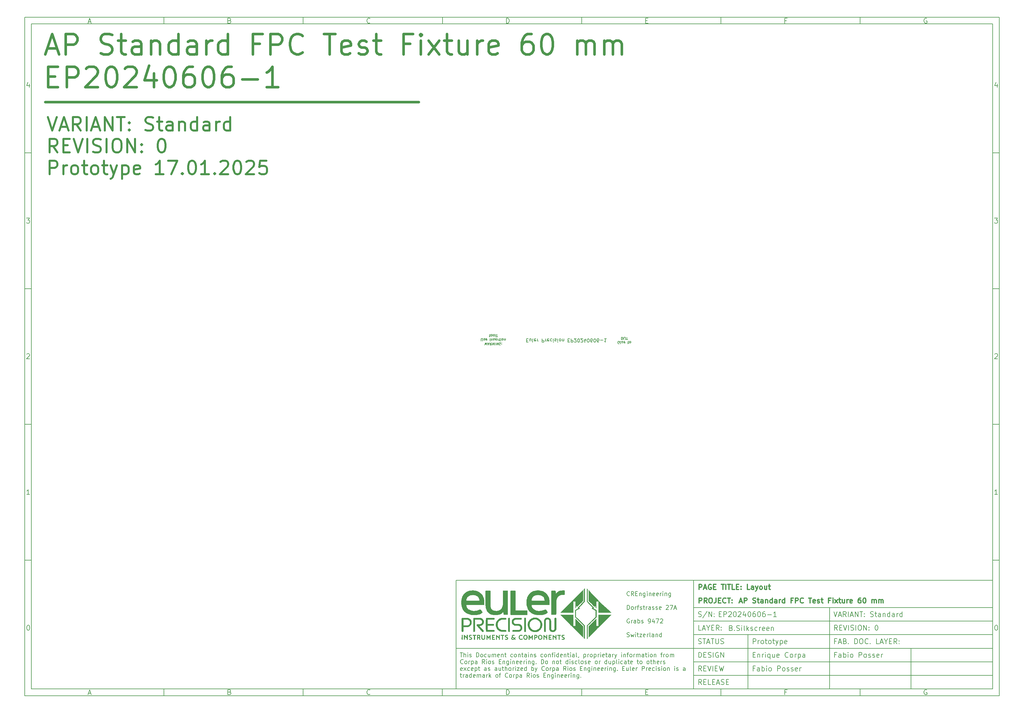
<source format=gbr>
%TF.GenerationSoftware,KiCad,Pcbnew,8.0.8-2.fc41*%
%TF.CreationDate,2025-01-26T13:38:32+01:00*%
%TF.ProjectId,0100_COVERSHEET,30313030-5f43-44f5-9645-525348454554,0*%
%TF.SameCoordinates,Original*%
%TF.FileFunction,Legend,Bot*%
%TF.FilePolarity,Positive*%
%FSLAX46Y46*%
G04 Gerber Fmt 4.6, Leading zero omitted, Abs format (unit mm)*
G04 Created by KiCad (PCBNEW 8.0.8-2.fc41) date 2025-01-26 13:38:32*
%MOMM*%
%LPD*%
G01*
G04 APERTURE LIST*
%ADD10C,0.100000*%
%ADD11C,0.150000*%
%ADD12C,0.300000*%
%ADD13C,0.750000*%
%ADD14C,0.600000*%
%ADD15C,0.000001*%
%ADD16C,0.200000*%
%ADD17C,0.160000*%
G04 APERTURE END LIST*
D10*
D11*
X7000000Y-203000000D02*
X290000000Y-203000000D01*
X290000000Y-7000000D01*
X7000000Y-7000000D01*
X7000000Y-203000000D01*
D10*
D11*
X132000000Y-171000000D02*
X290000000Y-171000000D01*
X290000000Y-203000000D01*
X132000000Y-203000000D01*
X132000000Y-171000000D01*
D10*
D11*
X202000000Y-203000000D02*
X202000000Y-171000000D01*
D10*
D11*
X290000000Y-199000000D02*
X202000000Y-199000000D01*
D10*
D11*
X290000000Y-195000000D02*
X202000000Y-195000000D01*
D10*
D11*
X290000000Y-191000000D02*
X201000000Y-191000000D01*
D10*
D11*
X290000000Y-187000000D02*
X202000000Y-187000000D01*
D10*
D11*
X290000000Y-183000000D02*
X202000000Y-183000000D01*
D10*
D11*
X290000000Y-179000000D02*
X202000000Y-179000000D01*
D10*
D11*
X266000000Y-203000000D02*
X266000000Y-191000000D01*
D10*
D11*
X242000000Y-203000000D02*
X242000000Y-179000000D01*
D10*
D11*
X218000000Y-203000000D02*
X218000000Y-187000000D01*
D10*
D12*
X203556710Y-173685528D02*
X203556710Y-172185528D01*
X203556710Y-172185528D02*
X204128139Y-172185528D01*
X204128139Y-172185528D02*
X204270996Y-172256957D01*
X204270996Y-172256957D02*
X204342425Y-172328385D01*
X204342425Y-172328385D02*
X204413853Y-172471242D01*
X204413853Y-172471242D02*
X204413853Y-172685528D01*
X204413853Y-172685528D02*
X204342425Y-172828385D01*
X204342425Y-172828385D02*
X204270996Y-172899814D01*
X204270996Y-172899814D02*
X204128139Y-172971242D01*
X204128139Y-172971242D02*
X203556710Y-172971242D01*
X204985282Y-173256957D02*
X205699568Y-173256957D01*
X204842425Y-173685528D02*
X205342425Y-172185528D01*
X205342425Y-172185528D02*
X205842425Y-173685528D01*
X207128139Y-172256957D02*
X206985282Y-172185528D01*
X206985282Y-172185528D02*
X206770996Y-172185528D01*
X206770996Y-172185528D02*
X206556710Y-172256957D01*
X206556710Y-172256957D02*
X206413853Y-172399814D01*
X206413853Y-172399814D02*
X206342424Y-172542671D01*
X206342424Y-172542671D02*
X206270996Y-172828385D01*
X206270996Y-172828385D02*
X206270996Y-173042671D01*
X206270996Y-173042671D02*
X206342424Y-173328385D01*
X206342424Y-173328385D02*
X206413853Y-173471242D01*
X206413853Y-173471242D02*
X206556710Y-173614100D01*
X206556710Y-173614100D02*
X206770996Y-173685528D01*
X206770996Y-173685528D02*
X206913853Y-173685528D01*
X206913853Y-173685528D02*
X207128139Y-173614100D01*
X207128139Y-173614100D02*
X207199567Y-173542671D01*
X207199567Y-173542671D02*
X207199567Y-173042671D01*
X207199567Y-173042671D02*
X206913853Y-173042671D01*
X207842424Y-172899814D02*
X208342424Y-172899814D01*
X208556710Y-173685528D02*
X207842424Y-173685528D01*
X207842424Y-173685528D02*
X207842424Y-172185528D01*
X207842424Y-172185528D02*
X208556710Y-172185528D01*
X210128139Y-172185528D02*
X210985282Y-172185528D01*
X210556710Y-173685528D02*
X210556710Y-172185528D01*
X211485281Y-173685528D02*
X211485281Y-172185528D01*
X211985282Y-172185528D02*
X212842425Y-172185528D01*
X212413853Y-173685528D02*
X212413853Y-172185528D01*
X214056710Y-173685528D02*
X213342424Y-173685528D01*
X213342424Y-173685528D02*
X213342424Y-172185528D01*
X214556710Y-172899814D02*
X215056710Y-172899814D01*
X215270996Y-173685528D02*
X214556710Y-173685528D01*
X214556710Y-173685528D02*
X214556710Y-172185528D01*
X214556710Y-172185528D02*
X215270996Y-172185528D01*
X215913853Y-173542671D02*
X215985282Y-173614100D01*
X215985282Y-173614100D02*
X215913853Y-173685528D01*
X215913853Y-173685528D02*
X215842425Y-173614100D01*
X215842425Y-173614100D02*
X215913853Y-173542671D01*
X215913853Y-173542671D02*
X215913853Y-173685528D01*
X215913853Y-172756957D02*
X215985282Y-172828385D01*
X215985282Y-172828385D02*
X215913853Y-172899814D01*
X215913853Y-172899814D02*
X215842425Y-172828385D01*
X215842425Y-172828385D02*
X215913853Y-172756957D01*
X215913853Y-172756957D02*
X215913853Y-172899814D01*
X218485282Y-173685528D02*
X217770996Y-173685528D01*
X217770996Y-173685528D02*
X217770996Y-172185528D01*
X219628140Y-173685528D02*
X219628140Y-172899814D01*
X219628140Y-172899814D02*
X219556711Y-172756957D01*
X219556711Y-172756957D02*
X219413854Y-172685528D01*
X219413854Y-172685528D02*
X219128140Y-172685528D01*
X219128140Y-172685528D02*
X218985282Y-172756957D01*
X219628140Y-173614100D02*
X219485282Y-173685528D01*
X219485282Y-173685528D02*
X219128140Y-173685528D01*
X219128140Y-173685528D02*
X218985282Y-173614100D01*
X218985282Y-173614100D02*
X218913854Y-173471242D01*
X218913854Y-173471242D02*
X218913854Y-173328385D01*
X218913854Y-173328385D02*
X218985282Y-173185528D01*
X218985282Y-173185528D02*
X219128140Y-173114100D01*
X219128140Y-173114100D02*
X219485282Y-173114100D01*
X219485282Y-173114100D02*
X219628140Y-173042671D01*
X220199568Y-172685528D02*
X220556711Y-173685528D01*
X220913854Y-172685528D02*
X220556711Y-173685528D01*
X220556711Y-173685528D02*
X220413854Y-174042671D01*
X220413854Y-174042671D02*
X220342425Y-174114100D01*
X220342425Y-174114100D02*
X220199568Y-174185528D01*
X221699568Y-173685528D02*
X221556711Y-173614100D01*
X221556711Y-173614100D02*
X221485282Y-173542671D01*
X221485282Y-173542671D02*
X221413854Y-173399814D01*
X221413854Y-173399814D02*
X221413854Y-172971242D01*
X221413854Y-172971242D02*
X221485282Y-172828385D01*
X221485282Y-172828385D02*
X221556711Y-172756957D01*
X221556711Y-172756957D02*
X221699568Y-172685528D01*
X221699568Y-172685528D02*
X221913854Y-172685528D01*
X221913854Y-172685528D02*
X222056711Y-172756957D01*
X222056711Y-172756957D02*
X222128140Y-172828385D01*
X222128140Y-172828385D02*
X222199568Y-172971242D01*
X222199568Y-172971242D02*
X222199568Y-173399814D01*
X222199568Y-173399814D02*
X222128140Y-173542671D01*
X222128140Y-173542671D02*
X222056711Y-173614100D01*
X222056711Y-173614100D02*
X221913854Y-173685528D01*
X221913854Y-173685528D02*
X221699568Y-173685528D01*
X223485283Y-172685528D02*
X223485283Y-173685528D01*
X222842425Y-172685528D02*
X222842425Y-173471242D01*
X222842425Y-173471242D02*
X222913854Y-173614100D01*
X222913854Y-173614100D02*
X223056711Y-173685528D01*
X223056711Y-173685528D02*
X223270997Y-173685528D01*
X223270997Y-173685528D02*
X223413854Y-173614100D01*
X223413854Y-173614100D02*
X223485283Y-173542671D01*
X223985283Y-172685528D02*
X224556711Y-172685528D01*
X224199568Y-172185528D02*
X224199568Y-173471242D01*
X224199568Y-173471242D02*
X224270997Y-173614100D01*
X224270997Y-173614100D02*
X224413854Y-173685528D01*
X224413854Y-173685528D02*
X224556711Y-173685528D01*
D10*
D11*
X201000000Y-191000000D02*
X132000000Y-191000000D01*
D10*
D12*
X203554510Y-177678328D02*
X203554510Y-176178328D01*
X203554510Y-176178328D02*
X204125939Y-176178328D01*
X204125939Y-176178328D02*
X204268796Y-176249757D01*
X204268796Y-176249757D02*
X204340225Y-176321185D01*
X204340225Y-176321185D02*
X204411653Y-176464042D01*
X204411653Y-176464042D02*
X204411653Y-176678328D01*
X204411653Y-176678328D02*
X204340225Y-176821185D01*
X204340225Y-176821185D02*
X204268796Y-176892614D01*
X204268796Y-176892614D02*
X204125939Y-176964042D01*
X204125939Y-176964042D02*
X203554510Y-176964042D01*
X205911653Y-177678328D02*
X205411653Y-176964042D01*
X205054510Y-177678328D02*
X205054510Y-176178328D01*
X205054510Y-176178328D02*
X205625939Y-176178328D01*
X205625939Y-176178328D02*
X205768796Y-176249757D01*
X205768796Y-176249757D02*
X205840225Y-176321185D01*
X205840225Y-176321185D02*
X205911653Y-176464042D01*
X205911653Y-176464042D02*
X205911653Y-176678328D01*
X205911653Y-176678328D02*
X205840225Y-176821185D01*
X205840225Y-176821185D02*
X205768796Y-176892614D01*
X205768796Y-176892614D02*
X205625939Y-176964042D01*
X205625939Y-176964042D02*
X205054510Y-176964042D01*
X206840225Y-176178328D02*
X207125939Y-176178328D01*
X207125939Y-176178328D02*
X207268796Y-176249757D01*
X207268796Y-176249757D02*
X207411653Y-176392614D01*
X207411653Y-176392614D02*
X207483082Y-176678328D01*
X207483082Y-176678328D02*
X207483082Y-177178328D01*
X207483082Y-177178328D02*
X207411653Y-177464042D01*
X207411653Y-177464042D02*
X207268796Y-177606900D01*
X207268796Y-177606900D02*
X207125939Y-177678328D01*
X207125939Y-177678328D02*
X206840225Y-177678328D01*
X206840225Y-177678328D02*
X206697368Y-177606900D01*
X206697368Y-177606900D02*
X206554510Y-177464042D01*
X206554510Y-177464042D02*
X206483082Y-177178328D01*
X206483082Y-177178328D02*
X206483082Y-176678328D01*
X206483082Y-176678328D02*
X206554510Y-176392614D01*
X206554510Y-176392614D02*
X206697368Y-176249757D01*
X206697368Y-176249757D02*
X206840225Y-176178328D01*
X208554511Y-176178328D02*
X208554511Y-177249757D01*
X208554511Y-177249757D02*
X208483082Y-177464042D01*
X208483082Y-177464042D02*
X208340225Y-177606900D01*
X208340225Y-177606900D02*
X208125939Y-177678328D01*
X208125939Y-177678328D02*
X207983082Y-177678328D01*
X209268796Y-176892614D02*
X209768796Y-176892614D01*
X209983082Y-177678328D02*
X209268796Y-177678328D01*
X209268796Y-177678328D02*
X209268796Y-176178328D01*
X209268796Y-176178328D02*
X209983082Y-176178328D01*
X211483082Y-177535471D02*
X211411654Y-177606900D01*
X211411654Y-177606900D02*
X211197368Y-177678328D01*
X211197368Y-177678328D02*
X211054511Y-177678328D01*
X211054511Y-177678328D02*
X210840225Y-177606900D01*
X210840225Y-177606900D02*
X210697368Y-177464042D01*
X210697368Y-177464042D02*
X210625939Y-177321185D01*
X210625939Y-177321185D02*
X210554511Y-177035471D01*
X210554511Y-177035471D02*
X210554511Y-176821185D01*
X210554511Y-176821185D02*
X210625939Y-176535471D01*
X210625939Y-176535471D02*
X210697368Y-176392614D01*
X210697368Y-176392614D02*
X210840225Y-176249757D01*
X210840225Y-176249757D02*
X211054511Y-176178328D01*
X211054511Y-176178328D02*
X211197368Y-176178328D01*
X211197368Y-176178328D02*
X211411654Y-176249757D01*
X211411654Y-176249757D02*
X211483082Y-176321185D01*
X211911654Y-176178328D02*
X212768797Y-176178328D01*
X212340225Y-177678328D02*
X212340225Y-176178328D01*
X213268796Y-177535471D02*
X213340225Y-177606900D01*
X213340225Y-177606900D02*
X213268796Y-177678328D01*
X213268796Y-177678328D02*
X213197368Y-177606900D01*
X213197368Y-177606900D02*
X213268796Y-177535471D01*
X213268796Y-177535471D02*
X213268796Y-177678328D01*
X213268796Y-176749757D02*
X213340225Y-176821185D01*
X213340225Y-176821185D02*
X213268796Y-176892614D01*
X213268796Y-176892614D02*
X213197368Y-176821185D01*
X213197368Y-176821185D02*
X213268796Y-176749757D01*
X213268796Y-176749757D02*
X213268796Y-176892614D01*
D10*
D11*
X203384398Y-181614700D02*
X203598684Y-181686128D01*
X203598684Y-181686128D02*
X203955826Y-181686128D01*
X203955826Y-181686128D02*
X204098684Y-181614700D01*
X204098684Y-181614700D02*
X204170112Y-181543271D01*
X204170112Y-181543271D02*
X204241541Y-181400414D01*
X204241541Y-181400414D02*
X204241541Y-181257557D01*
X204241541Y-181257557D02*
X204170112Y-181114700D01*
X204170112Y-181114700D02*
X204098684Y-181043271D01*
X204098684Y-181043271D02*
X203955826Y-180971842D01*
X203955826Y-180971842D02*
X203670112Y-180900414D01*
X203670112Y-180900414D02*
X203527255Y-180828985D01*
X203527255Y-180828985D02*
X203455826Y-180757557D01*
X203455826Y-180757557D02*
X203384398Y-180614700D01*
X203384398Y-180614700D02*
X203384398Y-180471842D01*
X203384398Y-180471842D02*
X203455826Y-180328985D01*
X203455826Y-180328985D02*
X203527255Y-180257557D01*
X203527255Y-180257557D02*
X203670112Y-180186128D01*
X203670112Y-180186128D02*
X204027255Y-180186128D01*
X204027255Y-180186128D02*
X204241541Y-180257557D01*
X205955826Y-180114700D02*
X204670112Y-182043271D01*
X206455826Y-181686128D02*
X206455826Y-180186128D01*
X206455826Y-180186128D02*
X207312969Y-181686128D01*
X207312969Y-181686128D02*
X207312969Y-180186128D01*
X208027255Y-181543271D02*
X208098684Y-181614700D01*
X208098684Y-181614700D02*
X208027255Y-181686128D01*
X208027255Y-181686128D02*
X207955827Y-181614700D01*
X207955827Y-181614700D02*
X208027255Y-181543271D01*
X208027255Y-181543271D02*
X208027255Y-181686128D01*
X208027255Y-180757557D02*
X208098684Y-180828985D01*
X208098684Y-180828985D02*
X208027255Y-180900414D01*
X208027255Y-180900414D02*
X207955827Y-180828985D01*
X207955827Y-180828985D02*
X208027255Y-180757557D01*
X208027255Y-180757557D02*
X208027255Y-180900414D01*
D10*
D11*
X203455826Y-193686128D02*
X203455826Y-192186128D01*
X203455826Y-192186128D02*
X203812969Y-192186128D01*
X203812969Y-192186128D02*
X204027255Y-192257557D01*
X204027255Y-192257557D02*
X204170112Y-192400414D01*
X204170112Y-192400414D02*
X204241541Y-192543271D01*
X204241541Y-192543271D02*
X204312969Y-192828985D01*
X204312969Y-192828985D02*
X204312969Y-193043271D01*
X204312969Y-193043271D02*
X204241541Y-193328985D01*
X204241541Y-193328985D02*
X204170112Y-193471842D01*
X204170112Y-193471842D02*
X204027255Y-193614700D01*
X204027255Y-193614700D02*
X203812969Y-193686128D01*
X203812969Y-193686128D02*
X203455826Y-193686128D01*
X204955826Y-192900414D02*
X205455826Y-192900414D01*
X205670112Y-193686128D02*
X204955826Y-193686128D01*
X204955826Y-193686128D02*
X204955826Y-192186128D01*
X204955826Y-192186128D02*
X205670112Y-192186128D01*
X206241541Y-193614700D02*
X206455827Y-193686128D01*
X206455827Y-193686128D02*
X206812969Y-193686128D01*
X206812969Y-193686128D02*
X206955827Y-193614700D01*
X206955827Y-193614700D02*
X207027255Y-193543271D01*
X207027255Y-193543271D02*
X207098684Y-193400414D01*
X207098684Y-193400414D02*
X207098684Y-193257557D01*
X207098684Y-193257557D02*
X207027255Y-193114700D01*
X207027255Y-193114700D02*
X206955827Y-193043271D01*
X206955827Y-193043271D02*
X206812969Y-192971842D01*
X206812969Y-192971842D02*
X206527255Y-192900414D01*
X206527255Y-192900414D02*
X206384398Y-192828985D01*
X206384398Y-192828985D02*
X206312969Y-192757557D01*
X206312969Y-192757557D02*
X206241541Y-192614700D01*
X206241541Y-192614700D02*
X206241541Y-192471842D01*
X206241541Y-192471842D02*
X206312969Y-192328985D01*
X206312969Y-192328985D02*
X206384398Y-192257557D01*
X206384398Y-192257557D02*
X206527255Y-192186128D01*
X206527255Y-192186128D02*
X206884398Y-192186128D01*
X206884398Y-192186128D02*
X207098684Y-192257557D01*
X207741540Y-193686128D02*
X207741540Y-192186128D01*
X209241541Y-192257557D02*
X209098684Y-192186128D01*
X209098684Y-192186128D02*
X208884398Y-192186128D01*
X208884398Y-192186128D02*
X208670112Y-192257557D01*
X208670112Y-192257557D02*
X208527255Y-192400414D01*
X208527255Y-192400414D02*
X208455826Y-192543271D01*
X208455826Y-192543271D02*
X208384398Y-192828985D01*
X208384398Y-192828985D02*
X208384398Y-193043271D01*
X208384398Y-193043271D02*
X208455826Y-193328985D01*
X208455826Y-193328985D02*
X208527255Y-193471842D01*
X208527255Y-193471842D02*
X208670112Y-193614700D01*
X208670112Y-193614700D02*
X208884398Y-193686128D01*
X208884398Y-193686128D02*
X209027255Y-193686128D01*
X209027255Y-193686128D02*
X209241541Y-193614700D01*
X209241541Y-193614700D02*
X209312969Y-193543271D01*
X209312969Y-193543271D02*
X209312969Y-193043271D01*
X209312969Y-193043271D02*
X209027255Y-193043271D01*
X209955826Y-193686128D02*
X209955826Y-192186128D01*
X209955826Y-192186128D02*
X210812969Y-193686128D01*
X210812969Y-193686128D02*
X210812969Y-192186128D01*
D10*
D11*
X204312969Y-197686128D02*
X203812969Y-196971842D01*
X203455826Y-197686128D02*
X203455826Y-196186128D01*
X203455826Y-196186128D02*
X204027255Y-196186128D01*
X204027255Y-196186128D02*
X204170112Y-196257557D01*
X204170112Y-196257557D02*
X204241541Y-196328985D01*
X204241541Y-196328985D02*
X204312969Y-196471842D01*
X204312969Y-196471842D02*
X204312969Y-196686128D01*
X204312969Y-196686128D02*
X204241541Y-196828985D01*
X204241541Y-196828985D02*
X204170112Y-196900414D01*
X204170112Y-196900414D02*
X204027255Y-196971842D01*
X204027255Y-196971842D02*
X203455826Y-196971842D01*
X204955826Y-196900414D02*
X205455826Y-196900414D01*
X205670112Y-197686128D02*
X204955826Y-197686128D01*
X204955826Y-197686128D02*
X204955826Y-196186128D01*
X204955826Y-196186128D02*
X205670112Y-196186128D01*
X206098684Y-196186128D02*
X206598684Y-197686128D01*
X206598684Y-197686128D02*
X207098684Y-196186128D01*
X207598683Y-197686128D02*
X207598683Y-196186128D01*
X208312969Y-196900414D02*
X208812969Y-196900414D01*
X209027255Y-197686128D02*
X208312969Y-197686128D01*
X208312969Y-197686128D02*
X208312969Y-196186128D01*
X208312969Y-196186128D02*
X209027255Y-196186128D01*
X209527255Y-196186128D02*
X209884398Y-197686128D01*
X209884398Y-197686128D02*
X210170112Y-196614700D01*
X210170112Y-196614700D02*
X210455827Y-197686128D01*
X210455827Y-197686128D02*
X210812970Y-196186128D01*
D10*
D11*
X204312969Y-201686128D02*
X203812969Y-200971842D01*
X203455826Y-201686128D02*
X203455826Y-200186128D01*
X203455826Y-200186128D02*
X204027255Y-200186128D01*
X204027255Y-200186128D02*
X204170112Y-200257557D01*
X204170112Y-200257557D02*
X204241541Y-200328985D01*
X204241541Y-200328985D02*
X204312969Y-200471842D01*
X204312969Y-200471842D02*
X204312969Y-200686128D01*
X204312969Y-200686128D02*
X204241541Y-200828985D01*
X204241541Y-200828985D02*
X204170112Y-200900414D01*
X204170112Y-200900414D02*
X204027255Y-200971842D01*
X204027255Y-200971842D02*
X203455826Y-200971842D01*
X204955826Y-200900414D02*
X205455826Y-200900414D01*
X205670112Y-201686128D02*
X204955826Y-201686128D01*
X204955826Y-201686128D02*
X204955826Y-200186128D01*
X204955826Y-200186128D02*
X205670112Y-200186128D01*
X207027255Y-201686128D02*
X206312969Y-201686128D01*
X206312969Y-201686128D02*
X206312969Y-200186128D01*
X207527255Y-200900414D02*
X208027255Y-200900414D01*
X208241541Y-201686128D02*
X207527255Y-201686128D01*
X207527255Y-201686128D02*
X207527255Y-200186128D01*
X207527255Y-200186128D02*
X208241541Y-200186128D01*
X208812970Y-201257557D02*
X209527256Y-201257557D01*
X208670113Y-201686128D02*
X209170113Y-200186128D01*
X209170113Y-200186128D02*
X209670113Y-201686128D01*
X210098684Y-201614700D02*
X210312970Y-201686128D01*
X210312970Y-201686128D02*
X210670112Y-201686128D01*
X210670112Y-201686128D02*
X210812970Y-201614700D01*
X210812970Y-201614700D02*
X210884398Y-201543271D01*
X210884398Y-201543271D02*
X210955827Y-201400414D01*
X210955827Y-201400414D02*
X210955827Y-201257557D01*
X210955827Y-201257557D02*
X210884398Y-201114700D01*
X210884398Y-201114700D02*
X210812970Y-201043271D01*
X210812970Y-201043271D02*
X210670112Y-200971842D01*
X210670112Y-200971842D02*
X210384398Y-200900414D01*
X210384398Y-200900414D02*
X210241541Y-200828985D01*
X210241541Y-200828985D02*
X210170112Y-200757557D01*
X210170112Y-200757557D02*
X210098684Y-200614700D01*
X210098684Y-200614700D02*
X210098684Y-200471842D01*
X210098684Y-200471842D02*
X210170112Y-200328985D01*
X210170112Y-200328985D02*
X210241541Y-200257557D01*
X210241541Y-200257557D02*
X210384398Y-200186128D01*
X210384398Y-200186128D02*
X210741541Y-200186128D01*
X210741541Y-200186128D02*
X210955827Y-200257557D01*
X211598683Y-200900414D02*
X212098683Y-200900414D01*
X212312969Y-201686128D02*
X211598683Y-201686128D01*
X211598683Y-201686128D02*
X211598683Y-200186128D01*
X211598683Y-200186128D02*
X212312969Y-200186128D01*
D10*
D11*
X243241541Y-180186128D02*
X243741541Y-181686128D01*
X243741541Y-181686128D02*
X244241541Y-180186128D01*
X244670112Y-181257557D02*
X245384398Y-181257557D01*
X244527255Y-181686128D02*
X245027255Y-180186128D01*
X245027255Y-180186128D02*
X245527255Y-181686128D01*
X246884397Y-181686128D02*
X246384397Y-180971842D01*
X246027254Y-181686128D02*
X246027254Y-180186128D01*
X246027254Y-180186128D02*
X246598683Y-180186128D01*
X246598683Y-180186128D02*
X246741540Y-180257557D01*
X246741540Y-180257557D02*
X246812969Y-180328985D01*
X246812969Y-180328985D02*
X246884397Y-180471842D01*
X246884397Y-180471842D02*
X246884397Y-180686128D01*
X246884397Y-180686128D02*
X246812969Y-180828985D01*
X246812969Y-180828985D02*
X246741540Y-180900414D01*
X246741540Y-180900414D02*
X246598683Y-180971842D01*
X246598683Y-180971842D02*
X246027254Y-180971842D01*
X247527254Y-181686128D02*
X247527254Y-180186128D01*
X248170112Y-181257557D02*
X248884398Y-181257557D01*
X248027255Y-181686128D02*
X248527255Y-180186128D01*
X248527255Y-180186128D02*
X249027255Y-181686128D01*
X249527254Y-181686128D02*
X249527254Y-180186128D01*
X249527254Y-180186128D02*
X250384397Y-181686128D01*
X250384397Y-181686128D02*
X250384397Y-180186128D01*
X250884398Y-180186128D02*
X251741541Y-180186128D01*
X251312969Y-181686128D02*
X251312969Y-180186128D01*
X252241540Y-181543271D02*
X252312969Y-181614700D01*
X252312969Y-181614700D02*
X252241540Y-181686128D01*
X252241540Y-181686128D02*
X252170112Y-181614700D01*
X252170112Y-181614700D02*
X252241540Y-181543271D01*
X252241540Y-181543271D02*
X252241540Y-181686128D01*
X252241540Y-180757557D02*
X252312969Y-180828985D01*
X252312969Y-180828985D02*
X252241540Y-180900414D01*
X252241540Y-180900414D02*
X252170112Y-180828985D01*
X252170112Y-180828985D02*
X252241540Y-180757557D01*
X252241540Y-180757557D02*
X252241540Y-180900414D01*
X254027255Y-181614700D02*
X254241541Y-181686128D01*
X254241541Y-181686128D02*
X254598683Y-181686128D01*
X254598683Y-181686128D02*
X254741541Y-181614700D01*
X254741541Y-181614700D02*
X254812969Y-181543271D01*
X254812969Y-181543271D02*
X254884398Y-181400414D01*
X254884398Y-181400414D02*
X254884398Y-181257557D01*
X254884398Y-181257557D02*
X254812969Y-181114700D01*
X254812969Y-181114700D02*
X254741541Y-181043271D01*
X254741541Y-181043271D02*
X254598683Y-180971842D01*
X254598683Y-180971842D02*
X254312969Y-180900414D01*
X254312969Y-180900414D02*
X254170112Y-180828985D01*
X254170112Y-180828985D02*
X254098683Y-180757557D01*
X254098683Y-180757557D02*
X254027255Y-180614700D01*
X254027255Y-180614700D02*
X254027255Y-180471842D01*
X254027255Y-180471842D02*
X254098683Y-180328985D01*
X254098683Y-180328985D02*
X254170112Y-180257557D01*
X254170112Y-180257557D02*
X254312969Y-180186128D01*
X254312969Y-180186128D02*
X254670112Y-180186128D01*
X254670112Y-180186128D02*
X254884398Y-180257557D01*
X255312969Y-180686128D02*
X255884397Y-180686128D01*
X255527254Y-180186128D02*
X255527254Y-181471842D01*
X255527254Y-181471842D02*
X255598683Y-181614700D01*
X255598683Y-181614700D02*
X255741540Y-181686128D01*
X255741540Y-181686128D02*
X255884397Y-181686128D01*
X257027255Y-181686128D02*
X257027255Y-180900414D01*
X257027255Y-180900414D02*
X256955826Y-180757557D01*
X256955826Y-180757557D02*
X256812969Y-180686128D01*
X256812969Y-180686128D02*
X256527255Y-180686128D01*
X256527255Y-180686128D02*
X256384397Y-180757557D01*
X257027255Y-181614700D02*
X256884397Y-181686128D01*
X256884397Y-181686128D02*
X256527255Y-181686128D01*
X256527255Y-181686128D02*
X256384397Y-181614700D01*
X256384397Y-181614700D02*
X256312969Y-181471842D01*
X256312969Y-181471842D02*
X256312969Y-181328985D01*
X256312969Y-181328985D02*
X256384397Y-181186128D01*
X256384397Y-181186128D02*
X256527255Y-181114700D01*
X256527255Y-181114700D02*
X256884397Y-181114700D01*
X256884397Y-181114700D02*
X257027255Y-181043271D01*
X257741540Y-180686128D02*
X257741540Y-181686128D01*
X257741540Y-180828985D02*
X257812969Y-180757557D01*
X257812969Y-180757557D02*
X257955826Y-180686128D01*
X257955826Y-180686128D02*
X258170112Y-180686128D01*
X258170112Y-180686128D02*
X258312969Y-180757557D01*
X258312969Y-180757557D02*
X258384398Y-180900414D01*
X258384398Y-180900414D02*
X258384398Y-181686128D01*
X259741541Y-181686128D02*
X259741541Y-180186128D01*
X259741541Y-181614700D02*
X259598683Y-181686128D01*
X259598683Y-181686128D02*
X259312969Y-181686128D01*
X259312969Y-181686128D02*
X259170112Y-181614700D01*
X259170112Y-181614700D02*
X259098683Y-181543271D01*
X259098683Y-181543271D02*
X259027255Y-181400414D01*
X259027255Y-181400414D02*
X259027255Y-180971842D01*
X259027255Y-180971842D02*
X259098683Y-180828985D01*
X259098683Y-180828985D02*
X259170112Y-180757557D01*
X259170112Y-180757557D02*
X259312969Y-180686128D01*
X259312969Y-180686128D02*
X259598683Y-180686128D01*
X259598683Y-180686128D02*
X259741541Y-180757557D01*
X261098684Y-181686128D02*
X261098684Y-180900414D01*
X261098684Y-180900414D02*
X261027255Y-180757557D01*
X261027255Y-180757557D02*
X260884398Y-180686128D01*
X260884398Y-180686128D02*
X260598684Y-180686128D01*
X260598684Y-180686128D02*
X260455826Y-180757557D01*
X261098684Y-181614700D02*
X260955826Y-181686128D01*
X260955826Y-181686128D02*
X260598684Y-181686128D01*
X260598684Y-181686128D02*
X260455826Y-181614700D01*
X260455826Y-181614700D02*
X260384398Y-181471842D01*
X260384398Y-181471842D02*
X260384398Y-181328985D01*
X260384398Y-181328985D02*
X260455826Y-181186128D01*
X260455826Y-181186128D02*
X260598684Y-181114700D01*
X260598684Y-181114700D02*
X260955826Y-181114700D01*
X260955826Y-181114700D02*
X261098684Y-181043271D01*
X261812969Y-181686128D02*
X261812969Y-180686128D01*
X261812969Y-180971842D02*
X261884398Y-180828985D01*
X261884398Y-180828985D02*
X261955827Y-180757557D01*
X261955827Y-180757557D02*
X262098684Y-180686128D01*
X262098684Y-180686128D02*
X262241541Y-180686128D01*
X263384398Y-181686128D02*
X263384398Y-180186128D01*
X263384398Y-181614700D02*
X263241540Y-181686128D01*
X263241540Y-181686128D02*
X262955826Y-181686128D01*
X262955826Y-181686128D02*
X262812969Y-181614700D01*
X262812969Y-181614700D02*
X262741540Y-181543271D01*
X262741540Y-181543271D02*
X262670112Y-181400414D01*
X262670112Y-181400414D02*
X262670112Y-180971842D01*
X262670112Y-180971842D02*
X262741540Y-180828985D01*
X262741540Y-180828985D02*
X262812969Y-180757557D01*
X262812969Y-180757557D02*
X262955826Y-180686128D01*
X262955826Y-180686128D02*
X263241540Y-180686128D01*
X263241540Y-180686128D02*
X263384398Y-180757557D01*
D10*
D11*
X244312969Y-185686128D02*
X243812969Y-184971842D01*
X243455826Y-185686128D02*
X243455826Y-184186128D01*
X243455826Y-184186128D02*
X244027255Y-184186128D01*
X244027255Y-184186128D02*
X244170112Y-184257557D01*
X244170112Y-184257557D02*
X244241541Y-184328985D01*
X244241541Y-184328985D02*
X244312969Y-184471842D01*
X244312969Y-184471842D02*
X244312969Y-184686128D01*
X244312969Y-184686128D02*
X244241541Y-184828985D01*
X244241541Y-184828985D02*
X244170112Y-184900414D01*
X244170112Y-184900414D02*
X244027255Y-184971842D01*
X244027255Y-184971842D02*
X243455826Y-184971842D01*
X244955826Y-184900414D02*
X245455826Y-184900414D01*
X245670112Y-185686128D02*
X244955826Y-185686128D01*
X244955826Y-185686128D02*
X244955826Y-184186128D01*
X244955826Y-184186128D02*
X245670112Y-184186128D01*
X246098684Y-184186128D02*
X246598684Y-185686128D01*
X246598684Y-185686128D02*
X247098684Y-184186128D01*
X247598683Y-185686128D02*
X247598683Y-184186128D01*
X248241541Y-185614700D02*
X248455827Y-185686128D01*
X248455827Y-185686128D02*
X248812969Y-185686128D01*
X248812969Y-185686128D02*
X248955827Y-185614700D01*
X248955827Y-185614700D02*
X249027255Y-185543271D01*
X249027255Y-185543271D02*
X249098684Y-185400414D01*
X249098684Y-185400414D02*
X249098684Y-185257557D01*
X249098684Y-185257557D02*
X249027255Y-185114700D01*
X249027255Y-185114700D02*
X248955827Y-185043271D01*
X248955827Y-185043271D02*
X248812969Y-184971842D01*
X248812969Y-184971842D02*
X248527255Y-184900414D01*
X248527255Y-184900414D02*
X248384398Y-184828985D01*
X248384398Y-184828985D02*
X248312969Y-184757557D01*
X248312969Y-184757557D02*
X248241541Y-184614700D01*
X248241541Y-184614700D02*
X248241541Y-184471842D01*
X248241541Y-184471842D02*
X248312969Y-184328985D01*
X248312969Y-184328985D02*
X248384398Y-184257557D01*
X248384398Y-184257557D02*
X248527255Y-184186128D01*
X248527255Y-184186128D02*
X248884398Y-184186128D01*
X248884398Y-184186128D02*
X249098684Y-184257557D01*
X249741540Y-185686128D02*
X249741540Y-184186128D01*
X250741541Y-184186128D02*
X251027255Y-184186128D01*
X251027255Y-184186128D02*
X251170112Y-184257557D01*
X251170112Y-184257557D02*
X251312969Y-184400414D01*
X251312969Y-184400414D02*
X251384398Y-184686128D01*
X251384398Y-184686128D02*
X251384398Y-185186128D01*
X251384398Y-185186128D02*
X251312969Y-185471842D01*
X251312969Y-185471842D02*
X251170112Y-185614700D01*
X251170112Y-185614700D02*
X251027255Y-185686128D01*
X251027255Y-185686128D02*
X250741541Y-185686128D01*
X250741541Y-185686128D02*
X250598684Y-185614700D01*
X250598684Y-185614700D02*
X250455826Y-185471842D01*
X250455826Y-185471842D02*
X250384398Y-185186128D01*
X250384398Y-185186128D02*
X250384398Y-184686128D01*
X250384398Y-184686128D02*
X250455826Y-184400414D01*
X250455826Y-184400414D02*
X250598684Y-184257557D01*
X250598684Y-184257557D02*
X250741541Y-184186128D01*
X252027255Y-185686128D02*
X252027255Y-184186128D01*
X252027255Y-184186128D02*
X252884398Y-185686128D01*
X252884398Y-185686128D02*
X252884398Y-184186128D01*
X253598684Y-185543271D02*
X253670113Y-185614700D01*
X253670113Y-185614700D02*
X253598684Y-185686128D01*
X253598684Y-185686128D02*
X253527256Y-185614700D01*
X253527256Y-185614700D02*
X253598684Y-185543271D01*
X253598684Y-185543271D02*
X253598684Y-185686128D01*
X253598684Y-184757557D02*
X253670113Y-184828985D01*
X253670113Y-184828985D02*
X253598684Y-184900414D01*
X253598684Y-184900414D02*
X253527256Y-184828985D01*
X253527256Y-184828985D02*
X253598684Y-184757557D01*
X253598684Y-184757557D02*
X253598684Y-184900414D01*
X255741542Y-184186128D02*
X255884399Y-184186128D01*
X255884399Y-184186128D02*
X256027256Y-184257557D01*
X256027256Y-184257557D02*
X256098685Y-184328985D01*
X256098685Y-184328985D02*
X256170113Y-184471842D01*
X256170113Y-184471842D02*
X256241542Y-184757557D01*
X256241542Y-184757557D02*
X256241542Y-185114700D01*
X256241542Y-185114700D02*
X256170113Y-185400414D01*
X256170113Y-185400414D02*
X256098685Y-185543271D01*
X256098685Y-185543271D02*
X256027256Y-185614700D01*
X256027256Y-185614700D02*
X255884399Y-185686128D01*
X255884399Y-185686128D02*
X255741542Y-185686128D01*
X255741542Y-185686128D02*
X255598685Y-185614700D01*
X255598685Y-185614700D02*
X255527256Y-185543271D01*
X255527256Y-185543271D02*
X255455827Y-185400414D01*
X255455827Y-185400414D02*
X255384399Y-185114700D01*
X255384399Y-185114700D02*
X255384399Y-184757557D01*
X255384399Y-184757557D02*
X255455827Y-184471842D01*
X255455827Y-184471842D02*
X255527256Y-184328985D01*
X255527256Y-184328985D02*
X255598685Y-184257557D01*
X255598685Y-184257557D02*
X255741542Y-184186128D01*
D10*
D11*
X203384398Y-189614700D02*
X203598684Y-189686128D01*
X203598684Y-189686128D02*
X203955826Y-189686128D01*
X203955826Y-189686128D02*
X204098684Y-189614700D01*
X204098684Y-189614700D02*
X204170112Y-189543271D01*
X204170112Y-189543271D02*
X204241541Y-189400414D01*
X204241541Y-189400414D02*
X204241541Y-189257557D01*
X204241541Y-189257557D02*
X204170112Y-189114700D01*
X204170112Y-189114700D02*
X204098684Y-189043271D01*
X204098684Y-189043271D02*
X203955826Y-188971842D01*
X203955826Y-188971842D02*
X203670112Y-188900414D01*
X203670112Y-188900414D02*
X203527255Y-188828985D01*
X203527255Y-188828985D02*
X203455826Y-188757557D01*
X203455826Y-188757557D02*
X203384398Y-188614700D01*
X203384398Y-188614700D02*
X203384398Y-188471842D01*
X203384398Y-188471842D02*
X203455826Y-188328985D01*
X203455826Y-188328985D02*
X203527255Y-188257557D01*
X203527255Y-188257557D02*
X203670112Y-188186128D01*
X203670112Y-188186128D02*
X204027255Y-188186128D01*
X204027255Y-188186128D02*
X204241541Y-188257557D01*
X204670112Y-188186128D02*
X205527255Y-188186128D01*
X205098683Y-189686128D02*
X205098683Y-188186128D01*
X205955826Y-189257557D02*
X206670112Y-189257557D01*
X205812969Y-189686128D02*
X206312969Y-188186128D01*
X206312969Y-188186128D02*
X206812969Y-189686128D01*
X207098683Y-188186128D02*
X207955826Y-188186128D01*
X207527254Y-189686128D02*
X207527254Y-188186128D01*
X208455825Y-188186128D02*
X208455825Y-189400414D01*
X208455825Y-189400414D02*
X208527254Y-189543271D01*
X208527254Y-189543271D02*
X208598683Y-189614700D01*
X208598683Y-189614700D02*
X208741540Y-189686128D01*
X208741540Y-189686128D02*
X209027254Y-189686128D01*
X209027254Y-189686128D02*
X209170111Y-189614700D01*
X209170111Y-189614700D02*
X209241540Y-189543271D01*
X209241540Y-189543271D02*
X209312968Y-189400414D01*
X209312968Y-189400414D02*
X209312968Y-188186128D01*
X209955826Y-189614700D02*
X210170112Y-189686128D01*
X210170112Y-189686128D02*
X210527254Y-189686128D01*
X210527254Y-189686128D02*
X210670112Y-189614700D01*
X210670112Y-189614700D02*
X210741540Y-189543271D01*
X210741540Y-189543271D02*
X210812969Y-189400414D01*
X210812969Y-189400414D02*
X210812969Y-189257557D01*
X210812969Y-189257557D02*
X210741540Y-189114700D01*
X210741540Y-189114700D02*
X210670112Y-189043271D01*
X210670112Y-189043271D02*
X210527254Y-188971842D01*
X210527254Y-188971842D02*
X210241540Y-188900414D01*
X210241540Y-188900414D02*
X210098683Y-188828985D01*
X210098683Y-188828985D02*
X210027254Y-188757557D01*
X210027254Y-188757557D02*
X209955826Y-188614700D01*
X209955826Y-188614700D02*
X209955826Y-188471842D01*
X209955826Y-188471842D02*
X210027254Y-188328985D01*
X210027254Y-188328985D02*
X210098683Y-188257557D01*
X210098683Y-188257557D02*
X210241540Y-188186128D01*
X210241540Y-188186128D02*
X210598683Y-188186128D01*
X210598683Y-188186128D02*
X210812969Y-188257557D01*
D10*
D11*
X219455826Y-189686128D02*
X219455826Y-188186128D01*
X219455826Y-188186128D02*
X220027255Y-188186128D01*
X220027255Y-188186128D02*
X220170112Y-188257557D01*
X220170112Y-188257557D02*
X220241541Y-188328985D01*
X220241541Y-188328985D02*
X220312969Y-188471842D01*
X220312969Y-188471842D02*
X220312969Y-188686128D01*
X220312969Y-188686128D02*
X220241541Y-188828985D01*
X220241541Y-188828985D02*
X220170112Y-188900414D01*
X220170112Y-188900414D02*
X220027255Y-188971842D01*
X220027255Y-188971842D02*
X219455826Y-188971842D01*
X220955826Y-189686128D02*
X220955826Y-188686128D01*
X220955826Y-188971842D02*
X221027255Y-188828985D01*
X221027255Y-188828985D02*
X221098684Y-188757557D01*
X221098684Y-188757557D02*
X221241541Y-188686128D01*
X221241541Y-188686128D02*
X221384398Y-188686128D01*
X222098683Y-189686128D02*
X221955826Y-189614700D01*
X221955826Y-189614700D02*
X221884397Y-189543271D01*
X221884397Y-189543271D02*
X221812969Y-189400414D01*
X221812969Y-189400414D02*
X221812969Y-188971842D01*
X221812969Y-188971842D02*
X221884397Y-188828985D01*
X221884397Y-188828985D02*
X221955826Y-188757557D01*
X221955826Y-188757557D02*
X222098683Y-188686128D01*
X222098683Y-188686128D02*
X222312969Y-188686128D01*
X222312969Y-188686128D02*
X222455826Y-188757557D01*
X222455826Y-188757557D02*
X222527255Y-188828985D01*
X222527255Y-188828985D02*
X222598683Y-188971842D01*
X222598683Y-188971842D02*
X222598683Y-189400414D01*
X222598683Y-189400414D02*
X222527255Y-189543271D01*
X222527255Y-189543271D02*
X222455826Y-189614700D01*
X222455826Y-189614700D02*
X222312969Y-189686128D01*
X222312969Y-189686128D02*
X222098683Y-189686128D01*
X223027255Y-188686128D02*
X223598683Y-188686128D01*
X223241540Y-188186128D02*
X223241540Y-189471842D01*
X223241540Y-189471842D02*
X223312969Y-189614700D01*
X223312969Y-189614700D02*
X223455826Y-189686128D01*
X223455826Y-189686128D02*
X223598683Y-189686128D01*
X224312969Y-189686128D02*
X224170112Y-189614700D01*
X224170112Y-189614700D02*
X224098683Y-189543271D01*
X224098683Y-189543271D02*
X224027255Y-189400414D01*
X224027255Y-189400414D02*
X224027255Y-188971842D01*
X224027255Y-188971842D02*
X224098683Y-188828985D01*
X224098683Y-188828985D02*
X224170112Y-188757557D01*
X224170112Y-188757557D02*
X224312969Y-188686128D01*
X224312969Y-188686128D02*
X224527255Y-188686128D01*
X224527255Y-188686128D02*
X224670112Y-188757557D01*
X224670112Y-188757557D02*
X224741541Y-188828985D01*
X224741541Y-188828985D02*
X224812969Y-188971842D01*
X224812969Y-188971842D02*
X224812969Y-189400414D01*
X224812969Y-189400414D02*
X224741541Y-189543271D01*
X224741541Y-189543271D02*
X224670112Y-189614700D01*
X224670112Y-189614700D02*
X224527255Y-189686128D01*
X224527255Y-189686128D02*
X224312969Y-189686128D01*
X225241541Y-188686128D02*
X225812969Y-188686128D01*
X225455826Y-188186128D02*
X225455826Y-189471842D01*
X225455826Y-189471842D02*
X225527255Y-189614700D01*
X225527255Y-189614700D02*
X225670112Y-189686128D01*
X225670112Y-189686128D02*
X225812969Y-189686128D01*
X226170112Y-188686128D02*
X226527255Y-189686128D01*
X226884398Y-188686128D02*
X226527255Y-189686128D01*
X226527255Y-189686128D02*
X226384398Y-190043271D01*
X226384398Y-190043271D02*
X226312969Y-190114700D01*
X226312969Y-190114700D02*
X226170112Y-190186128D01*
X227455826Y-188686128D02*
X227455826Y-190186128D01*
X227455826Y-188757557D02*
X227598684Y-188686128D01*
X227598684Y-188686128D02*
X227884398Y-188686128D01*
X227884398Y-188686128D02*
X228027255Y-188757557D01*
X228027255Y-188757557D02*
X228098684Y-188828985D01*
X228098684Y-188828985D02*
X228170112Y-188971842D01*
X228170112Y-188971842D02*
X228170112Y-189400414D01*
X228170112Y-189400414D02*
X228098684Y-189543271D01*
X228098684Y-189543271D02*
X228027255Y-189614700D01*
X228027255Y-189614700D02*
X227884398Y-189686128D01*
X227884398Y-189686128D02*
X227598684Y-189686128D01*
X227598684Y-189686128D02*
X227455826Y-189614700D01*
X229384398Y-189614700D02*
X229241541Y-189686128D01*
X229241541Y-189686128D02*
X228955827Y-189686128D01*
X228955827Y-189686128D02*
X228812969Y-189614700D01*
X228812969Y-189614700D02*
X228741541Y-189471842D01*
X228741541Y-189471842D02*
X228741541Y-188900414D01*
X228741541Y-188900414D02*
X228812969Y-188757557D01*
X228812969Y-188757557D02*
X228955827Y-188686128D01*
X228955827Y-188686128D02*
X229241541Y-188686128D01*
X229241541Y-188686128D02*
X229384398Y-188757557D01*
X229384398Y-188757557D02*
X229455827Y-188900414D01*
X229455827Y-188900414D02*
X229455827Y-189043271D01*
X229455827Y-189043271D02*
X228741541Y-189186128D01*
D10*
D11*
X219955826Y-196900414D02*
X219455826Y-196900414D01*
X219455826Y-197686128D02*
X219455826Y-196186128D01*
X219455826Y-196186128D02*
X220170112Y-196186128D01*
X221384398Y-197686128D02*
X221384398Y-196900414D01*
X221384398Y-196900414D02*
X221312969Y-196757557D01*
X221312969Y-196757557D02*
X221170112Y-196686128D01*
X221170112Y-196686128D02*
X220884398Y-196686128D01*
X220884398Y-196686128D02*
X220741540Y-196757557D01*
X221384398Y-197614700D02*
X221241540Y-197686128D01*
X221241540Y-197686128D02*
X220884398Y-197686128D01*
X220884398Y-197686128D02*
X220741540Y-197614700D01*
X220741540Y-197614700D02*
X220670112Y-197471842D01*
X220670112Y-197471842D02*
X220670112Y-197328985D01*
X220670112Y-197328985D02*
X220741540Y-197186128D01*
X220741540Y-197186128D02*
X220884398Y-197114700D01*
X220884398Y-197114700D02*
X221241540Y-197114700D01*
X221241540Y-197114700D02*
X221384398Y-197043271D01*
X222098683Y-197686128D02*
X222098683Y-196186128D01*
X222098683Y-196757557D02*
X222241541Y-196686128D01*
X222241541Y-196686128D02*
X222527255Y-196686128D01*
X222527255Y-196686128D02*
X222670112Y-196757557D01*
X222670112Y-196757557D02*
X222741541Y-196828985D01*
X222741541Y-196828985D02*
X222812969Y-196971842D01*
X222812969Y-196971842D02*
X222812969Y-197400414D01*
X222812969Y-197400414D02*
X222741541Y-197543271D01*
X222741541Y-197543271D02*
X222670112Y-197614700D01*
X222670112Y-197614700D02*
X222527255Y-197686128D01*
X222527255Y-197686128D02*
X222241541Y-197686128D01*
X222241541Y-197686128D02*
X222098683Y-197614700D01*
X223455826Y-197686128D02*
X223455826Y-196686128D01*
X223455826Y-196186128D02*
X223384398Y-196257557D01*
X223384398Y-196257557D02*
X223455826Y-196328985D01*
X223455826Y-196328985D02*
X223527255Y-196257557D01*
X223527255Y-196257557D02*
X223455826Y-196186128D01*
X223455826Y-196186128D02*
X223455826Y-196328985D01*
X224384398Y-197686128D02*
X224241541Y-197614700D01*
X224241541Y-197614700D02*
X224170112Y-197543271D01*
X224170112Y-197543271D02*
X224098684Y-197400414D01*
X224098684Y-197400414D02*
X224098684Y-196971842D01*
X224098684Y-196971842D02*
X224170112Y-196828985D01*
X224170112Y-196828985D02*
X224241541Y-196757557D01*
X224241541Y-196757557D02*
X224384398Y-196686128D01*
X224384398Y-196686128D02*
X224598684Y-196686128D01*
X224598684Y-196686128D02*
X224741541Y-196757557D01*
X224741541Y-196757557D02*
X224812970Y-196828985D01*
X224812970Y-196828985D02*
X224884398Y-196971842D01*
X224884398Y-196971842D02*
X224884398Y-197400414D01*
X224884398Y-197400414D02*
X224812970Y-197543271D01*
X224812970Y-197543271D02*
X224741541Y-197614700D01*
X224741541Y-197614700D02*
X224598684Y-197686128D01*
X224598684Y-197686128D02*
X224384398Y-197686128D01*
X226670112Y-197686128D02*
X226670112Y-196186128D01*
X226670112Y-196186128D02*
X227241541Y-196186128D01*
X227241541Y-196186128D02*
X227384398Y-196257557D01*
X227384398Y-196257557D02*
X227455827Y-196328985D01*
X227455827Y-196328985D02*
X227527255Y-196471842D01*
X227527255Y-196471842D02*
X227527255Y-196686128D01*
X227527255Y-196686128D02*
X227455827Y-196828985D01*
X227455827Y-196828985D02*
X227384398Y-196900414D01*
X227384398Y-196900414D02*
X227241541Y-196971842D01*
X227241541Y-196971842D02*
X226670112Y-196971842D01*
X228384398Y-197686128D02*
X228241541Y-197614700D01*
X228241541Y-197614700D02*
X228170112Y-197543271D01*
X228170112Y-197543271D02*
X228098684Y-197400414D01*
X228098684Y-197400414D02*
X228098684Y-196971842D01*
X228098684Y-196971842D02*
X228170112Y-196828985D01*
X228170112Y-196828985D02*
X228241541Y-196757557D01*
X228241541Y-196757557D02*
X228384398Y-196686128D01*
X228384398Y-196686128D02*
X228598684Y-196686128D01*
X228598684Y-196686128D02*
X228741541Y-196757557D01*
X228741541Y-196757557D02*
X228812970Y-196828985D01*
X228812970Y-196828985D02*
X228884398Y-196971842D01*
X228884398Y-196971842D02*
X228884398Y-197400414D01*
X228884398Y-197400414D02*
X228812970Y-197543271D01*
X228812970Y-197543271D02*
X228741541Y-197614700D01*
X228741541Y-197614700D02*
X228598684Y-197686128D01*
X228598684Y-197686128D02*
X228384398Y-197686128D01*
X229455827Y-197614700D02*
X229598684Y-197686128D01*
X229598684Y-197686128D02*
X229884398Y-197686128D01*
X229884398Y-197686128D02*
X230027255Y-197614700D01*
X230027255Y-197614700D02*
X230098684Y-197471842D01*
X230098684Y-197471842D02*
X230098684Y-197400414D01*
X230098684Y-197400414D02*
X230027255Y-197257557D01*
X230027255Y-197257557D02*
X229884398Y-197186128D01*
X229884398Y-197186128D02*
X229670113Y-197186128D01*
X229670113Y-197186128D02*
X229527255Y-197114700D01*
X229527255Y-197114700D02*
X229455827Y-196971842D01*
X229455827Y-196971842D02*
X229455827Y-196900414D01*
X229455827Y-196900414D02*
X229527255Y-196757557D01*
X229527255Y-196757557D02*
X229670113Y-196686128D01*
X229670113Y-196686128D02*
X229884398Y-196686128D01*
X229884398Y-196686128D02*
X230027255Y-196757557D01*
X230670113Y-197614700D02*
X230812970Y-197686128D01*
X230812970Y-197686128D02*
X231098684Y-197686128D01*
X231098684Y-197686128D02*
X231241541Y-197614700D01*
X231241541Y-197614700D02*
X231312970Y-197471842D01*
X231312970Y-197471842D02*
X231312970Y-197400414D01*
X231312970Y-197400414D02*
X231241541Y-197257557D01*
X231241541Y-197257557D02*
X231098684Y-197186128D01*
X231098684Y-197186128D02*
X230884399Y-197186128D01*
X230884399Y-197186128D02*
X230741541Y-197114700D01*
X230741541Y-197114700D02*
X230670113Y-196971842D01*
X230670113Y-196971842D02*
X230670113Y-196900414D01*
X230670113Y-196900414D02*
X230741541Y-196757557D01*
X230741541Y-196757557D02*
X230884399Y-196686128D01*
X230884399Y-196686128D02*
X231098684Y-196686128D01*
X231098684Y-196686128D02*
X231241541Y-196757557D01*
X232527256Y-197614700D02*
X232384399Y-197686128D01*
X232384399Y-197686128D02*
X232098685Y-197686128D01*
X232098685Y-197686128D02*
X231955827Y-197614700D01*
X231955827Y-197614700D02*
X231884399Y-197471842D01*
X231884399Y-197471842D02*
X231884399Y-196900414D01*
X231884399Y-196900414D02*
X231955827Y-196757557D01*
X231955827Y-196757557D02*
X232098685Y-196686128D01*
X232098685Y-196686128D02*
X232384399Y-196686128D01*
X232384399Y-196686128D02*
X232527256Y-196757557D01*
X232527256Y-196757557D02*
X232598685Y-196900414D01*
X232598685Y-196900414D02*
X232598685Y-197043271D01*
X232598685Y-197043271D02*
X231884399Y-197186128D01*
X233241541Y-197686128D02*
X233241541Y-196686128D01*
X233241541Y-196971842D02*
X233312970Y-196828985D01*
X233312970Y-196828985D02*
X233384399Y-196757557D01*
X233384399Y-196757557D02*
X233527256Y-196686128D01*
X233527256Y-196686128D02*
X233670113Y-196686128D01*
D10*
D11*
X219455826Y-192900414D02*
X219955826Y-192900414D01*
X220170112Y-193686128D02*
X219455826Y-193686128D01*
X219455826Y-193686128D02*
X219455826Y-192186128D01*
X219455826Y-192186128D02*
X220170112Y-192186128D01*
X220812969Y-192686128D02*
X220812969Y-193686128D01*
X220812969Y-192828985D02*
X220884398Y-192757557D01*
X220884398Y-192757557D02*
X221027255Y-192686128D01*
X221027255Y-192686128D02*
X221241541Y-192686128D01*
X221241541Y-192686128D02*
X221384398Y-192757557D01*
X221384398Y-192757557D02*
X221455827Y-192900414D01*
X221455827Y-192900414D02*
X221455827Y-193686128D01*
X222170112Y-193686128D02*
X222170112Y-192686128D01*
X222170112Y-192971842D02*
X222241541Y-192828985D01*
X222241541Y-192828985D02*
X222312970Y-192757557D01*
X222312970Y-192757557D02*
X222455827Y-192686128D01*
X222455827Y-192686128D02*
X222598684Y-192686128D01*
X223098683Y-193686128D02*
X223098683Y-192686128D01*
X223098683Y-192186128D02*
X223027255Y-192257557D01*
X223027255Y-192257557D02*
X223098683Y-192328985D01*
X223098683Y-192328985D02*
X223170112Y-192257557D01*
X223170112Y-192257557D02*
X223098683Y-192186128D01*
X223098683Y-192186128D02*
X223098683Y-192328985D01*
X224455827Y-192686128D02*
X224455827Y-194186128D01*
X224455827Y-193614700D02*
X224312969Y-193686128D01*
X224312969Y-193686128D02*
X224027255Y-193686128D01*
X224027255Y-193686128D02*
X223884398Y-193614700D01*
X223884398Y-193614700D02*
X223812969Y-193543271D01*
X223812969Y-193543271D02*
X223741541Y-193400414D01*
X223741541Y-193400414D02*
X223741541Y-192971842D01*
X223741541Y-192971842D02*
X223812969Y-192828985D01*
X223812969Y-192828985D02*
X223884398Y-192757557D01*
X223884398Y-192757557D02*
X224027255Y-192686128D01*
X224027255Y-192686128D02*
X224312969Y-192686128D01*
X224312969Y-192686128D02*
X224455827Y-192757557D01*
X225812970Y-192686128D02*
X225812970Y-193686128D01*
X225170112Y-192686128D02*
X225170112Y-193471842D01*
X225170112Y-193471842D02*
X225241541Y-193614700D01*
X225241541Y-193614700D02*
X225384398Y-193686128D01*
X225384398Y-193686128D02*
X225598684Y-193686128D01*
X225598684Y-193686128D02*
X225741541Y-193614700D01*
X225741541Y-193614700D02*
X225812970Y-193543271D01*
X227098684Y-193614700D02*
X226955827Y-193686128D01*
X226955827Y-193686128D02*
X226670113Y-193686128D01*
X226670113Y-193686128D02*
X226527255Y-193614700D01*
X226527255Y-193614700D02*
X226455827Y-193471842D01*
X226455827Y-193471842D02*
X226455827Y-192900414D01*
X226455827Y-192900414D02*
X226527255Y-192757557D01*
X226527255Y-192757557D02*
X226670113Y-192686128D01*
X226670113Y-192686128D02*
X226955827Y-192686128D01*
X226955827Y-192686128D02*
X227098684Y-192757557D01*
X227098684Y-192757557D02*
X227170113Y-192900414D01*
X227170113Y-192900414D02*
X227170113Y-193043271D01*
X227170113Y-193043271D02*
X226455827Y-193186128D01*
X229812969Y-193543271D02*
X229741541Y-193614700D01*
X229741541Y-193614700D02*
X229527255Y-193686128D01*
X229527255Y-193686128D02*
X229384398Y-193686128D01*
X229384398Y-193686128D02*
X229170112Y-193614700D01*
X229170112Y-193614700D02*
X229027255Y-193471842D01*
X229027255Y-193471842D02*
X228955826Y-193328985D01*
X228955826Y-193328985D02*
X228884398Y-193043271D01*
X228884398Y-193043271D02*
X228884398Y-192828985D01*
X228884398Y-192828985D02*
X228955826Y-192543271D01*
X228955826Y-192543271D02*
X229027255Y-192400414D01*
X229027255Y-192400414D02*
X229170112Y-192257557D01*
X229170112Y-192257557D02*
X229384398Y-192186128D01*
X229384398Y-192186128D02*
X229527255Y-192186128D01*
X229527255Y-192186128D02*
X229741541Y-192257557D01*
X229741541Y-192257557D02*
X229812969Y-192328985D01*
X230670112Y-193686128D02*
X230527255Y-193614700D01*
X230527255Y-193614700D02*
X230455826Y-193543271D01*
X230455826Y-193543271D02*
X230384398Y-193400414D01*
X230384398Y-193400414D02*
X230384398Y-192971842D01*
X230384398Y-192971842D02*
X230455826Y-192828985D01*
X230455826Y-192828985D02*
X230527255Y-192757557D01*
X230527255Y-192757557D02*
X230670112Y-192686128D01*
X230670112Y-192686128D02*
X230884398Y-192686128D01*
X230884398Y-192686128D02*
X231027255Y-192757557D01*
X231027255Y-192757557D02*
X231098684Y-192828985D01*
X231098684Y-192828985D02*
X231170112Y-192971842D01*
X231170112Y-192971842D02*
X231170112Y-193400414D01*
X231170112Y-193400414D02*
X231098684Y-193543271D01*
X231098684Y-193543271D02*
X231027255Y-193614700D01*
X231027255Y-193614700D02*
X230884398Y-193686128D01*
X230884398Y-193686128D02*
X230670112Y-193686128D01*
X231812969Y-193686128D02*
X231812969Y-192686128D01*
X231812969Y-192971842D02*
X231884398Y-192828985D01*
X231884398Y-192828985D02*
X231955827Y-192757557D01*
X231955827Y-192757557D02*
X232098684Y-192686128D01*
X232098684Y-192686128D02*
X232241541Y-192686128D01*
X232741540Y-192686128D02*
X232741540Y-194186128D01*
X232741540Y-192757557D02*
X232884398Y-192686128D01*
X232884398Y-192686128D02*
X233170112Y-192686128D01*
X233170112Y-192686128D02*
X233312969Y-192757557D01*
X233312969Y-192757557D02*
X233384398Y-192828985D01*
X233384398Y-192828985D02*
X233455826Y-192971842D01*
X233455826Y-192971842D02*
X233455826Y-193400414D01*
X233455826Y-193400414D02*
X233384398Y-193543271D01*
X233384398Y-193543271D02*
X233312969Y-193614700D01*
X233312969Y-193614700D02*
X233170112Y-193686128D01*
X233170112Y-193686128D02*
X232884398Y-193686128D01*
X232884398Y-193686128D02*
X232741540Y-193614700D01*
X234741541Y-193686128D02*
X234741541Y-192900414D01*
X234741541Y-192900414D02*
X234670112Y-192757557D01*
X234670112Y-192757557D02*
X234527255Y-192686128D01*
X234527255Y-192686128D02*
X234241541Y-192686128D01*
X234241541Y-192686128D02*
X234098683Y-192757557D01*
X234741541Y-193614700D02*
X234598683Y-193686128D01*
X234598683Y-193686128D02*
X234241541Y-193686128D01*
X234241541Y-193686128D02*
X234098683Y-193614700D01*
X234098683Y-193614700D02*
X234027255Y-193471842D01*
X234027255Y-193471842D02*
X234027255Y-193328985D01*
X234027255Y-193328985D02*
X234098683Y-193186128D01*
X234098683Y-193186128D02*
X234241541Y-193114700D01*
X234241541Y-193114700D02*
X234598683Y-193114700D01*
X234598683Y-193114700D02*
X234741541Y-193043271D01*
D10*
D11*
X243955826Y-192900414D02*
X243455826Y-192900414D01*
X243455826Y-193686128D02*
X243455826Y-192186128D01*
X243455826Y-192186128D02*
X244170112Y-192186128D01*
X245384398Y-193686128D02*
X245384398Y-192900414D01*
X245384398Y-192900414D02*
X245312969Y-192757557D01*
X245312969Y-192757557D02*
X245170112Y-192686128D01*
X245170112Y-192686128D02*
X244884398Y-192686128D01*
X244884398Y-192686128D02*
X244741540Y-192757557D01*
X245384398Y-193614700D02*
X245241540Y-193686128D01*
X245241540Y-193686128D02*
X244884398Y-193686128D01*
X244884398Y-193686128D02*
X244741540Y-193614700D01*
X244741540Y-193614700D02*
X244670112Y-193471842D01*
X244670112Y-193471842D02*
X244670112Y-193328985D01*
X244670112Y-193328985D02*
X244741540Y-193186128D01*
X244741540Y-193186128D02*
X244884398Y-193114700D01*
X244884398Y-193114700D02*
X245241540Y-193114700D01*
X245241540Y-193114700D02*
X245384398Y-193043271D01*
X246098683Y-193686128D02*
X246098683Y-192186128D01*
X246098683Y-192757557D02*
X246241541Y-192686128D01*
X246241541Y-192686128D02*
X246527255Y-192686128D01*
X246527255Y-192686128D02*
X246670112Y-192757557D01*
X246670112Y-192757557D02*
X246741541Y-192828985D01*
X246741541Y-192828985D02*
X246812969Y-192971842D01*
X246812969Y-192971842D02*
X246812969Y-193400414D01*
X246812969Y-193400414D02*
X246741541Y-193543271D01*
X246741541Y-193543271D02*
X246670112Y-193614700D01*
X246670112Y-193614700D02*
X246527255Y-193686128D01*
X246527255Y-193686128D02*
X246241541Y-193686128D01*
X246241541Y-193686128D02*
X246098683Y-193614700D01*
X247455826Y-193686128D02*
X247455826Y-192686128D01*
X247455826Y-192186128D02*
X247384398Y-192257557D01*
X247384398Y-192257557D02*
X247455826Y-192328985D01*
X247455826Y-192328985D02*
X247527255Y-192257557D01*
X247527255Y-192257557D02*
X247455826Y-192186128D01*
X247455826Y-192186128D02*
X247455826Y-192328985D01*
X248384398Y-193686128D02*
X248241541Y-193614700D01*
X248241541Y-193614700D02*
X248170112Y-193543271D01*
X248170112Y-193543271D02*
X248098684Y-193400414D01*
X248098684Y-193400414D02*
X248098684Y-192971842D01*
X248098684Y-192971842D02*
X248170112Y-192828985D01*
X248170112Y-192828985D02*
X248241541Y-192757557D01*
X248241541Y-192757557D02*
X248384398Y-192686128D01*
X248384398Y-192686128D02*
X248598684Y-192686128D01*
X248598684Y-192686128D02*
X248741541Y-192757557D01*
X248741541Y-192757557D02*
X248812970Y-192828985D01*
X248812970Y-192828985D02*
X248884398Y-192971842D01*
X248884398Y-192971842D02*
X248884398Y-193400414D01*
X248884398Y-193400414D02*
X248812970Y-193543271D01*
X248812970Y-193543271D02*
X248741541Y-193614700D01*
X248741541Y-193614700D02*
X248598684Y-193686128D01*
X248598684Y-193686128D02*
X248384398Y-193686128D01*
X250670112Y-193686128D02*
X250670112Y-192186128D01*
X250670112Y-192186128D02*
X251241541Y-192186128D01*
X251241541Y-192186128D02*
X251384398Y-192257557D01*
X251384398Y-192257557D02*
X251455827Y-192328985D01*
X251455827Y-192328985D02*
X251527255Y-192471842D01*
X251527255Y-192471842D02*
X251527255Y-192686128D01*
X251527255Y-192686128D02*
X251455827Y-192828985D01*
X251455827Y-192828985D02*
X251384398Y-192900414D01*
X251384398Y-192900414D02*
X251241541Y-192971842D01*
X251241541Y-192971842D02*
X250670112Y-192971842D01*
X252384398Y-193686128D02*
X252241541Y-193614700D01*
X252241541Y-193614700D02*
X252170112Y-193543271D01*
X252170112Y-193543271D02*
X252098684Y-193400414D01*
X252098684Y-193400414D02*
X252098684Y-192971842D01*
X252098684Y-192971842D02*
X252170112Y-192828985D01*
X252170112Y-192828985D02*
X252241541Y-192757557D01*
X252241541Y-192757557D02*
X252384398Y-192686128D01*
X252384398Y-192686128D02*
X252598684Y-192686128D01*
X252598684Y-192686128D02*
X252741541Y-192757557D01*
X252741541Y-192757557D02*
X252812970Y-192828985D01*
X252812970Y-192828985D02*
X252884398Y-192971842D01*
X252884398Y-192971842D02*
X252884398Y-193400414D01*
X252884398Y-193400414D02*
X252812970Y-193543271D01*
X252812970Y-193543271D02*
X252741541Y-193614700D01*
X252741541Y-193614700D02*
X252598684Y-193686128D01*
X252598684Y-193686128D02*
X252384398Y-193686128D01*
X253455827Y-193614700D02*
X253598684Y-193686128D01*
X253598684Y-193686128D02*
X253884398Y-193686128D01*
X253884398Y-193686128D02*
X254027255Y-193614700D01*
X254027255Y-193614700D02*
X254098684Y-193471842D01*
X254098684Y-193471842D02*
X254098684Y-193400414D01*
X254098684Y-193400414D02*
X254027255Y-193257557D01*
X254027255Y-193257557D02*
X253884398Y-193186128D01*
X253884398Y-193186128D02*
X253670113Y-193186128D01*
X253670113Y-193186128D02*
X253527255Y-193114700D01*
X253527255Y-193114700D02*
X253455827Y-192971842D01*
X253455827Y-192971842D02*
X253455827Y-192900414D01*
X253455827Y-192900414D02*
X253527255Y-192757557D01*
X253527255Y-192757557D02*
X253670113Y-192686128D01*
X253670113Y-192686128D02*
X253884398Y-192686128D01*
X253884398Y-192686128D02*
X254027255Y-192757557D01*
X254670113Y-193614700D02*
X254812970Y-193686128D01*
X254812970Y-193686128D02*
X255098684Y-193686128D01*
X255098684Y-193686128D02*
X255241541Y-193614700D01*
X255241541Y-193614700D02*
X255312970Y-193471842D01*
X255312970Y-193471842D02*
X255312970Y-193400414D01*
X255312970Y-193400414D02*
X255241541Y-193257557D01*
X255241541Y-193257557D02*
X255098684Y-193186128D01*
X255098684Y-193186128D02*
X254884399Y-193186128D01*
X254884399Y-193186128D02*
X254741541Y-193114700D01*
X254741541Y-193114700D02*
X254670113Y-192971842D01*
X254670113Y-192971842D02*
X254670113Y-192900414D01*
X254670113Y-192900414D02*
X254741541Y-192757557D01*
X254741541Y-192757557D02*
X254884399Y-192686128D01*
X254884399Y-192686128D02*
X255098684Y-192686128D01*
X255098684Y-192686128D02*
X255241541Y-192757557D01*
X256527256Y-193614700D02*
X256384399Y-193686128D01*
X256384399Y-193686128D02*
X256098685Y-193686128D01*
X256098685Y-193686128D02*
X255955827Y-193614700D01*
X255955827Y-193614700D02*
X255884399Y-193471842D01*
X255884399Y-193471842D02*
X255884399Y-192900414D01*
X255884399Y-192900414D02*
X255955827Y-192757557D01*
X255955827Y-192757557D02*
X256098685Y-192686128D01*
X256098685Y-192686128D02*
X256384399Y-192686128D01*
X256384399Y-192686128D02*
X256527256Y-192757557D01*
X256527256Y-192757557D02*
X256598685Y-192900414D01*
X256598685Y-192900414D02*
X256598685Y-193043271D01*
X256598685Y-193043271D02*
X255884399Y-193186128D01*
X257241541Y-193686128D02*
X257241541Y-192686128D01*
X257241541Y-192971842D02*
X257312970Y-192828985D01*
X257312970Y-192828985D02*
X257384399Y-192757557D01*
X257384399Y-192757557D02*
X257527256Y-192686128D01*
X257527256Y-192686128D02*
X257670113Y-192686128D01*
D10*
D12*
X215483282Y-177249957D02*
X216197568Y-177249957D01*
X215340425Y-177678528D02*
X215840425Y-176178528D01*
X215840425Y-176178528D02*
X216340425Y-177678528D01*
X216840424Y-177678528D02*
X216840424Y-176178528D01*
X216840424Y-176178528D02*
X217411853Y-176178528D01*
X217411853Y-176178528D02*
X217554710Y-176249957D01*
X217554710Y-176249957D02*
X217626139Y-176321385D01*
X217626139Y-176321385D02*
X217697567Y-176464242D01*
X217697567Y-176464242D02*
X217697567Y-176678528D01*
X217697567Y-176678528D02*
X217626139Y-176821385D01*
X217626139Y-176821385D02*
X217554710Y-176892814D01*
X217554710Y-176892814D02*
X217411853Y-176964242D01*
X217411853Y-176964242D02*
X216840424Y-176964242D01*
X219411853Y-177607100D02*
X219626139Y-177678528D01*
X219626139Y-177678528D02*
X219983281Y-177678528D01*
X219983281Y-177678528D02*
X220126139Y-177607100D01*
X220126139Y-177607100D02*
X220197567Y-177535671D01*
X220197567Y-177535671D02*
X220268996Y-177392814D01*
X220268996Y-177392814D02*
X220268996Y-177249957D01*
X220268996Y-177249957D02*
X220197567Y-177107100D01*
X220197567Y-177107100D02*
X220126139Y-177035671D01*
X220126139Y-177035671D02*
X219983281Y-176964242D01*
X219983281Y-176964242D02*
X219697567Y-176892814D01*
X219697567Y-176892814D02*
X219554710Y-176821385D01*
X219554710Y-176821385D02*
X219483281Y-176749957D01*
X219483281Y-176749957D02*
X219411853Y-176607100D01*
X219411853Y-176607100D02*
X219411853Y-176464242D01*
X219411853Y-176464242D02*
X219483281Y-176321385D01*
X219483281Y-176321385D02*
X219554710Y-176249957D01*
X219554710Y-176249957D02*
X219697567Y-176178528D01*
X219697567Y-176178528D02*
X220054710Y-176178528D01*
X220054710Y-176178528D02*
X220268996Y-176249957D01*
X220697567Y-176678528D02*
X221268995Y-176678528D01*
X220911852Y-176178528D02*
X220911852Y-177464242D01*
X220911852Y-177464242D02*
X220983281Y-177607100D01*
X220983281Y-177607100D02*
X221126138Y-177678528D01*
X221126138Y-177678528D02*
X221268995Y-177678528D01*
X222411853Y-177678528D02*
X222411853Y-176892814D01*
X222411853Y-176892814D02*
X222340424Y-176749957D01*
X222340424Y-176749957D02*
X222197567Y-176678528D01*
X222197567Y-176678528D02*
X221911853Y-176678528D01*
X221911853Y-176678528D02*
X221768995Y-176749957D01*
X222411853Y-177607100D02*
X222268995Y-177678528D01*
X222268995Y-177678528D02*
X221911853Y-177678528D01*
X221911853Y-177678528D02*
X221768995Y-177607100D01*
X221768995Y-177607100D02*
X221697567Y-177464242D01*
X221697567Y-177464242D02*
X221697567Y-177321385D01*
X221697567Y-177321385D02*
X221768995Y-177178528D01*
X221768995Y-177178528D02*
X221911853Y-177107100D01*
X221911853Y-177107100D02*
X222268995Y-177107100D01*
X222268995Y-177107100D02*
X222411853Y-177035671D01*
X223126138Y-176678528D02*
X223126138Y-177678528D01*
X223126138Y-176821385D02*
X223197567Y-176749957D01*
X223197567Y-176749957D02*
X223340424Y-176678528D01*
X223340424Y-176678528D02*
X223554710Y-176678528D01*
X223554710Y-176678528D02*
X223697567Y-176749957D01*
X223697567Y-176749957D02*
X223768996Y-176892814D01*
X223768996Y-176892814D02*
X223768996Y-177678528D01*
X225126139Y-177678528D02*
X225126139Y-176178528D01*
X225126139Y-177607100D02*
X224983281Y-177678528D01*
X224983281Y-177678528D02*
X224697567Y-177678528D01*
X224697567Y-177678528D02*
X224554710Y-177607100D01*
X224554710Y-177607100D02*
X224483281Y-177535671D01*
X224483281Y-177535671D02*
X224411853Y-177392814D01*
X224411853Y-177392814D02*
X224411853Y-176964242D01*
X224411853Y-176964242D02*
X224483281Y-176821385D01*
X224483281Y-176821385D02*
X224554710Y-176749957D01*
X224554710Y-176749957D02*
X224697567Y-176678528D01*
X224697567Y-176678528D02*
X224983281Y-176678528D01*
X224983281Y-176678528D02*
X225126139Y-176749957D01*
X226483282Y-177678528D02*
X226483282Y-176892814D01*
X226483282Y-176892814D02*
X226411853Y-176749957D01*
X226411853Y-176749957D02*
X226268996Y-176678528D01*
X226268996Y-176678528D02*
X225983282Y-176678528D01*
X225983282Y-176678528D02*
X225840424Y-176749957D01*
X226483282Y-177607100D02*
X226340424Y-177678528D01*
X226340424Y-177678528D02*
X225983282Y-177678528D01*
X225983282Y-177678528D02*
X225840424Y-177607100D01*
X225840424Y-177607100D02*
X225768996Y-177464242D01*
X225768996Y-177464242D02*
X225768996Y-177321385D01*
X225768996Y-177321385D02*
X225840424Y-177178528D01*
X225840424Y-177178528D02*
X225983282Y-177107100D01*
X225983282Y-177107100D02*
X226340424Y-177107100D01*
X226340424Y-177107100D02*
X226483282Y-177035671D01*
X227197567Y-177678528D02*
X227197567Y-176678528D01*
X227197567Y-176964242D02*
X227268996Y-176821385D01*
X227268996Y-176821385D02*
X227340425Y-176749957D01*
X227340425Y-176749957D02*
X227483282Y-176678528D01*
X227483282Y-176678528D02*
X227626139Y-176678528D01*
X228768996Y-177678528D02*
X228768996Y-176178528D01*
X228768996Y-177607100D02*
X228626138Y-177678528D01*
X228626138Y-177678528D02*
X228340424Y-177678528D01*
X228340424Y-177678528D02*
X228197567Y-177607100D01*
X228197567Y-177607100D02*
X228126138Y-177535671D01*
X228126138Y-177535671D02*
X228054710Y-177392814D01*
X228054710Y-177392814D02*
X228054710Y-176964242D01*
X228054710Y-176964242D02*
X228126138Y-176821385D01*
X228126138Y-176821385D02*
X228197567Y-176749957D01*
X228197567Y-176749957D02*
X228340424Y-176678528D01*
X228340424Y-176678528D02*
X228626138Y-176678528D01*
X228626138Y-176678528D02*
X228768996Y-176749957D01*
X231126138Y-176892814D02*
X230626138Y-176892814D01*
X230626138Y-177678528D02*
X230626138Y-176178528D01*
X230626138Y-176178528D02*
X231340424Y-176178528D01*
X231911852Y-177678528D02*
X231911852Y-176178528D01*
X231911852Y-176178528D02*
X232483281Y-176178528D01*
X232483281Y-176178528D02*
X232626138Y-176249957D01*
X232626138Y-176249957D02*
X232697567Y-176321385D01*
X232697567Y-176321385D02*
X232768995Y-176464242D01*
X232768995Y-176464242D02*
X232768995Y-176678528D01*
X232768995Y-176678528D02*
X232697567Y-176821385D01*
X232697567Y-176821385D02*
X232626138Y-176892814D01*
X232626138Y-176892814D02*
X232483281Y-176964242D01*
X232483281Y-176964242D02*
X231911852Y-176964242D01*
X234268995Y-177535671D02*
X234197567Y-177607100D01*
X234197567Y-177607100D02*
X233983281Y-177678528D01*
X233983281Y-177678528D02*
X233840424Y-177678528D01*
X233840424Y-177678528D02*
X233626138Y-177607100D01*
X233626138Y-177607100D02*
X233483281Y-177464242D01*
X233483281Y-177464242D02*
X233411852Y-177321385D01*
X233411852Y-177321385D02*
X233340424Y-177035671D01*
X233340424Y-177035671D02*
X233340424Y-176821385D01*
X233340424Y-176821385D02*
X233411852Y-176535671D01*
X233411852Y-176535671D02*
X233483281Y-176392814D01*
X233483281Y-176392814D02*
X233626138Y-176249957D01*
X233626138Y-176249957D02*
X233840424Y-176178528D01*
X233840424Y-176178528D02*
X233983281Y-176178528D01*
X233983281Y-176178528D02*
X234197567Y-176249957D01*
X234197567Y-176249957D02*
X234268995Y-176321385D01*
X235840424Y-176178528D02*
X236697567Y-176178528D01*
X236268995Y-177678528D02*
X236268995Y-176178528D01*
X237768995Y-177607100D02*
X237626138Y-177678528D01*
X237626138Y-177678528D02*
X237340424Y-177678528D01*
X237340424Y-177678528D02*
X237197566Y-177607100D01*
X237197566Y-177607100D02*
X237126138Y-177464242D01*
X237126138Y-177464242D02*
X237126138Y-176892814D01*
X237126138Y-176892814D02*
X237197566Y-176749957D01*
X237197566Y-176749957D02*
X237340424Y-176678528D01*
X237340424Y-176678528D02*
X237626138Y-176678528D01*
X237626138Y-176678528D02*
X237768995Y-176749957D01*
X237768995Y-176749957D02*
X237840424Y-176892814D01*
X237840424Y-176892814D02*
X237840424Y-177035671D01*
X237840424Y-177035671D02*
X237126138Y-177178528D01*
X238411852Y-177607100D02*
X238554709Y-177678528D01*
X238554709Y-177678528D02*
X238840423Y-177678528D01*
X238840423Y-177678528D02*
X238983280Y-177607100D01*
X238983280Y-177607100D02*
X239054709Y-177464242D01*
X239054709Y-177464242D02*
X239054709Y-177392814D01*
X239054709Y-177392814D02*
X238983280Y-177249957D01*
X238983280Y-177249957D02*
X238840423Y-177178528D01*
X238840423Y-177178528D02*
X238626138Y-177178528D01*
X238626138Y-177178528D02*
X238483280Y-177107100D01*
X238483280Y-177107100D02*
X238411852Y-176964242D01*
X238411852Y-176964242D02*
X238411852Y-176892814D01*
X238411852Y-176892814D02*
X238483280Y-176749957D01*
X238483280Y-176749957D02*
X238626138Y-176678528D01*
X238626138Y-176678528D02*
X238840423Y-176678528D01*
X238840423Y-176678528D02*
X238983280Y-176749957D01*
X239483281Y-176678528D02*
X240054709Y-176678528D01*
X239697566Y-176178528D02*
X239697566Y-177464242D01*
X239697566Y-177464242D02*
X239768995Y-177607100D01*
X239768995Y-177607100D02*
X239911852Y-177678528D01*
X239911852Y-177678528D02*
X240054709Y-177678528D01*
X242197566Y-176892814D02*
X241697566Y-176892814D01*
X241697566Y-177678528D02*
X241697566Y-176178528D01*
X241697566Y-176178528D02*
X242411852Y-176178528D01*
X242983280Y-177678528D02*
X242983280Y-176678528D01*
X242983280Y-176178528D02*
X242911852Y-176249957D01*
X242911852Y-176249957D02*
X242983280Y-176321385D01*
X242983280Y-176321385D02*
X243054709Y-176249957D01*
X243054709Y-176249957D02*
X242983280Y-176178528D01*
X242983280Y-176178528D02*
X242983280Y-176321385D01*
X243554709Y-177678528D02*
X244340424Y-176678528D01*
X243554709Y-176678528D02*
X244340424Y-177678528D01*
X244697567Y-176678528D02*
X245268995Y-176678528D01*
X244911852Y-176178528D02*
X244911852Y-177464242D01*
X244911852Y-177464242D02*
X244983281Y-177607100D01*
X244983281Y-177607100D02*
X245126138Y-177678528D01*
X245126138Y-177678528D02*
X245268995Y-177678528D01*
X246411853Y-176678528D02*
X246411853Y-177678528D01*
X245768995Y-176678528D02*
X245768995Y-177464242D01*
X245768995Y-177464242D02*
X245840424Y-177607100D01*
X245840424Y-177607100D02*
X245983281Y-177678528D01*
X245983281Y-177678528D02*
X246197567Y-177678528D01*
X246197567Y-177678528D02*
X246340424Y-177607100D01*
X246340424Y-177607100D02*
X246411853Y-177535671D01*
X247126138Y-177678528D02*
X247126138Y-176678528D01*
X247126138Y-176964242D02*
X247197567Y-176821385D01*
X247197567Y-176821385D02*
X247268996Y-176749957D01*
X247268996Y-176749957D02*
X247411853Y-176678528D01*
X247411853Y-176678528D02*
X247554710Y-176678528D01*
X248626138Y-177607100D02*
X248483281Y-177678528D01*
X248483281Y-177678528D02*
X248197567Y-177678528D01*
X248197567Y-177678528D02*
X248054709Y-177607100D01*
X248054709Y-177607100D02*
X247983281Y-177464242D01*
X247983281Y-177464242D02*
X247983281Y-176892814D01*
X247983281Y-176892814D02*
X248054709Y-176749957D01*
X248054709Y-176749957D02*
X248197567Y-176678528D01*
X248197567Y-176678528D02*
X248483281Y-176678528D01*
X248483281Y-176678528D02*
X248626138Y-176749957D01*
X248626138Y-176749957D02*
X248697567Y-176892814D01*
X248697567Y-176892814D02*
X248697567Y-177035671D01*
X248697567Y-177035671D02*
X247983281Y-177178528D01*
X251126138Y-176178528D02*
X250840423Y-176178528D01*
X250840423Y-176178528D02*
X250697566Y-176249957D01*
X250697566Y-176249957D02*
X250626138Y-176321385D01*
X250626138Y-176321385D02*
X250483280Y-176535671D01*
X250483280Y-176535671D02*
X250411852Y-176821385D01*
X250411852Y-176821385D02*
X250411852Y-177392814D01*
X250411852Y-177392814D02*
X250483280Y-177535671D01*
X250483280Y-177535671D02*
X250554709Y-177607100D01*
X250554709Y-177607100D02*
X250697566Y-177678528D01*
X250697566Y-177678528D02*
X250983280Y-177678528D01*
X250983280Y-177678528D02*
X251126138Y-177607100D01*
X251126138Y-177607100D02*
X251197566Y-177535671D01*
X251197566Y-177535671D02*
X251268995Y-177392814D01*
X251268995Y-177392814D02*
X251268995Y-177035671D01*
X251268995Y-177035671D02*
X251197566Y-176892814D01*
X251197566Y-176892814D02*
X251126138Y-176821385D01*
X251126138Y-176821385D02*
X250983280Y-176749957D01*
X250983280Y-176749957D02*
X250697566Y-176749957D01*
X250697566Y-176749957D02*
X250554709Y-176821385D01*
X250554709Y-176821385D02*
X250483280Y-176892814D01*
X250483280Y-176892814D02*
X250411852Y-177035671D01*
X252197566Y-176178528D02*
X252340423Y-176178528D01*
X252340423Y-176178528D02*
X252483280Y-176249957D01*
X252483280Y-176249957D02*
X252554709Y-176321385D01*
X252554709Y-176321385D02*
X252626137Y-176464242D01*
X252626137Y-176464242D02*
X252697566Y-176749957D01*
X252697566Y-176749957D02*
X252697566Y-177107100D01*
X252697566Y-177107100D02*
X252626137Y-177392814D01*
X252626137Y-177392814D02*
X252554709Y-177535671D01*
X252554709Y-177535671D02*
X252483280Y-177607100D01*
X252483280Y-177607100D02*
X252340423Y-177678528D01*
X252340423Y-177678528D02*
X252197566Y-177678528D01*
X252197566Y-177678528D02*
X252054709Y-177607100D01*
X252054709Y-177607100D02*
X251983280Y-177535671D01*
X251983280Y-177535671D02*
X251911851Y-177392814D01*
X251911851Y-177392814D02*
X251840423Y-177107100D01*
X251840423Y-177107100D02*
X251840423Y-176749957D01*
X251840423Y-176749957D02*
X251911851Y-176464242D01*
X251911851Y-176464242D02*
X251983280Y-176321385D01*
X251983280Y-176321385D02*
X252054709Y-176249957D01*
X252054709Y-176249957D02*
X252197566Y-176178528D01*
X254483279Y-177678528D02*
X254483279Y-176678528D01*
X254483279Y-176821385D02*
X254554708Y-176749957D01*
X254554708Y-176749957D02*
X254697565Y-176678528D01*
X254697565Y-176678528D02*
X254911851Y-176678528D01*
X254911851Y-176678528D02*
X255054708Y-176749957D01*
X255054708Y-176749957D02*
X255126137Y-176892814D01*
X255126137Y-176892814D02*
X255126137Y-177678528D01*
X255126137Y-176892814D02*
X255197565Y-176749957D01*
X255197565Y-176749957D02*
X255340422Y-176678528D01*
X255340422Y-176678528D02*
X255554708Y-176678528D01*
X255554708Y-176678528D02*
X255697565Y-176749957D01*
X255697565Y-176749957D02*
X255768994Y-176892814D01*
X255768994Y-176892814D02*
X255768994Y-177678528D01*
X256483279Y-177678528D02*
X256483279Y-176678528D01*
X256483279Y-176821385D02*
X256554708Y-176749957D01*
X256554708Y-176749957D02*
X256697565Y-176678528D01*
X256697565Y-176678528D02*
X256911851Y-176678528D01*
X256911851Y-176678528D02*
X257054708Y-176749957D01*
X257054708Y-176749957D02*
X257126137Y-176892814D01*
X257126137Y-176892814D02*
X257126137Y-177678528D01*
X257126137Y-176892814D02*
X257197565Y-176749957D01*
X257197565Y-176749957D02*
X257340422Y-176678528D01*
X257340422Y-176678528D02*
X257554708Y-176678528D01*
X257554708Y-176678528D02*
X257697565Y-176749957D01*
X257697565Y-176749957D02*
X257768994Y-176892814D01*
X257768994Y-176892814D02*
X257768994Y-177678528D01*
D10*
D11*
X209455826Y-180900414D02*
X209955826Y-180900414D01*
X210170112Y-181686128D02*
X209455826Y-181686128D01*
X209455826Y-181686128D02*
X209455826Y-180186128D01*
X209455826Y-180186128D02*
X210170112Y-180186128D01*
X210812969Y-181686128D02*
X210812969Y-180186128D01*
X210812969Y-180186128D02*
X211384398Y-180186128D01*
X211384398Y-180186128D02*
X211527255Y-180257557D01*
X211527255Y-180257557D02*
X211598684Y-180328985D01*
X211598684Y-180328985D02*
X211670112Y-180471842D01*
X211670112Y-180471842D02*
X211670112Y-180686128D01*
X211670112Y-180686128D02*
X211598684Y-180828985D01*
X211598684Y-180828985D02*
X211527255Y-180900414D01*
X211527255Y-180900414D02*
X211384398Y-180971842D01*
X211384398Y-180971842D02*
X210812969Y-180971842D01*
X212241541Y-180328985D02*
X212312969Y-180257557D01*
X212312969Y-180257557D02*
X212455827Y-180186128D01*
X212455827Y-180186128D02*
X212812969Y-180186128D01*
X212812969Y-180186128D02*
X212955827Y-180257557D01*
X212955827Y-180257557D02*
X213027255Y-180328985D01*
X213027255Y-180328985D02*
X213098684Y-180471842D01*
X213098684Y-180471842D02*
X213098684Y-180614700D01*
X213098684Y-180614700D02*
X213027255Y-180828985D01*
X213027255Y-180828985D02*
X212170112Y-181686128D01*
X212170112Y-181686128D02*
X213098684Y-181686128D01*
X214027255Y-180186128D02*
X214170112Y-180186128D01*
X214170112Y-180186128D02*
X214312969Y-180257557D01*
X214312969Y-180257557D02*
X214384398Y-180328985D01*
X214384398Y-180328985D02*
X214455826Y-180471842D01*
X214455826Y-180471842D02*
X214527255Y-180757557D01*
X214527255Y-180757557D02*
X214527255Y-181114700D01*
X214527255Y-181114700D02*
X214455826Y-181400414D01*
X214455826Y-181400414D02*
X214384398Y-181543271D01*
X214384398Y-181543271D02*
X214312969Y-181614700D01*
X214312969Y-181614700D02*
X214170112Y-181686128D01*
X214170112Y-181686128D02*
X214027255Y-181686128D01*
X214027255Y-181686128D02*
X213884398Y-181614700D01*
X213884398Y-181614700D02*
X213812969Y-181543271D01*
X213812969Y-181543271D02*
X213741540Y-181400414D01*
X213741540Y-181400414D02*
X213670112Y-181114700D01*
X213670112Y-181114700D02*
X213670112Y-180757557D01*
X213670112Y-180757557D02*
X213741540Y-180471842D01*
X213741540Y-180471842D02*
X213812969Y-180328985D01*
X213812969Y-180328985D02*
X213884398Y-180257557D01*
X213884398Y-180257557D02*
X214027255Y-180186128D01*
X215098683Y-180328985D02*
X215170111Y-180257557D01*
X215170111Y-180257557D02*
X215312969Y-180186128D01*
X215312969Y-180186128D02*
X215670111Y-180186128D01*
X215670111Y-180186128D02*
X215812969Y-180257557D01*
X215812969Y-180257557D02*
X215884397Y-180328985D01*
X215884397Y-180328985D02*
X215955826Y-180471842D01*
X215955826Y-180471842D02*
X215955826Y-180614700D01*
X215955826Y-180614700D02*
X215884397Y-180828985D01*
X215884397Y-180828985D02*
X215027254Y-181686128D01*
X215027254Y-181686128D02*
X215955826Y-181686128D01*
X217241540Y-180686128D02*
X217241540Y-181686128D01*
X216884397Y-180114700D02*
X216527254Y-181186128D01*
X216527254Y-181186128D02*
X217455825Y-181186128D01*
X218312968Y-180186128D02*
X218455825Y-180186128D01*
X218455825Y-180186128D02*
X218598682Y-180257557D01*
X218598682Y-180257557D02*
X218670111Y-180328985D01*
X218670111Y-180328985D02*
X218741539Y-180471842D01*
X218741539Y-180471842D02*
X218812968Y-180757557D01*
X218812968Y-180757557D02*
X218812968Y-181114700D01*
X218812968Y-181114700D02*
X218741539Y-181400414D01*
X218741539Y-181400414D02*
X218670111Y-181543271D01*
X218670111Y-181543271D02*
X218598682Y-181614700D01*
X218598682Y-181614700D02*
X218455825Y-181686128D01*
X218455825Y-181686128D02*
X218312968Y-181686128D01*
X218312968Y-181686128D02*
X218170111Y-181614700D01*
X218170111Y-181614700D02*
X218098682Y-181543271D01*
X218098682Y-181543271D02*
X218027253Y-181400414D01*
X218027253Y-181400414D02*
X217955825Y-181114700D01*
X217955825Y-181114700D02*
X217955825Y-180757557D01*
X217955825Y-180757557D02*
X218027253Y-180471842D01*
X218027253Y-180471842D02*
X218098682Y-180328985D01*
X218098682Y-180328985D02*
X218170111Y-180257557D01*
X218170111Y-180257557D02*
X218312968Y-180186128D01*
X220098682Y-180186128D02*
X219812967Y-180186128D01*
X219812967Y-180186128D02*
X219670110Y-180257557D01*
X219670110Y-180257557D02*
X219598682Y-180328985D01*
X219598682Y-180328985D02*
X219455824Y-180543271D01*
X219455824Y-180543271D02*
X219384396Y-180828985D01*
X219384396Y-180828985D02*
X219384396Y-181400414D01*
X219384396Y-181400414D02*
X219455824Y-181543271D01*
X219455824Y-181543271D02*
X219527253Y-181614700D01*
X219527253Y-181614700D02*
X219670110Y-181686128D01*
X219670110Y-181686128D02*
X219955824Y-181686128D01*
X219955824Y-181686128D02*
X220098682Y-181614700D01*
X220098682Y-181614700D02*
X220170110Y-181543271D01*
X220170110Y-181543271D02*
X220241539Y-181400414D01*
X220241539Y-181400414D02*
X220241539Y-181043271D01*
X220241539Y-181043271D02*
X220170110Y-180900414D01*
X220170110Y-180900414D02*
X220098682Y-180828985D01*
X220098682Y-180828985D02*
X219955824Y-180757557D01*
X219955824Y-180757557D02*
X219670110Y-180757557D01*
X219670110Y-180757557D02*
X219527253Y-180828985D01*
X219527253Y-180828985D02*
X219455824Y-180900414D01*
X219455824Y-180900414D02*
X219384396Y-181043271D01*
X221170110Y-180186128D02*
X221312967Y-180186128D01*
X221312967Y-180186128D02*
X221455824Y-180257557D01*
X221455824Y-180257557D02*
X221527253Y-180328985D01*
X221527253Y-180328985D02*
X221598681Y-180471842D01*
X221598681Y-180471842D02*
X221670110Y-180757557D01*
X221670110Y-180757557D02*
X221670110Y-181114700D01*
X221670110Y-181114700D02*
X221598681Y-181400414D01*
X221598681Y-181400414D02*
X221527253Y-181543271D01*
X221527253Y-181543271D02*
X221455824Y-181614700D01*
X221455824Y-181614700D02*
X221312967Y-181686128D01*
X221312967Y-181686128D02*
X221170110Y-181686128D01*
X221170110Y-181686128D02*
X221027253Y-181614700D01*
X221027253Y-181614700D02*
X220955824Y-181543271D01*
X220955824Y-181543271D02*
X220884395Y-181400414D01*
X220884395Y-181400414D02*
X220812967Y-181114700D01*
X220812967Y-181114700D02*
X220812967Y-180757557D01*
X220812967Y-180757557D02*
X220884395Y-180471842D01*
X220884395Y-180471842D02*
X220955824Y-180328985D01*
X220955824Y-180328985D02*
X221027253Y-180257557D01*
X221027253Y-180257557D02*
X221170110Y-180186128D01*
X222955824Y-180186128D02*
X222670109Y-180186128D01*
X222670109Y-180186128D02*
X222527252Y-180257557D01*
X222527252Y-180257557D02*
X222455824Y-180328985D01*
X222455824Y-180328985D02*
X222312966Y-180543271D01*
X222312966Y-180543271D02*
X222241538Y-180828985D01*
X222241538Y-180828985D02*
X222241538Y-181400414D01*
X222241538Y-181400414D02*
X222312966Y-181543271D01*
X222312966Y-181543271D02*
X222384395Y-181614700D01*
X222384395Y-181614700D02*
X222527252Y-181686128D01*
X222527252Y-181686128D02*
X222812966Y-181686128D01*
X222812966Y-181686128D02*
X222955824Y-181614700D01*
X222955824Y-181614700D02*
X223027252Y-181543271D01*
X223027252Y-181543271D02*
X223098681Y-181400414D01*
X223098681Y-181400414D02*
X223098681Y-181043271D01*
X223098681Y-181043271D02*
X223027252Y-180900414D01*
X223027252Y-180900414D02*
X222955824Y-180828985D01*
X222955824Y-180828985D02*
X222812966Y-180757557D01*
X222812966Y-180757557D02*
X222527252Y-180757557D01*
X222527252Y-180757557D02*
X222384395Y-180828985D01*
X222384395Y-180828985D02*
X222312966Y-180900414D01*
X222312966Y-180900414D02*
X222241538Y-181043271D01*
X223741537Y-181114700D02*
X224884395Y-181114700D01*
X226384395Y-181686128D02*
X225527252Y-181686128D01*
X225955823Y-181686128D02*
X225955823Y-180186128D01*
X225955823Y-180186128D02*
X225812966Y-180400414D01*
X225812966Y-180400414D02*
X225670109Y-180543271D01*
X225670109Y-180543271D02*
X225527252Y-180614700D01*
D10*
D11*
X133217731Y-192301828D02*
X133932017Y-192301828D01*
X133574874Y-193551828D02*
X133574874Y-192301828D01*
X134348684Y-193551828D02*
X134348684Y-192301828D01*
X134884398Y-193551828D02*
X134884398Y-192897066D01*
X134884398Y-192897066D02*
X134824874Y-192778019D01*
X134824874Y-192778019D02*
X134705826Y-192718495D01*
X134705826Y-192718495D02*
X134527255Y-192718495D01*
X134527255Y-192718495D02*
X134408207Y-192778019D01*
X134408207Y-192778019D02*
X134348684Y-192837543D01*
X135479636Y-193551828D02*
X135479636Y-192718495D01*
X135479636Y-192301828D02*
X135420112Y-192361352D01*
X135420112Y-192361352D02*
X135479636Y-192420876D01*
X135479636Y-192420876D02*
X135539159Y-192361352D01*
X135539159Y-192361352D02*
X135479636Y-192301828D01*
X135479636Y-192301828D02*
X135479636Y-192420876D01*
X136015350Y-193492305D02*
X136134397Y-193551828D01*
X136134397Y-193551828D02*
X136372493Y-193551828D01*
X136372493Y-193551828D02*
X136491540Y-193492305D01*
X136491540Y-193492305D02*
X136551064Y-193373257D01*
X136551064Y-193373257D02*
X136551064Y-193313733D01*
X136551064Y-193313733D02*
X136491540Y-193194685D01*
X136491540Y-193194685D02*
X136372493Y-193135162D01*
X136372493Y-193135162D02*
X136193921Y-193135162D01*
X136193921Y-193135162D02*
X136074874Y-193075638D01*
X136074874Y-193075638D02*
X136015350Y-192956590D01*
X136015350Y-192956590D02*
X136015350Y-192897066D01*
X136015350Y-192897066D02*
X136074874Y-192778019D01*
X136074874Y-192778019D02*
X136193921Y-192718495D01*
X136193921Y-192718495D02*
X136372493Y-192718495D01*
X136372493Y-192718495D02*
X136491540Y-192778019D01*
X138039160Y-193551828D02*
X138039160Y-192301828D01*
X138039160Y-192301828D02*
X138336779Y-192301828D01*
X138336779Y-192301828D02*
X138515350Y-192361352D01*
X138515350Y-192361352D02*
X138634398Y-192480400D01*
X138634398Y-192480400D02*
X138693921Y-192599447D01*
X138693921Y-192599447D02*
X138753445Y-192837543D01*
X138753445Y-192837543D02*
X138753445Y-193016114D01*
X138753445Y-193016114D02*
X138693921Y-193254209D01*
X138693921Y-193254209D02*
X138634398Y-193373257D01*
X138634398Y-193373257D02*
X138515350Y-193492305D01*
X138515350Y-193492305D02*
X138336779Y-193551828D01*
X138336779Y-193551828D02*
X138039160Y-193551828D01*
X139467731Y-193551828D02*
X139348683Y-193492305D01*
X139348683Y-193492305D02*
X139289160Y-193432781D01*
X139289160Y-193432781D02*
X139229636Y-193313733D01*
X139229636Y-193313733D02*
X139229636Y-192956590D01*
X139229636Y-192956590D02*
X139289160Y-192837543D01*
X139289160Y-192837543D02*
X139348683Y-192778019D01*
X139348683Y-192778019D02*
X139467731Y-192718495D01*
X139467731Y-192718495D02*
X139646302Y-192718495D01*
X139646302Y-192718495D02*
X139765350Y-192778019D01*
X139765350Y-192778019D02*
X139824874Y-192837543D01*
X139824874Y-192837543D02*
X139884398Y-192956590D01*
X139884398Y-192956590D02*
X139884398Y-193313733D01*
X139884398Y-193313733D02*
X139824874Y-193432781D01*
X139824874Y-193432781D02*
X139765350Y-193492305D01*
X139765350Y-193492305D02*
X139646302Y-193551828D01*
X139646302Y-193551828D02*
X139467731Y-193551828D01*
X140955826Y-193492305D02*
X140836778Y-193551828D01*
X140836778Y-193551828D02*
X140598683Y-193551828D01*
X140598683Y-193551828D02*
X140479635Y-193492305D01*
X140479635Y-193492305D02*
X140420112Y-193432781D01*
X140420112Y-193432781D02*
X140360588Y-193313733D01*
X140360588Y-193313733D02*
X140360588Y-192956590D01*
X140360588Y-192956590D02*
X140420112Y-192837543D01*
X140420112Y-192837543D02*
X140479635Y-192778019D01*
X140479635Y-192778019D02*
X140598683Y-192718495D01*
X140598683Y-192718495D02*
X140836778Y-192718495D01*
X140836778Y-192718495D02*
X140955826Y-192778019D01*
X142027255Y-192718495D02*
X142027255Y-193551828D01*
X141491541Y-192718495D02*
X141491541Y-193373257D01*
X141491541Y-193373257D02*
X141551064Y-193492305D01*
X141551064Y-193492305D02*
X141670112Y-193551828D01*
X141670112Y-193551828D02*
X141848683Y-193551828D01*
X141848683Y-193551828D02*
X141967731Y-193492305D01*
X141967731Y-193492305D02*
X142027255Y-193432781D01*
X142622493Y-193551828D02*
X142622493Y-192718495D01*
X142622493Y-192837543D02*
X142682016Y-192778019D01*
X142682016Y-192778019D02*
X142801064Y-192718495D01*
X142801064Y-192718495D02*
X142979635Y-192718495D01*
X142979635Y-192718495D02*
X143098683Y-192778019D01*
X143098683Y-192778019D02*
X143158207Y-192897066D01*
X143158207Y-192897066D02*
X143158207Y-193551828D01*
X143158207Y-192897066D02*
X143217731Y-192778019D01*
X143217731Y-192778019D02*
X143336778Y-192718495D01*
X143336778Y-192718495D02*
X143515350Y-192718495D01*
X143515350Y-192718495D02*
X143634397Y-192778019D01*
X143634397Y-192778019D02*
X143693921Y-192897066D01*
X143693921Y-192897066D02*
X143693921Y-193551828D01*
X144765350Y-193492305D02*
X144646302Y-193551828D01*
X144646302Y-193551828D02*
X144408207Y-193551828D01*
X144408207Y-193551828D02*
X144289160Y-193492305D01*
X144289160Y-193492305D02*
X144229636Y-193373257D01*
X144229636Y-193373257D02*
X144229636Y-192897066D01*
X144229636Y-192897066D02*
X144289160Y-192778019D01*
X144289160Y-192778019D02*
X144408207Y-192718495D01*
X144408207Y-192718495D02*
X144646302Y-192718495D01*
X144646302Y-192718495D02*
X144765350Y-192778019D01*
X144765350Y-192778019D02*
X144824874Y-192897066D01*
X144824874Y-192897066D02*
X144824874Y-193016114D01*
X144824874Y-193016114D02*
X144229636Y-193135162D01*
X145360589Y-192718495D02*
X145360589Y-193551828D01*
X145360589Y-192837543D02*
X145420112Y-192778019D01*
X145420112Y-192778019D02*
X145539160Y-192718495D01*
X145539160Y-192718495D02*
X145717731Y-192718495D01*
X145717731Y-192718495D02*
X145836779Y-192778019D01*
X145836779Y-192778019D02*
X145896303Y-192897066D01*
X145896303Y-192897066D02*
X145896303Y-193551828D01*
X146312969Y-192718495D02*
X146789160Y-192718495D01*
X146491541Y-192301828D02*
X146491541Y-193373257D01*
X146491541Y-193373257D02*
X146551064Y-193492305D01*
X146551064Y-193492305D02*
X146670112Y-193551828D01*
X146670112Y-193551828D02*
X146789160Y-193551828D01*
X148693922Y-193492305D02*
X148574874Y-193551828D01*
X148574874Y-193551828D02*
X148336779Y-193551828D01*
X148336779Y-193551828D02*
X148217731Y-193492305D01*
X148217731Y-193492305D02*
X148158208Y-193432781D01*
X148158208Y-193432781D02*
X148098684Y-193313733D01*
X148098684Y-193313733D02*
X148098684Y-192956590D01*
X148098684Y-192956590D02*
X148158208Y-192837543D01*
X148158208Y-192837543D02*
X148217731Y-192778019D01*
X148217731Y-192778019D02*
X148336779Y-192718495D01*
X148336779Y-192718495D02*
X148574874Y-192718495D01*
X148574874Y-192718495D02*
X148693922Y-192778019D01*
X149408208Y-193551828D02*
X149289160Y-193492305D01*
X149289160Y-193492305D02*
X149229637Y-193432781D01*
X149229637Y-193432781D02*
X149170113Y-193313733D01*
X149170113Y-193313733D02*
X149170113Y-192956590D01*
X149170113Y-192956590D02*
X149229637Y-192837543D01*
X149229637Y-192837543D02*
X149289160Y-192778019D01*
X149289160Y-192778019D02*
X149408208Y-192718495D01*
X149408208Y-192718495D02*
X149586779Y-192718495D01*
X149586779Y-192718495D02*
X149705827Y-192778019D01*
X149705827Y-192778019D02*
X149765351Y-192837543D01*
X149765351Y-192837543D02*
X149824875Y-192956590D01*
X149824875Y-192956590D02*
X149824875Y-193313733D01*
X149824875Y-193313733D02*
X149765351Y-193432781D01*
X149765351Y-193432781D02*
X149705827Y-193492305D01*
X149705827Y-193492305D02*
X149586779Y-193551828D01*
X149586779Y-193551828D02*
X149408208Y-193551828D01*
X150360589Y-192718495D02*
X150360589Y-193551828D01*
X150360589Y-192837543D02*
X150420112Y-192778019D01*
X150420112Y-192778019D02*
X150539160Y-192718495D01*
X150539160Y-192718495D02*
X150717731Y-192718495D01*
X150717731Y-192718495D02*
X150836779Y-192778019D01*
X150836779Y-192778019D02*
X150896303Y-192897066D01*
X150896303Y-192897066D02*
X150896303Y-193551828D01*
X151312969Y-192718495D02*
X151789160Y-192718495D01*
X151491541Y-192301828D02*
X151491541Y-193373257D01*
X151491541Y-193373257D02*
X151551064Y-193492305D01*
X151551064Y-193492305D02*
X151670112Y-193551828D01*
X151670112Y-193551828D02*
X151789160Y-193551828D01*
X152741541Y-193551828D02*
X152741541Y-192897066D01*
X152741541Y-192897066D02*
X152682017Y-192778019D01*
X152682017Y-192778019D02*
X152562969Y-192718495D01*
X152562969Y-192718495D02*
X152324874Y-192718495D01*
X152324874Y-192718495D02*
X152205827Y-192778019D01*
X152741541Y-193492305D02*
X152622493Y-193551828D01*
X152622493Y-193551828D02*
X152324874Y-193551828D01*
X152324874Y-193551828D02*
X152205827Y-193492305D01*
X152205827Y-193492305D02*
X152146303Y-193373257D01*
X152146303Y-193373257D02*
X152146303Y-193254209D01*
X152146303Y-193254209D02*
X152205827Y-193135162D01*
X152205827Y-193135162D02*
X152324874Y-193075638D01*
X152324874Y-193075638D02*
X152622493Y-193075638D01*
X152622493Y-193075638D02*
X152741541Y-193016114D01*
X153336779Y-193551828D02*
X153336779Y-192718495D01*
X153336779Y-192301828D02*
X153277255Y-192361352D01*
X153277255Y-192361352D02*
X153336779Y-192420876D01*
X153336779Y-192420876D02*
X153396302Y-192361352D01*
X153396302Y-192361352D02*
X153336779Y-192301828D01*
X153336779Y-192301828D02*
X153336779Y-192420876D01*
X153932017Y-192718495D02*
X153932017Y-193551828D01*
X153932017Y-192837543D02*
X153991540Y-192778019D01*
X153991540Y-192778019D02*
X154110588Y-192718495D01*
X154110588Y-192718495D02*
X154289159Y-192718495D01*
X154289159Y-192718495D02*
X154408207Y-192778019D01*
X154408207Y-192778019D02*
X154467731Y-192897066D01*
X154467731Y-192897066D02*
X154467731Y-193551828D01*
X155003445Y-193492305D02*
X155122492Y-193551828D01*
X155122492Y-193551828D02*
X155360588Y-193551828D01*
X155360588Y-193551828D02*
X155479635Y-193492305D01*
X155479635Y-193492305D02*
X155539159Y-193373257D01*
X155539159Y-193373257D02*
X155539159Y-193313733D01*
X155539159Y-193313733D02*
X155479635Y-193194685D01*
X155479635Y-193194685D02*
X155360588Y-193135162D01*
X155360588Y-193135162D02*
X155182016Y-193135162D01*
X155182016Y-193135162D02*
X155062969Y-193075638D01*
X155062969Y-193075638D02*
X155003445Y-192956590D01*
X155003445Y-192956590D02*
X155003445Y-192897066D01*
X155003445Y-192897066D02*
X155062969Y-192778019D01*
X155062969Y-192778019D02*
X155182016Y-192718495D01*
X155182016Y-192718495D02*
X155360588Y-192718495D01*
X155360588Y-192718495D02*
X155479635Y-192778019D01*
X157562969Y-193492305D02*
X157443921Y-193551828D01*
X157443921Y-193551828D02*
X157205826Y-193551828D01*
X157205826Y-193551828D02*
X157086778Y-193492305D01*
X157086778Y-193492305D02*
X157027255Y-193432781D01*
X157027255Y-193432781D02*
X156967731Y-193313733D01*
X156967731Y-193313733D02*
X156967731Y-192956590D01*
X156967731Y-192956590D02*
X157027255Y-192837543D01*
X157027255Y-192837543D02*
X157086778Y-192778019D01*
X157086778Y-192778019D02*
X157205826Y-192718495D01*
X157205826Y-192718495D02*
X157443921Y-192718495D01*
X157443921Y-192718495D02*
X157562969Y-192778019D01*
X158277255Y-193551828D02*
X158158207Y-193492305D01*
X158158207Y-193492305D02*
X158098684Y-193432781D01*
X158098684Y-193432781D02*
X158039160Y-193313733D01*
X158039160Y-193313733D02*
X158039160Y-192956590D01*
X158039160Y-192956590D02*
X158098684Y-192837543D01*
X158098684Y-192837543D02*
X158158207Y-192778019D01*
X158158207Y-192778019D02*
X158277255Y-192718495D01*
X158277255Y-192718495D02*
X158455826Y-192718495D01*
X158455826Y-192718495D02*
X158574874Y-192778019D01*
X158574874Y-192778019D02*
X158634398Y-192837543D01*
X158634398Y-192837543D02*
X158693922Y-192956590D01*
X158693922Y-192956590D02*
X158693922Y-193313733D01*
X158693922Y-193313733D02*
X158634398Y-193432781D01*
X158634398Y-193432781D02*
X158574874Y-193492305D01*
X158574874Y-193492305D02*
X158455826Y-193551828D01*
X158455826Y-193551828D02*
X158277255Y-193551828D01*
X159229636Y-192718495D02*
X159229636Y-193551828D01*
X159229636Y-192837543D02*
X159289159Y-192778019D01*
X159289159Y-192778019D02*
X159408207Y-192718495D01*
X159408207Y-192718495D02*
X159586778Y-192718495D01*
X159586778Y-192718495D02*
X159705826Y-192778019D01*
X159705826Y-192778019D02*
X159765350Y-192897066D01*
X159765350Y-192897066D02*
X159765350Y-193551828D01*
X160182016Y-192718495D02*
X160658207Y-192718495D01*
X160360588Y-193551828D02*
X160360588Y-192480400D01*
X160360588Y-192480400D02*
X160420111Y-192361352D01*
X160420111Y-192361352D02*
X160539159Y-192301828D01*
X160539159Y-192301828D02*
X160658207Y-192301828D01*
X161074874Y-193551828D02*
X161074874Y-192718495D01*
X161074874Y-192301828D02*
X161015350Y-192361352D01*
X161015350Y-192361352D02*
X161074874Y-192420876D01*
X161074874Y-192420876D02*
X161134397Y-192361352D01*
X161134397Y-192361352D02*
X161074874Y-192301828D01*
X161074874Y-192301828D02*
X161074874Y-192420876D01*
X162205826Y-193551828D02*
X162205826Y-192301828D01*
X162205826Y-193492305D02*
X162086778Y-193551828D01*
X162086778Y-193551828D02*
X161848683Y-193551828D01*
X161848683Y-193551828D02*
X161729635Y-193492305D01*
X161729635Y-193492305D02*
X161670112Y-193432781D01*
X161670112Y-193432781D02*
X161610588Y-193313733D01*
X161610588Y-193313733D02*
X161610588Y-192956590D01*
X161610588Y-192956590D02*
X161670112Y-192837543D01*
X161670112Y-192837543D02*
X161729635Y-192778019D01*
X161729635Y-192778019D02*
X161848683Y-192718495D01*
X161848683Y-192718495D02*
X162086778Y-192718495D01*
X162086778Y-192718495D02*
X162205826Y-192778019D01*
X163277254Y-193492305D02*
X163158206Y-193551828D01*
X163158206Y-193551828D02*
X162920111Y-193551828D01*
X162920111Y-193551828D02*
X162801064Y-193492305D01*
X162801064Y-193492305D02*
X162741540Y-193373257D01*
X162741540Y-193373257D02*
X162741540Y-192897066D01*
X162741540Y-192897066D02*
X162801064Y-192778019D01*
X162801064Y-192778019D02*
X162920111Y-192718495D01*
X162920111Y-192718495D02*
X163158206Y-192718495D01*
X163158206Y-192718495D02*
X163277254Y-192778019D01*
X163277254Y-192778019D02*
X163336778Y-192897066D01*
X163336778Y-192897066D02*
X163336778Y-193016114D01*
X163336778Y-193016114D02*
X162741540Y-193135162D01*
X163872493Y-192718495D02*
X163872493Y-193551828D01*
X163872493Y-192837543D02*
X163932016Y-192778019D01*
X163932016Y-192778019D02*
X164051064Y-192718495D01*
X164051064Y-192718495D02*
X164229635Y-192718495D01*
X164229635Y-192718495D02*
X164348683Y-192778019D01*
X164348683Y-192778019D02*
X164408207Y-192897066D01*
X164408207Y-192897066D02*
X164408207Y-193551828D01*
X164824873Y-192718495D02*
X165301064Y-192718495D01*
X165003445Y-192301828D02*
X165003445Y-193373257D01*
X165003445Y-193373257D02*
X165062968Y-193492305D01*
X165062968Y-193492305D02*
X165182016Y-193551828D01*
X165182016Y-193551828D02*
X165301064Y-193551828D01*
X165717731Y-193551828D02*
X165717731Y-192718495D01*
X165717731Y-192301828D02*
X165658207Y-192361352D01*
X165658207Y-192361352D02*
X165717731Y-192420876D01*
X165717731Y-192420876D02*
X165777254Y-192361352D01*
X165777254Y-192361352D02*
X165717731Y-192301828D01*
X165717731Y-192301828D02*
X165717731Y-192420876D01*
X166848683Y-193551828D02*
X166848683Y-192897066D01*
X166848683Y-192897066D02*
X166789159Y-192778019D01*
X166789159Y-192778019D02*
X166670111Y-192718495D01*
X166670111Y-192718495D02*
X166432016Y-192718495D01*
X166432016Y-192718495D02*
X166312969Y-192778019D01*
X166848683Y-193492305D02*
X166729635Y-193551828D01*
X166729635Y-193551828D02*
X166432016Y-193551828D01*
X166432016Y-193551828D02*
X166312969Y-193492305D01*
X166312969Y-193492305D02*
X166253445Y-193373257D01*
X166253445Y-193373257D02*
X166253445Y-193254209D01*
X166253445Y-193254209D02*
X166312969Y-193135162D01*
X166312969Y-193135162D02*
X166432016Y-193075638D01*
X166432016Y-193075638D02*
X166729635Y-193075638D01*
X166729635Y-193075638D02*
X166848683Y-193016114D01*
X167622492Y-193551828D02*
X167503444Y-193492305D01*
X167503444Y-193492305D02*
X167443921Y-193373257D01*
X167443921Y-193373257D02*
X167443921Y-192301828D01*
X168158206Y-193492305D02*
X168158206Y-193551828D01*
X168158206Y-193551828D02*
X168098683Y-193670876D01*
X168098683Y-193670876D02*
X168039159Y-193730400D01*
X169646302Y-192718495D02*
X169646302Y-193968495D01*
X169646302Y-192778019D02*
X169765349Y-192718495D01*
X169765349Y-192718495D02*
X170003444Y-192718495D01*
X170003444Y-192718495D02*
X170122492Y-192778019D01*
X170122492Y-192778019D02*
X170182016Y-192837543D01*
X170182016Y-192837543D02*
X170241540Y-192956590D01*
X170241540Y-192956590D02*
X170241540Y-193313733D01*
X170241540Y-193313733D02*
X170182016Y-193432781D01*
X170182016Y-193432781D02*
X170122492Y-193492305D01*
X170122492Y-193492305D02*
X170003444Y-193551828D01*
X170003444Y-193551828D02*
X169765349Y-193551828D01*
X169765349Y-193551828D02*
X169646302Y-193492305D01*
X170777254Y-193551828D02*
X170777254Y-192718495D01*
X170777254Y-192956590D02*
X170836777Y-192837543D01*
X170836777Y-192837543D02*
X170896301Y-192778019D01*
X170896301Y-192778019D02*
X171015349Y-192718495D01*
X171015349Y-192718495D02*
X171134396Y-192718495D01*
X171729635Y-193551828D02*
X171610587Y-193492305D01*
X171610587Y-193492305D02*
X171551064Y-193432781D01*
X171551064Y-193432781D02*
X171491540Y-193313733D01*
X171491540Y-193313733D02*
X171491540Y-192956590D01*
X171491540Y-192956590D02*
X171551064Y-192837543D01*
X171551064Y-192837543D02*
X171610587Y-192778019D01*
X171610587Y-192778019D02*
X171729635Y-192718495D01*
X171729635Y-192718495D02*
X171908206Y-192718495D01*
X171908206Y-192718495D02*
X172027254Y-192778019D01*
X172027254Y-192778019D02*
X172086778Y-192837543D01*
X172086778Y-192837543D02*
X172146302Y-192956590D01*
X172146302Y-192956590D02*
X172146302Y-193313733D01*
X172146302Y-193313733D02*
X172086778Y-193432781D01*
X172086778Y-193432781D02*
X172027254Y-193492305D01*
X172027254Y-193492305D02*
X171908206Y-193551828D01*
X171908206Y-193551828D02*
X171729635Y-193551828D01*
X172682016Y-192718495D02*
X172682016Y-193968495D01*
X172682016Y-192778019D02*
X172801063Y-192718495D01*
X172801063Y-192718495D02*
X173039158Y-192718495D01*
X173039158Y-192718495D02*
X173158206Y-192778019D01*
X173158206Y-192778019D02*
X173217730Y-192837543D01*
X173217730Y-192837543D02*
X173277254Y-192956590D01*
X173277254Y-192956590D02*
X173277254Y-193313733D01*
X173277254Y-193313733D02*
X173217730Y-193432781D01*
X173217730Y-193432781D02*
X173158206Y-193492305D01*
X173158206Y-193492305D02*
X173039158Y-193551828D01*
X173039158Y-193551828D02*
X172801063Y-193551828D01*
X172801063Y-193551828D02*
X172682016Y-193492305D01*
X173812968Y-193551828D02*
X173812968Y-192718495D01*
X173812968Y-192956590D02*
X173872491Y-192837543D01*
X173872491Y-192837543D02*
X173932015Y-192778019D01*
X173932015Y-192778019D02*
X174051063Y-192718495D01*
X174051063Y-192718495D02*
X174170110Y-192718495D01*
X174586778Y-193551828D02*
X174586778Y-192718495D01*
X174586778Y-192301828D02*
X174527254Y-192361352D01*
X174527254Y-192361352D02*
X174586778Y-192420876D01*
X174586778Y-192420876D02*
X174646301Y-192361352D01*
X174646301Y-192361352D02*
X174586778Y-192301828D01*
X174586778Y-192301828D02*
X174586778Y-192420876D01*
X175658206Y-193492305D02*
X175539158Y-193551828D01*
X175539158Y-193551828D02*
X175301063Y-193551828D01*
X175301063Y-193551828D02*
X175182016Y-193492305D01*
X175182016Y-193492305D02*
X175122492Y-193373257D01*
X175122492Y-193373257D02*
X175122492Y-192897066D01*
X175122492Y-192897066D02*
X175182016Y-192778019D01*
X175182016Y-192778019D02*
X175301063Y-192718495D01*
X175301063Y-192718495D02*
X175539158Y-192718495D01*
X175539158Y-192718495D02*
X175658206Y-192778019D01*
X175658206Y-192778019D02*
X175717730Y-192897066D01*
X175717730Y-192897066D02*
X175717730Y-193016114D01*
X175717730Y-193016114D02*
X175122492Y-193135162D01*
X176074873Y-192718495D02*
X176551064Y-192718495D01*
X176253445Y-192301828D02*
X176253445Y-193373257D01*
X176253445Y-193373257D02*
X176312968Y-193492305D01*
X176312968Y-193492305D02*
X176432016Y-193551828D01*
X176432016Y-193551828D02*
X176551064Y-193551828D01*
X177503445Y-193551828D02*
X177503445Y-192897066D01*
X177503445Y-192897066D02*
X177443921Y-192778019D01*
X177443921Y-192778019D02*
X177324873Y-192718495D01*
X177324873Y-192718495D02*
X177086778Y-192718495D01*
X177086778Y-192718495D02*
X176967731Y-192778019D01*
X177503445Y-193492305D02*
X177384397Y-193551828D01*
X177384397Y-193551828D02*
X177086778Y-193551828D01*
X177086778Y-193551828D02*
X176967731Y-193492305D01*
X176967731Y-193492305D02*
X176908207Y-193373257D01*
X176908207Y-193373257D02*
X176908207Y-193254209D01*
X176908207Y-193254209D02*
X176967731Y-193135162D01*
X176967731Y-193135162D02*
X177086778Y-193075638D01*
X177086778Y-193075638D02*
X177384397Y-193075638D01*
X177384397Y-193075638D02*
X177503445Y-193016114D01*
X178098683Y-193551828D02*
X178098683Y-192718495D01*
X178098683Y-192956590D02*
X178158206Y-192837543D01*
X178158206Y-192837543D02*
X178217730Y-192778019D01*
X178217730Y-192778019D02*
X178336778Y-192718495D01*
X178336778Y-192718495D02*
X178455825Y-192718495D01*
X178753445Y-192718495D02*
X179051064Y-193551828D01*
X179348683Y-192718495D02*
X179051064Y-193551828D01*
X179051064Y-193551828D02*
X178932016Y-193849447D01*
X178932016Y-193849447D02*
X178872493Y-193908971D01*
X178872493Y-193908971D02*
X178753445Y-193968495D01*
X180777255Y-193551828D02*
X180777255Y-192718495D01*
X180777255Y-192301828D02*
X180717731Y-192361352D01*
X180717731Y-192361352D02*
X180777255Y-192420876D01*
X180777255Y-192420876D02*
X180836778Y-192361352D01*
X180836778Y-192361352D02*
X180777255Y-192301828D01*
X180777255Y-192301828D02*
X180777255Y-192420876D01*
X181372493Y-192718495D02*
X181372493Y-193551828D01*
X181372493Y-192837543D02*
X181432016Y-192778019D01*
X181432016Y-192778019D02*
X181551064Y-192718495D01*
X181551064Y-192718495D02*
X181729635Y-192718495D01*
X181729635Y-192718495D02*
X181848683Y-192778019D01*
X181848683Y-192778019D02*
X181908207Y-192897066D01*
X181908207Y-192897066D02*
X181908207Y-193551828D01*
X182324873Y-192718495D02*
X182801064Y-192718495D01*
X182503445Y-193551828D02*
X182503445Y-192480400D01*
X182503445Y-192480400D02*
X182562968Y-192361352D01*
X182562968Y-192361352D02*
X182682016Y-192301828D01*
X182682016Y-192301828D02*
X182801064Y-192301828D01*
X183396302Y-193551828D02*
X183277254Y-193492305D01*
X183277254Y-193492305D02*
X183217731Y-193432781D01*
X183217731Y-193432781D02*
X183158207Y-193313733D01*
X183158207Y-193313733D02*
X183158207Y-192956590D01*
X183158207Y-192956590D02*
X183217731Y-192837543D01*
X183217731Y-192837543D02*
X183277254Y-192778019D01*
X183277254Y-192778019D02*
X183396302Y-192718495D01*
X183396302Y-192718495D02*
X183574873Y-192718495D01*
X183574873Y-192718495D02*
X183693921Y-192778019D01*
X183693921Y-192778019D02*
X183753445Y-192837543D01*
X183753445Y-192837543D02*
X183812969Y-192956590D01*
X183812969Y-192956590D02*
X183812969Y-193313733D01*
X183812969Y-193313733D02*
X183753445Y-193432781D01*
X183753445Y-193432781D02*
X183693921Y-193492305D01*
X183693921Y-193492305D02*
X183574873Y-193551828D01*
X183574873Y-193551828D02*
X183396302Y-193551828D01*
X184348683Y-193551828D02*
X184348683Y-192718495D01*
X184348683Y-192956590D02*
X184408206Y-192837543D01*
X184408206Y-192837543D02*
X184467730Y-192778019D01*
X184467730Y-192778019D02*
X184586778Y-192718495D01*
X184586778Y-192718495D02*
X184705825Y-192718495D01*
X185122493Y-193551828D02*
X185122493Y-192718495D01*
X185122493Y-192837543D02*
X185182016Y-192778019D01*
X185182016Y-192778019D02*
X185301064Y-192718495D01*
X185301064Y-192718495D02*
X185479635Y-192718495D01*
X185479635Y-192718495D02*
X185598683Y-192778019D01*
X185598683Y-192778019D02*
X185658207Y-192897066D01*
X185658207Y-192897066D02*
X185658207Y-193551828D01*
X185658207Y-192897066D02*
X185717731Y-192778019D01*
X185717731Y-192778019D02*
X185836778Y-192718495D01*
X185836778Y-192718495D02*
X186015350Y-192718495D01*
X186015350Y-192718495D02*
X186134397Y-192778019D01*
X186134397Y-192778019D02*
X186193921Y-192897066D01*
X186193921Y-192897066D02*
X186193921Y-193551828D01*
X187324874Y-193551828D02*
X187324874Y-192897066D01*
X187324874Y-192897066D02*
X187265350Y-192778019D01*
X187265350Y-192778019D02*
X187146302Y-192718495D01*
X187146302Y-192718495D02*
X186908207Y-192718495D01*
X186908207Y-192718495D02*
X186789160Y-192778019D01*
X187324874Y-193492305D02*
X187205826Y-193551828D01*
X187205826Y-193551828D02*
X186908207Y-193551828D01*
X186908207Y-193551828D02*
X186789160Y-193492305D01*
X186789160Y-193492305D02*
X186729636Y-193373257D01*
X186729636Y-193373257D02*
X186729636Y-193254209D01*
X186729636Y-193254209D02*
X186789160Y-193135162D01*
X186789160Y-193135162D02*
X186908207Y-193075638D01*
X186908207Y-193075638D02*
X187205826Y-193075638D01*
X187205826Y-193075638D02*
X187324874Y-193016114D01*
X187741540Y-192718495D02*
X188217731Y-192718495D01*
X187920112Y-192301828D02*
X187920112Y-193373257D01*
X187920112Y-193373257D02*
X187979635Y-193492305D01*
X187979635Y-193492305D02*
X188098683Y-193551828D01*
X188098683Y-193551828D02*
X188217731Y-193551828D01*
X188634398Y-193551828D02*
X188634398Y-192718495D01*
X188634398Y-192301828D02*
X188574874Y-192361352D01*
X188574874Y-192361352D02*
X188634398Y-192420876D01*
X188634398Y-192420876D02*
X188693921Y-192361352D01*
X188693921Y-192361352D02*
X188634398Y-192301828D01*
X188634398Y-192301828D02*
X188634398Y-192420876D01*
X189408207Y-193551828D02*
X189289159Y-193492305D01*
X189289159Y-193492305D02*
X189229636Y-193432781D01*
X189229636Y-193432781D02*
X189170112Y-193313733D01*
X189170112Y-193313733D02*
X189170112Y-192956590D01*
X189170112Y-192956590D02*
X189229636Y-192837543D01*
X189229636Y-192837543D02*
X189289159Y-192778019D01*
X189289159Y-192778019D02*
X189408207Y-192718495D01*
X189408207Y-192718495D02*
X189586778Y-192718495D01*
X189586778Y-192718495D02*
X189705826Y-192778019D01*
X189705826Y-192778019D02*
X189765350Y-192837543D01*
X189765350Y-192837543D02*
X189824874Y-192956590D01*
X189824874Y-192956590D02*
X189824874Y-193313733D01*
X189824874Y-193313733D02*
X189765350Y-193432781D01*
X189765350Y-193432781D02*
X189705826Y-193492305D01*
X189705826Y-193492305D02*
X189586778Y-193551828D01*
X189586778Y-193551828D02*
X189408207Y-193551828D01*
X190360588Y-192718495D02*
X190360588Y-193551828D01*
X190360588Y-192837543D02*
X190420111Y-192778019D01*
X190420111Y-192778019D02*
X190539159Y-192718495D01*
X190539159Y-192718495D02*
X190717730Y-192718495D01*
X190717730Y-192718495D02*
X190836778Y-192778019D01*
X190836778Y-192778019D02*
X190896302Y-192897066D01*
X190896302Y-192897066D02*
X190896302Y-193551828D01*
X192265349Y-192718495D02*
X192741540Y-192718495D01*
X192443921Y-193551828D02*
X192443921Y-192480400D01*
X192443921Y-192480400D02*
X192503444Y-192361352D01*
X192503444Y-192361352D02*
X192622492Y-192301828D01*
X192622492Y-192301828D02*
X192741540Y-192301828D01*
X193158207Y-193551828D02*
X193158207Y-192718495D01*
X193158207Y-192956590D02*
X193217730Y-192837543D01*
X193217730Y-192837543D02*
X193277254Y-192778019D01*
X193277254Y-192778019D02*
X193396302Y-192718495D01*
X193396302Y-192718495D02*
X193515349Y-192718495D01*
X194110588Y-193551828D02*
X193991540Y-193492305D01*
X193991540Y-193492305D02*
X193932017Y-193432781D01*
X193932017Y-193432781D02*
X193872493Y-193313733D01*
X193872493Y-193313733D02*
X193872493Y-192956590D01*
X193872493Y-192956590D02*
X193932017Y-192837543D01*
X193932017Y-192837543D02*
X193991540Y-192778019D01*
X193991540Y-192778019D02*
X194110588Y-192718495D01*
X194110588Y-192718495D02*
X194289159Y-192718495D01*
X194289159Y-192718495D02*
X194408207Y-192778019D01*
X194408207Y-192778019D02*
X194467731Y-192837543D01*
X194467731Y-192837543D02*
X194527255Y-192956590D01*
X194527255Y-192956590D02*
X194527255Y-193313733D01*
X194527255Y-193313733D02*
X194467731Y-193432781D01*
X194467731Y-193432781D02*
X194408207Y-193492305D01*
X194408207Y-193492305D02*
X194289159Y-193551828D01*
X194289159Y-193551828D02*
X194110588Y-193551828D01*
X195062969Y-193551828D02*
X195062969Y-192718495D01*
X195062969Y-192837543D02*
X195122492Y-192778019D01*
X195122492Y-192778019D02*
X195241540Y-192718495D01*
X195241540Y-192718495D02*
X195420111Y-192718495D01*
X195420111Y-192718495D02*
X195539159Y-192778019D01*
X195539159Y-192778019D02*
X195598683Y-192897066D01*
X195598683Y-192897066D02*
X195598683Y-193551828D01*
X195598683Y-192897066D02*
X195658207Y-192778019D01*
X195658207Y-192778019D02*
X195777254Y-192718495D01*
X195777254Y-192718495D02*
X195955826Y-192718495D01*
X195955826Y-192718495D02*
X196074873Y-192778019D01*
X196074873Y-192778019D02*
X196134397Y-192897066D01*
X196134397Y-192897066D02*
X196134397Y-193551828D01*
X134110588Y-195445211D02*
X134051064Y-195504735D01*
X134051064Y-195504735D02*
X133872493Y-195564258D01*
X133872493Y-195564258D02*
X133753445Y-195564258D01*
X133753445Y-195564258D02*
X133574874Y-195504735D01*
X133574874Y-195504735D02*
X133455826Y-195385687D01*
X133455826Y-195385687D02*
X133396303Y-195266639D01*
X133396303Y-195266639D02*
X133336779Y-195028544D01*
X133336779Y-195028544D02*
X133336779Y-194849973D01*
X133336779Y-194849973D02*
X133396303Y-194611877D01*
X133396303Y-194611877D02*
X133455826Y-194492830D01*
X133455826Y-194492830D02*
X133574874Y-194373782D01*
X133574874Y-194373782D02*
X133753445Y-194314258D01*
X133753445Y-194314258D02*
X133872493Y-194314258D01*
X133872493Y-194314258D02*
X134051064Y-194373782D01*
X134051064Y-194373782D02*
X134110588Y-194433306D01*
X134824874Y-195564258D02*
X134705826Y-195504735D01*
X134705826Y-195504735D02*
X134646303Y-195445211D01*
X134646303Y-195445211D02*
X134586779Y-195326163D01*
X134586779Y-195326163D02*
X134586779Y-194969020D01*
X134586779Y-194969020D02*
X134646303Y-194849973D01*
X134646303Y-194849973D02*
X134705826Y-194790449D01*
X134705826Y-194790449D02*
X134824874Y-194730925D01*
X134824874Y-194730925D02*
X135003445Y-194730925D01*
X135003445Y-194730925D02*
X135122493Y-194790449D01*
X135122493Y-194790449D02*
X135182017Y-194849973D01*
X135182017Y-194849973D02*
X135241541Y-194969020D01*
X135241541Y-194969020D02*
X135241541Y-195326163D01*
X135241541Y-195326163D02*
X135182017Y-195445211D01*
X135182017Y-195445211D02*
X135122493Y-195504735D01*
X135122493Y-195504735D02*
X135003445Y-195564258D01*
X135003445Y-195564258D02*
X134824874Y-195564258D01*
X135777255Y-195564258D02*
X135777255Y-194730925D01*
X135777255Y-194969020D02*
X135836778Y-194849973D01*
X135836778Y-194849973D02*
X135896302Y-194790449D01*
X135896302Y-194790449D02*
X136015350Y-194730925D01*
X136015350Y-194730925D02*
X136134397Y-194730925D01*
X136551065Y-194730925D02*
X136551065Y-195980925D01*
X136551065Y-194790449D02*
X136670112Y-194730925D01*
X136670112Y-194730925D02*
X136908207Y-194730925D01*
X136908207Y-194730925D02*
X137027255Y-194790449D01*
X137027255Y-194790449D02*
X137086779Y-194849973D01*
X137086779Y-194849973D02*
X137146303Y-194969020D01*
X137146303Y-194969020D02*
X137146303Y-195326163D01*
X137146303Y-195326163D02*
X137086779Y-195445211D01*
X137086779Y-195445211D02*
X137027255Y-195504735D01*
X137027255Y-195504735D02*
X136908207Y-195564258D01*
X136908207Y-195564258D02*
X136670112Y-195564258D01*
X136670112Y-195564258D02*
X136551065Y-195504735D01*
X138217731Y-195564258D02*
X138217731Y-194909496D01*
X138217731Y-194909496D02*
X138158207Y-194790449D01*
X138158207Y-194790449D02*
X138039159Y-194730925D01*
X138039159Y-194730925D02*
X137801064Y-194730925D01*
X137801064Y-194730925D02*
X137682017Y-194790449D01*
X138217731Y-195504735D02*
X138098683Y-195564258D01*
X138098683Y-195564258D02*
X137801064Y-195564258D01*
X137801064Y-195564258D02*
X137682017Y-195504735D01*
X137682017Y-195504735D02*
X137622493Y-195385687D01*
X137622493Y-195385687D02*
X137622493Y-195266639D01*
X137622493Y-195266639D02*
X137682017Y-195147592D01*
X137682017Y-195147592D02*
X137801064Y-195088068D01*
X137801064Y-195088068D02*
X138098683Y-195088068D01*
X138098683Y-195088068D02*
X138217731Y-195028544D01*
X140479635Y-195564258D02*
X140062969Y-194969020D01*
X139765350Y-195564258D02*
X139765350Y-194314258D01*
X139765350Y-194314258D02*
X140241540Y-194314258D01*
X140241540Y-194314258D02*
X140360588Y-194373782D01*
X140360588Y-194373782D02*
X140420111Y-194433306D01*
X140420111Y-194433306D02*
X140479635Y-194552354D01*
X140479635Y-194552354D02*
X140479635Y-194730925D01*
X140479635Y-194730925D02*
X140420111Y-194849973D01*
X140420111Y-194849973D02*
X140360588Y-194909496D01*
X140360588Y-194909496D02*
X140241540Y-194969020D01*
X140241540Y-194969020D02*
X139765350Y-194969020D01*
X141015350Y-195564258D02*
X141015350Y-194730925D01*
X141015350Y-194314258D02*
X140955826Y-194373782D01*
X140955826Y-194373782D02*
X141015350Y-194433306D01*
X141015350Y-194433306D02*
X141074873Y-194373782D01*
X141074873Y-194373782D02*
X141015350Y-194314258D01*
X141015350Y-194314258D02*
X141015350Y-194433306D01*
X141789159Y-195564258D02*
X141670111Y-195504735D01*
X141670111Y-195504735D02*
X141610588Y-195445211D01*
X141610588Y-195445211D02*
X141551064Y-195326163D01*
X141551064Y-195326163D02*
X141551064Y-194969020D01*
X141551064Y-194969020D02*
X141610588Y-194849973D01*
X141610588Y-194849973D02*
X141670111Y-194790449D01*
X141670111Y-194790449D02*
X141789159Y-194730925D01*
X141789159Y-194730925D02*
X141967730Y-194730925D01*
X141967730Y-194730925D02*
X142086778Y-194790449D01*
X142086778Y-194790449D02*
X142146302Y-194849973D01*
X142146302Y-194849973D02*
X142205826Y-194969020D01*
X142205826Y-194969020D02*
X142205826Y-195326163D01*
X142205826Y-195326163D02*
X142146302Y-195445211D01*
X142146302Y-195445211D02*
X142086778Y-195504735D01*
X142086778Y-195504735D02*
X141967730Y-195564258D01*
X141967730Y-195564258D02*
X141789159Y-195564258D01*
X142682016Y-195504735D02*
X142801063Y-195564258D01*
X142801063Y-195564258D02*
X143039159Y-195564258D01*
X143039159Y-195564258D02*
X143158206Y-195504735D01*
X143158206Y-195504735D02*
X143217730Y-195385687D01*
X143217730Y-195385687D02*
X143217730Y-195326163D01*
X143217730Y-195326163D02*
X143158206Y-195207115D01*
X143158206Y-195207115D02*
X143039159Y-195147592D01*
X143039159Y-195147592D02*
X142860587Y-195147592D01*
X142860587Y-195147592D02*
X142741540Y-195088068D01*
X142741540Y-195088068D02*
X142682016Y-194969020D01*
X142682016Y-194969020D02*
X142682016Y-194909496D01*
X142682016Y-194909496D02*
X142741540Y-194790449D01*
X142741540Y-194790449D02*
X142860587Y-194730925D01*
X142860587Y-194730925D02*
X143039159Y-194730925D01*
X143039159Y-194730925D02*
X143158206Y-194790449D01*
X144705826Y-194909496D02*
X145122492Y-194909496D01*
X145301064Y-195564258D02*
X144705826Y-195564258D01*
X144705826Y-195564258D02*
X144705826Y-194314258D01*
X144705826Y-194314258D02*
X145301064Y-194314258D01*
X145836778Y-194730925D02*
X145836778Y-195564258D01*
X145836778Y-194849973D02*
X145896301Y-194790449D01*
X145896301Y-194790449D02*
X146015349Y-194730925D01*
X146015349Y-194730925D02*
X146193920Y-194730925D01*
X146193920Y-194730925D02*
X146312968Y-194790449D01*
X146312968Y-194790449D02*
X146372492Y-194909496D01*
X146372492Y-194909496D02*
X146372492Y-195564258D01*
X147503444Y-194730925D02*
X147503444Y-195742830D01*
X147503444Y-195742830D02*
X147443920Y-195861877D01*
X147443920Y-195861877D02*
X147384396Y-195921401D01*
X147384396Y-195921401D02*
X147265349Y-195980925D01*
X147265349Y-195980925D02*
X147086777Y-195980925D01*
X147086777Y-195980925D02*
X146967730Y-195921401D01*
X147503444Y-195504735D02*
X147384396Y-195564258D01*
X147384396Y-195564258D02*
X147146301Y-195564258D01*
X147146301Y-195564258D02*
X147027253Y-195504735D01*
X147027253Y-195504735D02*
X146967730Y-195445211D01*
X146967730Y-195445211D02*
X146908206Y-195326163D01*
X146908206Y-195326163D02*
X146908206Y-194969020D01*
X146908206Y-194969020D02*
X146967730Y-194849973D01*
X146967730Y-194849973D02*
X147027253Y-194790449D01*
X147027253Y-194790449D02*
X147146301Y-194730925D01*
X147146301Y-194730925D02*
X147384396Y-194730925D01*
X147384396Y-194730925D02*
X147503444Y-194790449D01*
X148098682Y-195564258D02*
X148098682Y-194730925D01*
X148098682Y-194314258D02*
X148039158Y-194373782D01*
X148039158Y-194373782D02*
X148098682Y-194433306D01*
X148098682Y-194433306D02*
X148158205Y-194373782D01*
X148158205Y-194373782D02*
X148098682Y-194314258D01*
X148098682Y-194314258D02*
X148098682Y-194433306D01*
X148693920Y-194730925D02*
X148693920Y-195564258D01*
X148693920Y-194849973D02*
X148753443Y-194790449D01*
X148753443Y-194790449D02*
X148872491Y-194730925D01*
X148872491Y-194730925D02*
X149051062Y-194730925D01*
X149051062Y-194730925D02*
X149170110Y-194790449D01*
X149170110Y-194790449D02*
X149229634Y-194909496D01*
X149229634Y-194909496D02*
X149229634Y-195564258D01*
X150301062Y-195504735D02*
X150182014Y-195564258D01*
X150182014Y-195564258D02*
X149943919Y-195564258D01*
X149943919Y-195564258D02*
X149824872Y-195504735D01*
X149824872Y-195504735D02*
X149765348Y-195385687D01*
X149765348Y-195385687D02*
X149765348Y-194909496D01*
X149765348Y-194909496D02*
X149824872Y-194790449D01*
X149824872Y-194790449D02*
X149943919Y-194730925D01*
X149943919Y-194730925D02*
X150182014Y-194730925D01*
X150182014Y-194730925D02*
X150301062Y-194790449D01*
X150301062Y-194790449D02*
X150360586Y-194909496D01*
X150360586Y-194909496D02*
X150360586Y-195028544D01*
X150360586Y-195028544D02*
X149765348Y-195147592D01*
X151372491Y-195504735D02*
X151253443Y-195564258D01*
X151253443Y-195564258D02*
X151015348Y-195564258D01*
X151015348Y-195564258D02*
X150896301Y-195504735D01*
X150896301Y-195504735D02*
X150836777Y-195385687D01*
X150836777Y-195385687D02*
X150836777Y-194909496D01*
X150836777Y-194909496D02*
X150896301Y-194790449D01*
X150896301Y-194790449D02*
X151015348Y-194730925D01*
X151015348Y-194730925D02*
X151253443Y-194730925D01*
X151253443Y-194730925D02*
X151372491Y-194790449D01*
X151372491Y-194790449D02*
X151432015Y-194909496D01*
X151432015Y-194909496D02*
X151432015Y-195028544D01*
X151432015Y-195028544D02*
X150836777Y-195147592D01*
X151967730Y-195564258D02*
X151967730Y-194730925D01*
X151967730Y-194969020D02*
X152027253Y-194849973D01*
X152027253Y-194849973D02*
X152086777Y-194790449D01*
X152086777Y-194790449D02*
X152205825Y-194730925D01*
X152205825Y-194730925D02*
X152324872Y-194730925D01*
X152741540Y-195564258D02*
X152741540Y-194730925D01*
X152741540Y-194314258D02*
X152682016Y-194373782D01*
X152682016Y-194373782D02*
X152741540Y-194433306D01*
X152741540Y-194433306D02*
X152801063Y-194373782D01*
X152801063Y-194373782D02*
X152741540Y-194314258D01*
X152741540Y-194314258D02*
X152741540Y-194433306D01*
X153336778Y-194730925D02*
X153336778Y-195564258D01*
X153336778Y-194849973D02*
X153396301Y-194790449D01*
X153396301Y-194790449D02*
X153515349Y-194730925D01*
X153515349Y-194730925D02*
X153693920Y-194730925D01*
X153693920Y-194730925D02*
X153812968Y-194790449D01*
X153812968Y-194790449D02*
X153872492Y-194909496D01*
X153872492Y-194909496D02*
X153872492Y-195564258D01*
X155003444Y-194730925D02*
X155003444Y-195742830D01*
X155003444Y-195742830D02*
X154943920Y-195861877D01*
X154943920Y-195861877D02*
X154884396Y-195921401D01*
X154884396Y-195921401D02*
X154765349Y-195980925D01*
X154765349Y-195980925D02*
X154586777Y-195980925D01*
X154586777Y-195980925D02*
X154467730Y-195921401D01*
X155003444Y-195504735D02*
X154884396Y-195564258D01*
X154884396Y-195564258D02*
X154646301Y-195564258D01*
X154646301Y-195564258D02*
X154527253Y-195504735D01*
X154527253Y-195504735D02*
X154467730Y-195445211D01*
X154467730Y-195445211D02*
X154408206Y-195326163D01*
X154408206Y-195326163D02*
X154408206Y-194969020D01*
X154408206Y-194969020D02*
X154467730Y-194849973D01*
X154467730Y-194849973D02*
X154527253Y-194790449D01*
X154527253Y-194790449D02*
X154646301Y-194730925D01*
X154646301Y-194730925D02*
X154884396Y-194730925D01*
X154884396Y-194730925D02*
X155003444Y-194790449D01*
X155598682Y-195445211D02*
X155658205Y-195504735D01*
X155658205Y-195504735D02*
X155598682Y-195564258D01*
X155598682Y-195564258D02*
X155539158Y-195504735D01*
X155539158Y-195504735D02*
X155598682Y-195445211D01*
X155598682Y-195445211D02*
X155598682Y-195564258D01*
X157146301Y-195564258D02*
X157146301Y-194314258D01*
X157146301Y-194314258D02*
X157443920Y-194314258D01*
X157443920Y-194314258D02*
X157622491Y-194373782D01*
X157622491Y-194373782D02*
X157741539Y-194492830D01*
X157741539Y-194492830D02*
X157801062Y-194611877D01*
X157801062Y-194611877D02*
X157860586Y-194849973D01*
X157860586Y-194849973D02*
X157860586Y-195028544D01*
X157860586Y-195028544D02*
X157801062Y-195266639D01*
X157801062Y-195266639D02*
X157741539Y-195385687D01*
X157741539Y-195385687D02*
X157622491Y-195504735D01*
X157622491Y-195504735D02*
X157443920Y-195564258D01*
X157443920Y-195564258D02*
X157146301Y-195564258D01*
X158574872Y-195564258D02*
X158455824Y-195504735D01*
X158455824Y-195504735D02*
X158396301Y-195445211D01*
X158396301Y-195445211D02*
X158336777Y-195326163D01*
X158336777Y-195326163D02*
X158336777Y-194969020D01*
X158336777Y-194969020D02*
X158396301Y-194849973D01*
X158396301Y-194849973D02*
X158455824Y-194790449D01*
X158455824Y-194790449D02*
X158574872Y-194730925D01*
X158574872Y-194730925D02*
X158753443Y-194730925D01*
X158753443Y-194730925D02*
X158872491Y-194790449D01*
X158872491Y-194790449D02*
X158932015Y-194849973D01*
X158932015Y-194849973D02*
X158991539Y-194969020D01*
X158991539Y-194969020D02*
X158991539Y-195326163D01*
X158991539Y-195326163D02*
X158932015Y-195445211D01*
X158932015Y-195445211D02*
X158872491Y-195504735D01*
X158872491Y-195504735D02*
X158753443Y-195564258D01*
X158753443Y-195564258D02*
X158574872Y-195564258D01*
X160479634Y-194730925D02*
X160479634Y-195564258D01*
X160479634Y-194849973D02*
X160539157Y-194790449D01*
X160539157Y-194790449D02*
X160658205Y-194730925D01*
X160658205Y-194730925D02*
X160836776Y-194730925D01*
X160836776Y-194730925D02*
X160955824Y-194790449D01*
X160955824Y-194790449D02*
X161015348Y-194909496D01*
X161015348Y-194909496D02*
X161015348Y-195564258D01*
X161789157Y-195564258D02*
X161670109Y-195504735D01*
X161670109Y-195504735D02*
X161610586Y-195445211D01*
X161610586Y-195445211D02*
X161551062Y-195326163D01*
X161551062Y-195326163D02*
X161551062Y-194969020D01*
X161551062Y-194969020D02*
X161610586Y-194849973D01*
X161610586Y-194849973D02*
X161670109Y-194790449D01*
X161670109Y-194790449D02*
X161789157Y-194730925D01*
X161789157Y-194730925D02*
X161967728Y-194730925D01*
X161967728Y-194730925D02*
X162086776Y-194790449D01*
X162086776Y-194790449D02*
X162146300Y-194849973D01*
X162146300Y-194849973D02*
X162205824Y-194969020D01*
X162205824Y-194969020D02*
X162205824Y-195326163D01*
X162205824Y-195326163D02*
X162146300Y-195445211D01*
X162146300Y-195445211D02*
X162086776Y-195504735D01*
X162086776Y-195504735D02*
X161967728Y-195564258D01*
X161967728Y-195564258D02*
X161789157Y-195564258D01*
X162562966Y-194730925D02*
X163039157Y-194730925D01*
X162741538Y-194314258D02*
X162741538Y-195385687D01*
X162741538Y-195385687D02*
X162801061Y-195504735D01*
X162801061Y-195504735D02*
X162920109Y-195564258D01*
X162920109Y-195564258D02*
X163039157Y-195564258D01*
X164943919Y-195564258D02*
X164943919Y-194314258D01*
X164943919Y-195504735D02*
X164824871Y-195564258D01*
X164824871Y-195564258D02*
X164586776Y-195564258D01*
X164586776Y-195564258D02*
X164467728Y-195504735D01*
X164467728Y-195504735D02*
X164408205Y-195445211D01*
X164408205Y-195445211D02*
X164348681Y-195326163D01*
X164348681Y-195326163D02*
X164348681Y-194969020D01*
X164348681Y-194969020D02*
X164408205Y-194849973D01*
X164408205Y-194849973D02*
X164467728Y-194790449D01*
X164467728Y-194790449D02*
X164586776Y-194730925D01*
X164586776Y-194730925D02*
X164824871Y-194730925D01*
X164824871Y-194730925D02*
X164943919Y-194790449D01*
X165539157Y-195564258D02*
X165539157Y-194730925D01*
X165539157Y-194314258D02*
X165479633Y-194373782D01*
X165479633Y-194373782D02*
X165539157Y-194433306D01*
X165539157Y-194433306D02*
X165598680Y-194373782D01*
X165598680Y-194373782D02*
X165539157Y-194314258D01*
X165539157Y-194314258D02*
X165539157Y-194433306D01*
X166074871Y-195504735D02*
X166193918Y-195564258D01*
X166193918Y-195564258D02*
X166432014Y-195564258D01*
X166432014Y-195564258D02*
X166551061Y-195504735D01*
X166551061Y-195504735D02*
X166610585Y-195385687D01*
X166610585Y-195385687D02*
X166610585Y-195326163D01*
X166610585Y-195326163D02*
X166551061Y-195207115D01*
X166551061Y-195207115D02*
X166432014Y-195147592D01*
X166432014Y-195147592D02*
X166253442Y-195147592D01*
X166253442Y-195147592D02*
X166134395Y-195088068D01*
X166134395Y-195088068D02*
X166074871Y-194969020D01*
X166074871Y-194969020D02*
X166074871Y-194909496D01*
X166074871Y-194909496D02*
X166134395Y-194790449D01*
X166134395Y-194790449D02*
X166253442Y-194730925D01*
X166253442Y-194730925D02*
X166432014Y-194730925D01*
X166432014Y-194730925D02*
X166551061Y-194790449D01*
X167682014Y-195504735D02*
X167562966Y-195564258D01*
X167562966Y-195564258D02*
X167324871Y-195564258D01*
X167324871Y-195564258D02*
X167205823Y-195504735D01*
X167205823Y-195504735D02*
X167146300Y-195445211D01*
X167146300Y-195445211D02*
X167086776Y-195326163D01*
X167086776Y-195326163D02*
X167086776Y-194969020D01*
X167086776Y-194969020D02*
X167146300Y-194849973D01*
X167146300Y-194849973D02*
X167205823Y-194790449D01*
X167205823Y-194790449D02*
X167324871Y-194730925D01*
X167324871Y-194730925D02*
X167562966Y-194730925D01*
X167562966Y-194730925D02*
X167682014Y-194790449D01*
X168396300Y-195564258D02*
X168277252Y-195504735D01*
X168277252Y-195504735D02*
X168217729Y-195385687D01*
X168217729Y-195385687D02*
X168217729Y-194314258D01*
X169051062Y-195564258D02*
X168932014Y-195504735D01*
X168932014Y-195504735D02*
X168872491Y-195445211D01*
X168872491Y-195445211D02*
X168812967Y-195326163D01*
X168812967Y-195326163D02*
X168812967Y-194969020D01*
X168812967Y-194969020D02*
X168872491Y-194849973D01*
X168872491Y-194849973D02*
X168932014Y-194790449D01*
X168932014Y-194790449D02*
X169051062Y-194730925D01*
X169051062Y-194730925D02*
X169229633Y-194730925D01*
X169229633Y-194730925D02*
X169348681Y-194790449D01*
X169348681Y-194790449D02*
X169408205Y-194849973D01*
X169408205Y-194849973D02*
X169467729Y-194969020D01*
X169467729Y-194969020D02*
X169467729Y-195326163D01*
X169467729Y-195326163D02*
X169408205Y-195445211D01*
X169408205Y-195445211D02*
X169348681Y-195504735D01*
X169348681Y-195504735D02*
X169229633Y-195564258D01*
X169229633Y-195564258D02*
X169051062Y-195564258D01*
X169943919Y-195504735D02*
X170062966Y-195564258D01*
X170062966Y-195564258D02*
X170301062Y-195564258D01*
X170301062Y-195564258D02*
X170420109Y-195504735D01*
X170420109Y-195504735D02*
X170479633Y-195385687D01*
X170479633Y-195385687D02*
X170479633Y-195326163D01*
X170479633Y-195326163D02*
X170420109Y-195207115D01*
X170420109Y-195207115D02*
X170301062Y-195147592D01*
X170301062Y-195147592D02*
X170122490Y-195147592D01*
X170122490Y-195147592D02*
X170003443Y-195088068D01*
X170003443Y-195088068D02*
X169943919Y-194969020D01*
X169943919Y-194969020D02*
X169943919Y-194909496D01*
X169943919Y-194909496D02*
X170003443Y-194790449D01*
X170003443Y-194790449D02*
X170122490Y-194730925D01*
X170122490Y-194730925D02*
X170301062Y-194730925D01*
X170301062Y-194730925D02*
X170420109Y-194790449D01*
X171491538Y-195504735D02*
X171372490Y-195564258D01*
X171372490Y-195564258D02*
X171134395Y-195564258D01*
X171134395Y-195564258D02*
X171015348Y-195504735D01*
X171015348Y-195504735D02*
X170955824Y-195385687D01*
X170955824Y-195385687D02*
X170955824Y-194909496D01*
X170955824Y-194909496D02*
X171015348Y-194790449D01*
X171015348Y-194790449D02*
X171134395Y-194730925D01*
X171134395Y-194730925D02*
X171372490Y-194730925D01*
X171372490Y-194730925D02*
X171491538Y-194790449D01*
X171491538Y-194790449D02*
X171551062Y-194909496D01*
X171551062Y-194909496D02*
X171551062Y-195028544D01*
X171551062Y-195028544D02*
X170955824Y-195147592D01*
X173217729Y-195564258D02*
X173098681Y-195504735D01*
X173098681Y-195504735D02*
X173039158Y-195445211D01*
X173039158Y-195445211D02*
X172979634Y-195326163D01*
X172979634Y-195326163D02*
X172979634Y-194969020D01*
X172979634Y-194969020D02*
X173039158Y-194849973D01*
X173039158Y-194849973D02*
X173098681Y-194790449D01*
X173098681Y-194790449D02*
X173217729Y-194730925D01*
X173217729Y-194730925D02*
X173396300Y-194730925D01*
X173396300Y-194730925D02*
X173515348Y-194790449D01*
X173515348Y-194790449D02*
X173574872Y-194849973D01*
X173574872Y-194849973D02*
X173634396Y-194969020D01*
X173634396Y-194969020D02*
X173634396Y-195326163D01*
X173634396Y-195326163D02*
X173574872Y-195445211D01*
X173574872Y-195445211D02*
X173515348Y-195504735D01*
X173515348Y-195504735D02*
X173396300Y-195564258D01*
X173396300Y-195564258D02*
X173217729Y-195564258D01*
X174170110Y-195564258D02*
X174170110Y-194730925D01*
X174170110Y-194969020D02*
X174229633Y-194849973D01*
X174229633Y-194849973D02*
X174289157Y-194790449D01*
X174289157Y-194790449D02*
X174408205Y-194730925D01*
X174408205Y-194730925D02*
X174527252Y-194730925D01*
X176432015Y-195564258D02*
X176432015Y-194314258D01*
X176432015Y-195504735D02*
X176312967Y-195564258D01*
X176312967Y-195564258D02*
X176074872Y-195564258D01*
X176074872Y-195564258D02*
X175955824Y-195504735D01*
X175955824Y-195504735D02*
X175896301Y-195445211D01*
X175896301Y-195445211D02*
X175836777Y-195326163D01*
X175836777Y-195326163D02*
X175836777Y-194969020D01*
X175836777Y-194969020D02*
X175896301Y-194849973D01*
X175896301Y-194849973D02*
X175955824Y-194790449D01*
X175955824Y-194790449D02*
X176074872Y-194730925D01*
X176074872Y-194730925D02*
X176312967Y-194730925D01*
X176312967Y-194730925D02*
X176432015Y-194790449D01*
X177562967Y-194730925D02*
X177562967Y-195564258D01*
X177027253Y-194730925D02*
X177027253Y-195385687D01*
X177027253Y-195385687D02*
X177086776Y-195504735D01*
X177086776Y-195504735D02*
X177205824Y-195564258D01*
X177205824Y-195564258D02*
X177384395Y-195564258D01*
X177384395Y-195564258D02*
X177503443Y-195504735D01*
X177503443Y-195504735D02*
X177562967Y-195445211D01*
X178158205Y-194730925D02*
X178158205Y-195980925D01*
X178158205Y-194790449D02*
X178277252Y-194730925D01*
X178277252Y-194730925D02*
X178515347Y-194730925D01*
X178515347Y-194730925D02*
X178634395Y-194790449D01*
X178634395Y-194790449D02*
X178693919Y-194849973D01*
X178693919Y-194849973D02*
X178753443Y-194969020D01*
X178753443Y-194969020D02*
X178753443Y-195326163D01*
X178753443Y-195326163D02*
X178693919Y-195445211D01*
X178693919Y-195445211D02*
X178634395Y-195504735D01*
X178634395Y-195504735D02*
X178515347Y-195564258D01*
X178515347Y-195564258D02*
X178277252Y-195564258D01*
X178277252Y-195564258D02*
X178158205Y-195504735D01*
X179467728Y-195564258D02*
X179348680Y-195504735D01*
X179348680Y-195504735D02*
X179289157Y-195385687D01*
X179289157Y-195385687D02*
X179289157Y-194314258D01*
X179943919Y-195564258D02*
X179943919Y-194730925D01*
X179943919Y-194314258D02*
X179884395Y-194373782D01*
X179884395Y-194373782D02*
X179943919Y-194433306D01*
X179943919Y-194433306D02*
X180003442Y-194373782D01*
X180003442Y-194373782D02*
X179943919Y-194314258D01*
X179943919Y-194314258D02*
X179943919Y-194433306D01*
X181074871Y-195504735D02*
X180955823Y-195564258D01*
X180955823Y-195564258D02*
X180717728Y-195564258D01*
X180717728Y-195564258D02*
X180598680Y-195504735D01*
X180598680Y-195504735D02*
X180539157Y-195445211D01*
X180539157Y-195445211D02*
X180479633Y-195326163D01*
X180479633Y-195326163D02*
X180479633Y-194969020D01*
X180479633Y-194969020D02*
X180539157Y-194849973D01*
X180539157Y-194849973D02*
X180598680Y-194790449D01*
X180598680Y-194790449D02*
X180717728Y-194730925D01*
X180717728Y-194730925D02*
X180955823Y-194730925D01*
X180955823Y-194730925D02*
X181074871Y-194790449D01*
X182146300Y-195564258D02*
X182146300Y-194909496D01*
X182146300Y-194909496D02*
X182086776Y-194790449D01*
X182086776Y-194790449D02*
X181967728Y-194730925D01*
X181967728Y-194730925D02*
X181729633Y-194730925D01*
X181729633Y-194730925D02*
X181610586Y-194790449D01*
X182146300Y-195504735D02*
X182027252Y-195564258D01*
X182027252Y-195564258D02*
X181729633Y-195564258D01*
X181729633Y-195564258D02*
X181610586Y-195504735D01*
X181610586Y-195504735D02*
X181551062Y-195385687D01*
X181551062Y-195385687D02*
X181551062Y-195266639D01*
X181551062Y-195266639D02*
X181610586Y-195147592D01*
X181610586Y-195147592D02*
X181729633Y-195088068D01*
X181729633Y-195088068D02*
X182027252Y-195088068D01*
X182027252Y-195088068D02*
X182146300Y-195028544D01*
X182562966Y-194730925D02*
X183039157Y-194730925D01*
X182741538Y-194314258D02*
X182741538Y-195385687D01*
X182741538Y-195385687D02*
X182801061Y-195504735D01*
X182801061Y-195504735D02*
X182920109Y-195564258D01*
X182920109Y-195564258D02*
X183039157Y-195564258D01*
X183932014Y-195504735D02*
X183812966Y-195564258D01*
X183812966Y-195564258D02*
X183574871Y-195564258D01*
X183574871Y-195564258D02*
X183455824Y-195504735D01*
X183455824Y-195504735D02*
X183396300Y-195385687D01*
X183396300Y-195385687D02*
X183396300Y-194909496D01*
X183396300Y-194909496D02*
X183455824Y-194790449D01*
X183455824Y-194790449D02*
X183574871Y-194730925D01*
X183574871Y-194730925D02*
X183812966Y-194730925D01*
X183812966Y-194730925D02*
X183932014Y-194790449D01*
X183932014Y-194790449D02*
X183991538Y-194909496D01*
X183991538Y-194909496D02*
X183991538Y-195028544D01*
X183991538Y-195028544D02*
X183396300Y-195147592D01*
X185301062Y-194730925D02*
X185777253Y-194730925D01*
X185479634Y-194314258D02*
X185479634Y-195385687D01*
X185479634Y-195385687D02*
X185539157Y-195504735D01*
X185539157Y-195504735D02*
X185658205Y-195564258D01*
X185658205Y-195564258D02*
X185777253Y-195564258D01*
X186372491Y-195564258D02*
X186253443Y-195504735D01*
X186253443Y-195504735D02*
X186193920Y-195445211D01*
X186193920Y-195445211D02*
X186134396Y-195326163D01*
X186134396Y-195326163D02*
X186134396Y-194969020D01*
X186134396Y-194969020D02*
X186193920Y-194849973D01*
X186193920Y-194849973D02*
X186253443Y-194790449D01*
X186253443Y-194790449D02*
X186372491Y-194730925D01*
X186372491Y-194730925D02*
X186551062Y-194730925D01*
X186551062Y-194730925D02*
X186670110Y-194790449D01*
X186670110Y-194790449D02*
X186729634Y-194849973D01*
X186729634Y-194849973D02*
X186789158Y-194969020D01*
X186789158Y-194969020D02*
X186789158Y-195326163D01*
X186789158Y-195326163D02*
X186729634Y-195445211D01*
X186729634Y-195445211D02*
X186670110Y-195504735D01*
X186670110Y-195504735D02*
X186551062Y-195564258D01*
X186551062Y-195564258D02*
X186372491Y-195564258D01*
X188455824Y-195564258D02*
X188336776Y-195504735D01*
X188336776Y-195504735D02*
X188277253Y-195445211D01*
X188277253Y-195445211D02*
X188217729Y-195326163D01*
X188217729Y-195326163D02*
X188217729Y-194969020D01*
X188217729Y-194969020D02*
X188277253Y-194849973D01*
X188277253Y-194849973D02*
X188336776Y-194790449D01*
X188336776Y-194790449D02*
X188455824Y-194730925D01*
X188455824Y-194730925D02*
X188634395Y-194730925D01*
X188634395Y-194730925D02*
X188753443Y-194790449D01*
X188753443Y-194790449D02*
X188812967Y-194849973D01*
X188812967Y-194849973D02*
X188872491Y-194969020D01*
X188872491Y-194969020D02*
X188872491Y-195326163D01*
X188872491Y-195326163D02*
X188812967Y-195445211D01*
X188812967Y-195445211D02*
X188753443Y-195504735D01*
X188753443Y-195504735D02*
X188634395Y-195564258D01*
X188634395Y-195564258D02*
X188455824Y-195564258D01*
X189229633Y-194730925D02*
X189705824Y-194730925D01*
X189408205Y-194314258D02*
X189408205Y-195385687D01*
X189408205Y-195385687D02*
X189467728Y-195504735D01*
X189467728Y-195504735D02*
X189586776Y-195564258D01*
X189586776Y-195564258D02*
X189705824Y-195564258D01*
X190122491Y-195564258D02*
X190122491Y-194314258D01*
X190658205Y-195564258D02*
X190658205Y-194909496D01*
X190658205Y-194909496D02*
X190598681Y-194790449D01*
X190598681Y-194790449D02*
X190479633Y-194730925D01*
X190479633Y-194730925D02*
X190301062Y-194730925D01*
X190301062Y-194730925D02*
X190182014Y-194790449D01*
X190182014Y-194790449D02*
X190122491Y-194849973D01*
X191729633Y-195504735D02*
X191610585Y-195564258D01*
X191610585Y-195564258D02*
X191372490Y-195564258D01*
X191372490Y-195564258D02*
X191253443Y-195504735D01*
X191253443Y-195504735D02*
X191193919Y-195385687D01*
X191193919Y-195385687D02*
X191193919Y-194909496D01*
X191193919Y-194909496D02*
X191253443Y-194790449D01*
X191253443Y-194790449D02*
X191372490Y-194730925D01*
X191372490Y-194730925D02*
X191610585Y-194730925D01*
X191610585Y-194730925D02*
X191729633Y-194790449D01*
X191729633Y-194790449D02*
X191789157Y-194909496D01*
X191789157Y-194909496D02*
X191789157Y-195028544D01*
X191789157Y-195028544D02*
X191193919Y-195147592D01*
X192324872Y-195564258D02*
X192324872Y-194730925D01*
X192324872Y-194969020D02*
X192384395Y-194849973D01*
X192384395Y-194849973D02*
X192443919Y-194790449D01*
X192443919Y-194790449D02*
X192562967Y-194730925D01*
X192562967Y-194730925D02*
X192682014Y-194730925D01*
X193039158Y-195504735D02*
X193158205Y-195564258D01*
X193158205Y-195564258D02*
X193396301Y-195564258D01*
X193396301Y-195564258D02*
X193515348Y-195504735D01*
X193515348Y-195504735D02*
X193574872Y-195385687D01*
X193574872Y-195385687D02*
X193574872Y-195326163D01*
X193574872Y-195326163D02*
X193515348Y-195207115D01*
X193515348Y-195207115D02*
X193396301Y-195147592D01*
X193396301Y-195147592D02*
X193217729Y-195147592D01*
X193217729Y-195147592D02*
X193098682Y-195088068D01*
X193098682Y-195088068D02*
X193039158Y-194969020D01*
X193039158Y-194969020D02*
X193039158Y-194909496D01*
X193039158Y-194909496D02*
X193098682Y-194790449D01*
X193098682Y-194790449D02*
X193217729Y-194730925D01*
X193217729Y-194730925D02*
X193396301Y-194730925D01*
X193396301Y-194730925D02*
X193515348Y-194790449D01*
X133872493Y-197517165D02*
X133753445Y-197576688D01*
X133753445Y-197576688D02*
X133515350Y-197576688D01*
X133515350Y-197576688D02*
X133396303Y-197517165D01*
X133396303Y-197517165D02*
X133336779Y-197398117D01*
X133336779Y-197398117D02*
X133336779Y-196921926D01*
X133336779Y-196921926D02*
X133396303Y-196802879D01*
X133396303Y-196802879D02*
X133515350Y-196743355D01*
X133515350Y-196743355D02*
X133753445Y-196743355D01*
X133753445Y-196743355D02*
X133872493Y-196802879D01*
X133872493Y-196802879D02*
X133932017Y-196921926D01*
X133932017Y-196921926D02*
X133932017Y-197040974D01*
X133932017Y-197040974D02*
X133336779Y-197160022D01*
X134348684Y-197576688D02*
X135003446Y-196743355D01*
X134348684Y-196743355D02*
X135003446Y-197576688D01*
X136015351Y-197517165D02*
X135896303Y-197576688D01*
X135896303Y-197576688D02*
X135658208Y-197576688D01*
X135658208Y-197576688D02*
X135539160Y-197517165D01*
X135539160Y-197517165D02*
X135479637Y-197457641D01*
X135479637Y-197457641D02*
X135420113Y-197338593D01*
X135420113Y-197338593D02*
X135420113Y-196981450D01*
X135420113Y-196981450D02*
X135479637Y-196862403D01*
X135479637Y-196862403D02*
X135539160Y-196802879D01*
X135539160Y-196802879D02*
X135658208Y-196743355D01*
X135658208Y-196743355D02*
X135896303Y-196743355D01*
X135896303Y-196743355D02*
X136015351Y-196802879D01*
X137027256Y-197517165D02*
X136908208Y-197576688D01*
X136908208Y-197576688D02*
X136670113Y-197576688D01*
X136670113Y-197576688D02*
X136551066Y-197517165D01*
X136551066Y-197517165D02*
X136491542Y-197398117D01*
X136491542Y-197398117D02*
X136491542Y-196921926D01*
X136491542Y-196921926D02*
X136551066Y-196802879D01*
X136551066Y-196802879D02*
X136670113Y-196743355D01*
X136670113Y-196743355D02*
X136908208Y-196743355D01*
X136908208Y-196743355D02*
X137027256Y-196802879D01*
X137027256Y-196802879D02*
X137086780Y-196921926D01*
X137086780Y-196921926D02*
X137086780Y-197040974D01*
X137086780Y-197040974D02*
X136491542Y-197160022D01*
X137622495Y-196743355D02*
X137622495Y-197993355D01*
X137622495Y-196802879D02*
X137741542Y-196743355D01*
X137741542Y-196743355D02*
X137979637Y-196743355D01*
X137979637Y-196743355D02*
X138098685Y-196802879D01*
X138098685Y-196802879D02*
X138158209Y-196862403D01*
X138158209Y-196862403D02*
X138217733Y-196981450D01*
X138217733Y-196981450D02*
X138217733Y-197338593D01*
X138217733Y-197338593D02*
X138158209Y-197457641D01*
X138158209Y-197457641D02*
X138098685Y-197517165D01*
X138098685Y-197517165D02*
X137979637Y-197576688D01*
X137979637Y-197576688D02*
X137741542Y-197576688D01*
X137741542Y-197576688D02*
X137622495Y-197517165D01*
X138574875Y-196743355D02*
X139051066Y-196743355D01*
X138753447Y-196326688D02*
X138753447Y-197398117D01*
X138753447Y-197398117D02*
X138812970Y-197517165D01*
X138812970Y-197517165D02*
X138932018Y-197576688D01*
X138932018Y-197576688D02*
X139051066Y-197576688D01*
X140955828Y-197576688D02*
X140955828Y-196921926D01*
X140955828Y-196921926D02*
X140896304Y-196802879D01*
X140896304Y-196802879D02*
X140777256Y-196743355D01*
X140777256Y-196743355D02*
X140539161Y-196743355D01*
X140539161Y-196743355D02*
X140420114Y-196802879D01*
X140955828Y-197517165D02*
X140836780Y-197576688D01*
X140836780Y-197576688D02*
X140539161Y-197576688D01*
X140539161Y-197576688D02*
X140420114Y-197517165D01*
X140420114Y-197517165D02*
X140360590Y-197398117D01*
X140360590Y-197398117D02*
X140360590Y-197279069D01*
X140360590Y-197279069D02*
X140420114Y-197160022D01*
X140420114Y-197160022D02*
X140539161Y-197100498D01*
X140539161Y-197100498D02*
X140836780Y-197100498D01*
X140836780Y-197100498D02*
X140955828Y-197040974D01*
X141491542Y-197517165D02*
X141610589Y-197576688D01*
X141610589Y-197576688D02*
X141848685Y-197576688D01*
X141848685Y-197576688D02*
X141967732Y-197517165D01*
X141967732Y-197517165D02*
X142027256Y-197398117D01*
X142027256Y-197398117D02*
X142027256Y-197338593D01*
X142027256Y-197338593D02*
X141967732Y-197219545D01*
X141967732Y-197219545D02*
X141848685Y-197160022D01*
X141848685Y-197160022D02*
X141670113Y-197160022D01*
X141670113Y-197160022D02*
X141551066Y-197100498D01*
X141551066Y-197100498D02*
X141491542Y-196981450D01*
X141491542Y-196981450D02*
X141491542Y-196921926D01*
X141491542Y-196921926D02*
X141551066Y-196802879D01*
X141551066Y-196802879D02*
X141670113Y-196743355D01*
X141670113Y-196743355D02*
X141848685Y-196743355D01*
X141848685Y-196743355D02*
X141967732Y-196802879D01*
X144051066Y-197576688D02*
X144051066Y-196921926D01*
X144051066Y-196921926D02*
X143991542Y-196802879D01*
X143991542Y-196802879D02*
X143872494Y-196743355D01*
X143872494Y-196743355D02*
X143634399Y-196743355D01*
X143634399Y-196743355D02*
X143515352Y-196802879D01*
X144051066Y-197517165D02*
X143932018Y-197576688D01*
X143932018Y-197576688D02*
X143634399Y-197576688D01*
X143634399Y-197576688D02*
X143515352Y-197517165D01*
X143515352Y-197517165D02*
X143455828Y-197398117D01*
X143455828Y-197398117D02*
X143455828Y-197279069D01*
X143455828Y-197279069D02*
X143515352Y-197160022D01*
X143515352Y-197160022D02*
X143634399Y-197100498D01*
X143634399Y-197100498D02*
X143932018Y-197100498D01*
X143932018Y-197100498D02*
X144051066Y-197040974D01*
X145182018Y-196743355D02*
X145182018Y-197576688D01*
X144646304Y-196743355D02*
X144646304Y-197398117D01*
X144646304Y-197398117D02*
X144705827Y-197517165D01*
X144705827Y-197517165D02*
X144824875Y-197576688D01*
X144824875Y-197576688D02*
X145003446Y-197576688D01*
X145003446Y-197576688D02*
X145122494Y-197517165D01*
X145122494Y-197517165D02*
X145182018Y-197457641D01*
X145598684Y-196743355D02*
X146074875Y-196743355D01*
X145777256Y-196326688D02*
X145777256Y-197398117D01*
X145777256Y-197398117D02*
X145836779Y-197517165D01*
X145836779Y-197517165D02*
X145955827Y-197576688D01*
X145955827Y-197576688D02*
X146074875Y-197576688D01*
X146491542Y-197576688D02*
X146491542Y-196326688D01*
X147027256Y-197576688D02*
X147027256Y-196921926D01*
X147027256Y-196921926D02*
X146967732Y-196802879D01*
X146967732Y-196802879D02*
X146848684Y-196743355D01*
X146848684Y-196743355D02*
X146670113Y-196743355D01*
X146670113Y-196743355D02*
X146551065Y-196802879D01*
X146551065Y-196802879D02*
X146491542Y-196862403D01*
X147801065Y-197576688D02*
X147682017Y-197517165D01*
X147682017Y-197517165D02*
X147622494Y-197457641D01*
X147622494Y-197457641D02*
X147562970Y-197338593D01*
X147562970Y-197338593D02*
X147562970Y-196981450D01*
X147562970Y-196981450D02*
X147622494Y-196862403D01*
X147622494Y-196862403D02*
X147682017Y-196802879D01*
X147682017Y-196802879D02*
X147801065Y-196743355D01*
X147801065Y-196743355D02*
X147979636Y-196743355D01*
X147979636Y-196743355D02*
X148098684Y-196802879D01*
X148098684Y-196802879D02*
X148158208Y-196862403D01*
X148158208Y-196862403D02*
X148217732Y-196981450D01*
X148217732Y-196981450D02*
X148217732Y-197338593D01*
X148217732Y-197338593D02*
X148158208Y-197457641D01*
X148158208Y-197457641D02*
X148098684Y-197517165D01*
X148098684Y-197517165D02*
X147979636Y-197576688D01*
X147979636Y-197576688D02*
X147801065Y-197576688D01*
X148753446Y-197576688D02*
X148753446Y-196743355D01*
X148753446Y-196981450D02*
X148812969Y-196862403D01*
X148812969Y-196862403D02*
X148872493Y-196802879D01*
X148872493Y-196802879D02*
X148991541Y-196743355D01*
X148991541Y-196743355D02*
X149110588Y-196743355D01*
X149527256Y-197576688D02*
X149527256Y-196743355D01*
X149527256Y-196326688D02*
X149467732Y-196386212D01*
X149467732Y-196386212D02*
X149527256Y-196445736D01*
X149527256Y-196445736D02*
X149586779Y-196386212D01*
X149586779Y-196386212D02*
X149527256Y-196326688D01*
X149527256Y-196326688D02*
X149527256Y-196445736D01*
X150003446Y-196743355D02*
X150658208Y-196743355D01*
X150658208Y-196743355D02*
X150003446Y-197576688D01*
X150003446Y-197576688D02*
X150658208Y-197576688D01*
X151610589Y-197517165D02*
X151491541Y-197576688D01*
X151491541Y-197576688D02*
X151253446Y-197576688D01*
X151253446Y-197576688D02*
X151134399Y-197517165D01*
X151134399Y-197517165D02*
X151074875Y-197398117D01*
X151074875Y-197398117D02*
X151074875Y-196921926D01*
X151074875Y-196921926D02*
X151134399Y-196802879D01*
X151134399Y-196802879D02*
X151253446Y-196743355D01*
X151253446Y-196743355D02*
X151491541Y-196743355D01*
X151491541Y-196743355D02*
X151610589Y-196802879D01*
X151610589Y-196802879D02*
X151670113Y-196921926D01*
X151670113Y-196921926D02*
X151670113Y-197040974D01*
X151670113Y-197040974D02*
X151074875Y-197160022D01*
X152741542Y-197576688D02*
X152741542Y-196326688D01*
X152741542Y-197517165D02*
X152622494Y-197576688D01*
X152622494Y-197576688D02*
X152384399Y-197576688D01*
X152384399Y-197576688D02*
X152265351Y-197517165D01*
X152265351Y-197517165D02*
X152205828Y-197457641D01*
X152205828Y-197457641D02*
X152146304Y-197338593D01*
X152146304Y-197338593D02*
X152146304Y-196981450D01*
X152146304Y-196981450D02*
X152205828Y-196862403D01*
X152205828Y-196862403D02*
X152265351Y-196802879D01*
X152265351Y-196802879D02*
X152384399Y-196743355D01*
X152384399Y-196743355D02*
X152622494Y-196743355D01*
X152622494Y-196743355D02*
X152741542Y-196802879D01*
X154289161Y-197576688D02*
X154289161Y-196326688D01*
X154289161Y-196802879D02*
X154408208Y-196743355D01*
X154408208Y-196743355D02*
X154646303Y-196743355D01*
X154646303Y-196743355D02*
X154765351Y-196802879D01*
X154765351Y-196802879D02*
X154824875Y-196862403D01*
X154824875Y-196862403D02*
X154884399Y-196981450D01*
X154884399Y-196981450D02*
X154884399Y-197338593D01*
X154884399Y-197338593D02*
X154824875Y-197457641D01*
X154824875Y-197457641D02*
X154765351Y-197517165D01*
X154765351Y-197517165D02*
X154646303Y-197576688D01*
X154646303Y-197576688D02*
X154408208Y-197576688D01*
X154408208Y-197576688D02*
X154289161Y-197517165D01*
X155301065Y-196743355D02*
X155598684Y-197576688D01*
X155896303Y-196743355D02*
X155598684Y-197576688D01*
X155598684Y-197576688D02*
X155479636Y-197874307D01*
X155479636Y-197874307D02*
X155420113Y-197933831D01*
X155420113Y-197933831D02*
X155301065Y-197993355D01*
X158039160Y-197457641D02*
X157979636Y-197517165D01*
X157979636Y-197517165D02*
X157801065Y-197576688D01*
X157801065Y-197576688D02*
X157682017Y-197576688D01*
X157682017Y-197576688D02*
X157503446Y-197517165D01*
X157503446Y-197517165D02*
X157384398Y-197398117D01*
X157384398Y-197398117D02*
X157324875Y-197279069D01*
X157324875Y-197279069D02*
X157265351Y-197040974D01*
X157265351Y-197040974D02*
X157265351Y-196862403D01*
X157265351Y-196862403D02*
X157324875Y-196624307D01*
X157324875Y-196624307D02*
X157384398Y-196505260D01*
X157384398Y-196505260D02*
X157503446Y-196386212D01*
X157503446Y-196386212D02*
X157682017Y-196326688D01*
X157682017Y-196326688D02*
X157801065Y-196326688D01*
X157801065Y-196326688D02*
X157979636Y-196386212D01*
X157979636Y-196386212D02*
X158039160Y-196445736D01*
X158753446Y-197576688D02*
X158634398Y-197517165D01*
X158634398Y-197517165D02*
X158574875Y-197457641D01*
X158574875Y-197457641D02*
X158515351Y-197338593D01*
X158515351Y-197338593D02*
X158515351Y-196981450D01*
X158515351Y-196981450D02*
X158574875Y-196862403D01*
X158574875Y-196862403D02*
X158634398Y-196802879D01*
X158634398Y-196802879D02*
X158753446Y-196743355D01*
X158753446Y-196743355D02*
X158932017Y-196743355D01*
X158932017Y-196743355D02*
X159051065Y-196802879D01*
X159051065Y-196802879D02*
X159110589Y-196862403D01*
X159110589Y-196862403D02*
X159170113Y-196981450D01*
X159170113Y-196981450D02*
X159170113Y-197338593D01*
X159170113Y-197338593D02*
X159110589Y-197457641D01*
X159110589Y-197457641D02*
X159051065Y-197517165D01*
X159051065Y-197517165D02*
X158932017Y-197576688D01*
X158932017Y-197576688D02*
X158753446Y-197576688D01*
X159705827Y-197576688D02*
X159705827Y-196743355D01*
X159705827Y-196981450D02*
X159765350Y-196862403D01*
X159765350Y-196862403D02*
X159824874Y-196802879D01*
X159824874Y-196802879D02*
X159943922Y-196743355D01*
X159943922Y-196743355D02*
X160062969Y-196743355D01*
X160479637Y-196743355D02*
X160479637Y-197993355D01*
X160479637Y-196802879D02*
X160598684Y-196743355D01*
X160598684Y-196743355D02*
X160836779Y-196743355D01*
X160836779Y-196743355D02*
X160955827Y-196802879D01*
X160955827Y-196802879D02*
X161015351Y-196862403D01*
X161015351Y-196862403D02*
X161074875Y-196981450D01*
X161074875Y-196981450D02*
X161074875Y-197338593D01*
X161074875Y-197338593D02*
X161015351Y-197457641D01*
X161015351Y-197457641D02*
X160955827Y-197517165D01*
X160955827Y-197517165D02*
X160836779Y-197576688D01*
X160836779Y-197576688D02*
X160598684Y-197576688D01*
X160598684Y-197576688D02*
X160479637Y-197517165D01*
X162146303Y-197576688D02*
X162146303Y-196921926D01*
X162146303Y-196921926D02*
X162086779Y-196802879D01*
X162086779Y-196802879D02*
X161967731Y-196743355D01*
X161967731Y-196743355D02*
X161729636Y-196743355D01*
X161729636Y-196743355D02*
X161610589Y-196802879D01*
X162146303Y-197517165D02*
X162027255Y-197576688D01*
X162027255Y-197576688D02*
X161729636Y-197576688D01*
X161729636Y-197576688D02*
X161610589Y-197517165D01*
X161610589Y-197517165D02*
X161551065Y-197398117D01*
X161551065Y-197398117D02*
X161551065Y-197279069D01*
X161551065Y-197279069D02*
X161610589Y-197160022D01*
X161610589Y-197160022D02*
X161729636Y-197100498D01*
X161729636Y-197100498D02*
X162027255Y-197100498D01*
X162027255Y-197100498D02*
X162146303Y-197040974D01*
X164408207Y-197576688D02*
X163991541Y-196981450D01*
X163693922Y-197576688D02*
X163693922Y-196326688D01*
X163693922Y-196326688D02*
X164170112Y-196326688D01*
X164170112Y-196326688D02*
X164289160Y-196386212D01*
X164289160Y-196386212D02*
X164348683Y-196445736D01*
X164348683Y-196445736D02*
X164408207Y-196564784D01*
X164408207Y-196564784D02*
X164408207Y-196743355D01*
X164408207Y-196743355D02*
X164348683Y-196862403D01*
X164348683Y-196862403D02*
X164289160Y-196921926D01*
X164289160Y-196921926D02*
X164170112Y-196981450D01*
X164170112Y-196981450D02*
X163693922Y-196981450D01*
X164943922Y-197576688D02*
X164943922Y-196743355D01*
X164943922Y-196326688D02*
X164884398Y-196386212D01*
X164884398Y-196386212D02*
X164943922Y-196445736D01*
X164943922Y-196445736D02*
X165003445Y-196386212D01*
X165003445Y-196386212D02*
X164943922Y-196326688D01*
X164943922Y-196326688D02*
X164943922Y-196445736D01*
X165717731Y-197576688D02*
X165598683Y-197517165D01*
X165598683Y-197517165D02*
X165539160Y-197457641D01*
X165539160Y-197457641D02*
X165479636Y-197338593D01*
X165479636Y-197338593D02*
X165479636Y-196981450D01*
X165479636Y-196981450D02*
X165539160Y-196862403D01*
X165539160Y-196862403D02*
X165598683Y-196802879D01*
X165598683Y-196802879D02*
X165717731Y-196743355D01*
X165717731Y-196743355D02*
X165896302Y-196743355D01*
X165896302Y-196743355D02*
X166015350Y-196802879D01*
X166015350Y-196802879D02*
X166074874Y-196862403D01*
X166074874Y-196862403D02*
X166134398Y-196981450D01*
X166134398Y-196981450D02*
X166134398Y-197338593D01*
X166134398Y-197338593D02*
X166074874Y-197457641D01*
X166074874Y-197457641D02*
X166015350Y-197517165D01*
X166015350Y-197517165D02*
X165896302Y-197576688D01*
X165896302Y-197576688D02*
X165717731Y-197576688D01*
X166610588Y-197517165D02*
X166729635Y-197576688D01*
X166729635Y-197576688D02*
X166967731Y-197576688D01*
X166967731Y-197576688D02*
X167086778Y-197517165D01*
X167086778Y-197517165D02*
X167146302Y-197398117D01*
X167146302Y-197398117D02*
X167146302Y-197338593D01*
X167146302Y-197338593D02*
X167086778Y-197219545D01*
X167086778Y-197219545D02*
X166967731Y-197160022D01*
X166967731Y-197160022D02*
X166789159Y-197160022D01*
X166789159Y-197160022D02*
X166670112Y-197100498D01*
X166670112Y-197100498D02*
X166610588Y-196981450D01*
X166610588Y-196981450D02*
X166610588Y-196921926D01*
X166610588Y-196921926D02*
X166670112Y-196802879D01*
X166670112Y-196802879D02*
X166789159Y-196743355D01*
X166789159Y-196743355D02*
X166967731Y-196743355D01*
X166967731Y-196743355D02*
X167086778Y-196802879D01*
X168634398Y-196921926D02*
X169051064Y-196921926D01*
X169229636Y-197576688D02*
X168634398Y-197576688D01*
X168634398Y-197576688D02*
X168634398Y-196326688D01*
X168634398Y-196326688D02*
X169229636Y-196326688D01*
X169765350Y-196743355D02*
X169765350Y-197576688D01*
X169765350Y-196862403D02*
X169824873Y-196802879D01*
X169824873Y-196802879D02*
X169943921Y-196743355D01*
X169943921Y-196743355D02*
X170122492Y-196743355D01*
X170122492Y-196743355D02*
X170241540Y-196802879D01*
X170241540Y-196802879D02*
X170301064Y-196921926D01*
X170301064Y-196921926D02*
X170301064Y-197576688D01*
X171432016Y-196743355D02*
X171432016Y-197755260D01*
X171432016Y-197755260D02*
X171372492Y-197874307D01*
X171372492Y-197874307D02*
X171312968Y-197933831D01*
X171312968Y-197933831D02*
X171193921Y-197993355D01*
X171193921Y-197993355D02*
X171015349Y-197993355D01*
X171015349Y-197993355D02*
X170896302Y-197933831D01*
X171432016Y-197517165D02*
X171312968Y-197576688D01*
X171312968Y-197576688D02*
X171074873Y-197576688D01*
X171074873Y-197576688D02*
X170955825Y-197517165D01*
X170955825Y-197517165D02*
X170896302Y-197457641D01*
X170896302Y-197457641D02*
X170836778Y-197338593D01*
X170836778Y-197338593D02*
X170836778Y-196981450D01*
X170836778Y-196981450D02*
X170896302Y-196862403D01*
X170896302Y-196862403D02*
X170955825Y-196802879D01*
X170955825Y-196802879D02*
X171074873Y-196743355D01*
X171074873Y-196743355D02*
X171312968Y-196743355D01*
X171312968Y-196743355D02*
X171432016Y-196802879D01*
X172027254Y-197576688D02*
X172027254Y-196743355D01*
X172027254Y-196326688D02*
X171967730Y-196386212D01*
X171967730Y-196386212D02*
X172027254Y-196445736D01*
X172027254Y-196445736D02*
X172086777Y-196386212D01*
X172086777Y-196386212D02*
X172027254Y-196326688D01*
X172027254Y-196326688D02*
X172027254Y-196445736D01*
X172622492Y-196743355D02*
X172622492Y-197576688D01*
X172622492Y-196862403D02*
X172682015Y-196802879D01*
X172682015Y-196802879D02*
X172801063Y-196743355D01*
X172801063Y-196743355D02*
X172979634Y-196743355D01*
X172979634Y-196743355D02*
X173098682Y-196802879D01*
X173098682Y-196802879D02*
X173158206Y-196921926D01*
X173158206Y-196921926D02*
X173158206Y-197576688D01*
X174229634Y-197517165D02*
X174110586Y-197576688D01*
X174110586Y-197576688D02*
X173872491Y-197576688D01*
X173872491Y-197576688D02*
X173753444Y-197517165D01*
X173753444Y-197517165D02*
X173693920Y-197398117D01*
X173693920Y-197398117D02*
X173693920Y-196921926D01*
X173693920Y-196921926D02*
X173753444Y-196802879D01*
X173753444Y-196802879D02*
X173872491Y-196743355D01*
X173872491Y-196743355D02*
X174110586Y-196743355D01*
X174110586Y-196743355D02*
X174229634Y-196802879D01*
X174229634Y-196802879D02*
X174289158Y-196921926D01*
X174289158Y-196921926D02*
X174289158Y-197040974D01*
X174289158Y-197040974D02*
X173693920Y-197160022D01*
X175301063Y-197517165D02*
X175182015Y-197576688D01*
X175182015Y-197576688D02*
X174943920Y-197576688D01*
X174943920Y-197576688D02*
X174824873Y-197517165D01*
X174824873Y-197517165D02*
X174765349Y-197398117D01*
X174765349Y-197398117D02*
X174765349Y-196921926D01*
X174765349Y-196921926D02*
X174824873Y-196802879D01*
X174824873Y-196802879D02*
X174943920Y-196743355D01*
X174943920Y-196743355D02*
X175182015Y-196743355D01*
X175182015Y-196743355D02*
X175301063Y-196802879D01*
X175301063Y-196802879D02*
X175360587Y-196921926D01*
X175360587Y-196921926D02*
X175360587Y-197040974D01*
X175360587Y-197040974D02*
X174765349Y-197160022D01*
X175896302Y-197576688D02*
X175896302Y-196743355D01*
X175896302Y-196981450D02*
X175955825Y-196862403D01*
X175955825Y-196862403D02*
X176015349Y-196802879D01*
X176015349Y-196802879D02*
X176134397Y-196743355D01*
X176134397Y-196743355D02*
X176253444Y-196743355D01*
X176670112Y-197576688D02*
X176670112Y-196743355D01*
X176670112Y-196326688D02*
X176610588Y-196386212D01*
X176610588Y-196386212D02*
X176670112Y-196445736D01*
X176670112Y-196445736D02*
X176729635Y-196386212D01*
X176729635Y-196386212D02*
X176670112Y-196326688D01*
X176670112Y-196326688D02*
X176670112Y-196445736D01*
X177265350Y-196743355D02*
X177265350Y-197576688D01*
X177265350Y-196862403D02*
X177324873Y-196802879D01*
X177324873Y-196802879D02*
X177443921Y-196743355D01*
X177443921Y-196743355D02*
X177622492Y-196743355D01*
X177622492Y-196743355D02*
X177741540Y-196802879D01*
X177741540Y-196802879D02*
X177801064Y-196921926D01*
X177801064Y-196921926D02*
X177801064Y-197576688D01*
X178932016Y-196743355D02*
X178932016Y-197755260D01*
X178932016Y-197755260D02*
X178872492Y-197874307D01*
X178872492Y-197874307D02*
X178812968Y-197933831D01*
X178812968Y-197933831D02*
X178693921Y-197993355D01*
X178693921Y-197993355D02*
X178515349Y-197993355D01*
X178515349Y-197993355D02*
X178396302Y-197933831D01*
X178932016Y-197517165D02*
X178812968Y-197576688D01*
X178812968Y-197576688D02*
X178574873Y-197576688D01*
X178574873Y-197576688D02*
X178455825Y-197517165D01*
X178455825Y-197517165D02*
X178396302Y-197457641D01*
X178396302Y-197457641D02*
X178336778Y-197338593D01*
X178336778Y-197338593D02*
X178336778Y-196981450D01*
X178336778Y-196981450D02*
X178396302Y-196862403D01*
X178396302Y-196862403D02*
X178455825Y-196802879D01*
X178455825Y-196802879D02*
X178574873Y-196743355D01*
X178574873Y-196743355D02*
X178812968Y-196743355D01*
X178812968Y-196743355D02*
X178932016Y-196802879D01*
X179527254Y-197457641D02*
X179586777Y-197517165D01*
X179586777Y-197517165D02*
X179527254Y-197576688D01*
X179527254Y-197576688D02*
X179467730Y-197517165D01*
X179467730Y-197517165D02*
X179527254Y-197457641D01*
X179527254Y-197457641D02*
X179527254Y-197576688D01*
X181074873Y-196921926D02*
X181491539Y-196921926D01*
X181670111Y-197576688D02*
X181074873Y-197576688D01*
X181074873Y-197576688D02*
X181074873Y-196326688D01*
X181074873Y-196326688D02*
X181670111Y-196326688D01*
X182741539Y-196743355D02*
X182741539Y-197576688D01*
X182205825Y-196743355D02*
X182205825Y-197398117D01*
X182205825Y-197398117D02*
X182265348Y-197517165D01*
X182265348Y-197517165D02*
X182384396Y-197576688D01*
X182384396Y-197576688D02*
X182562967Y-197576688D01*
X182562967Y-197576688D02*
X182682015Y-197517165D01*
X182682015Y-197517165D02*
X182741539Y-197457641D01*
X183515348Y-197576688D02*
X183396300Y-197517165D01*
X183396300Y-197517165D02*
X183336777Y-197398117D01*
X183336777Y-197398117D02*
X183336777Y-196326688D01*
X184467729Y-197517165D02*
X184348681Y-197576688D01*
X184348681Y-197576688D02*
X184110586Y-197576688D01*
X184110586Y-197576688D02*
X183991539Y-197517165D01*
X183991539Y-197517165D02*
X183932015Y-197398117D01*
X183932015Y-197398117D02*
X183932015Y-196921926D01*
X183932015Y-196921926D02*
X183991539Y-196802879D01*
X183991539Y-196802879D02*
X184110586Y-196743355D01*
X184110586Y-196743355D02*
X184348681Y-196743355D01*
X184348681Y-196743355D02*
X184467729Y-196802879D01*
X184467729Y-196802879D02*
X184527253Y-196921926D01*
X184527253Y-196921926D02*
X184527253Y-197040974D01*
X184527253Y-197040974D02*
X183932015Y-197160022D01*
X185062968Y-197576688D02*
X185062968Y-196743355D01*
X185062968Y-196981450D02*
X185122491Y-196862403D01*
X185122491Y-196862403D02*
X185182015Y-196802879D01*
X185182015Y-196802879D02*
X185301063Y-196743355D01*
X185301063Y-196743355D02*
X185420110Y-196743355D01*
X186789159Y-197576688D02*
X186789159Y-196326688D01*
X186789159Y-196326688D02*
X187265349Y-196326688D01*
X187265349Y-196326688D02*
X187384397Y-196386212D01*
X187384397Y-196386212D02*
X187443920Y-196445736D01*
X187443920Y-196445736D02*
X187503444Y-196564784D01*
X187503444Y-196564784D02*
X187503444Y-196743355D01*
X187503444Y-196743355D02*
X187443920Y-196862403D01*
X187443920Y-196862403D02*
X187384397Y-196921926D01*
X187384397Y-196921926D02*
X187265349Y-196981450D01*
X187265349Y-196981450D02*
X186789159Y-196981450D01*
X188039159Y-197576688D02*
X188039159Y-196743355D01*
X188039159Y-196981450D02*
X188098682Y-196862403D01*
X188098682Y-196862403D02*
X188158206Y-196802879D01*
X188158206Y-196802879D02*
X188277254Y-196743355D01*
X188277254Y-196743355D02*
X188396301Y-196743355D01*
X189289159Y-197517165D02*
X189170111Y-197576688D01*
X189170111Y-197576688D02*
X188932016Y-197576688D01*
X188932016Y-197576688D02*
X188812969Y-197517165D01*
X188812969Y-197517165D02*
X188753445Y-197398117D01*
X188753445Y-197398117D02*
X188753445Y-196921926D01*
X188753445Y-196921926D02*
X188812969Y-196802879D01*
X188812969Y-196802879D02*
X188932016Y-196743355D01*
X188932016Y-196743355D02*
X189170111Y-196743355D01*
X189170111Y-196743355D02*
X189289159Y-196802879D01*
X189289159Y-196802879D02*
X189348683Y-196921926D01*
X189348683Y-196921926D02*
X189348683Y-197040974D01*
X189348683Y-197040974D02*
X188753445Y-197160022D01*
X190420112Y-197517165D02*
X190301064Y-197576688D01*
X190301064Y-197576688D02*
X190062969Y-197576688D01*
X190062969Y-197576688D02*
X189943921Y-197517165D01*
X189943921Y-197517165D02*
X189884398Y-197457641D01*
X189884398Y-197457641D02*
X189824874Y-197338593D01*
X189824874Y-197338593D02*
X189824874Y-196981450D01*
X189824874Y-196981450D02*
X189884398Y-196862403D01*
X189884398Y-196862403D02*
X189943921Y-196802879D01*
X189943921Y-196802879D02*
X190062969Y-196743355D01*
X190062969Y-196743355D02*
X190301064Y-196743355D01*
X190301064Y-196743355D02*
X190420112Y-196802879D01*
X190955827Y-197576688D02*
X190955827Y-196743355D01*
X190955827Y-196326688D02*
X190896303Y-196386212D01*
X190896303Y-196386212D02*
X190955827Y-196445736D01*
X190955827Y-196445736D02*
X191015350Y-196386212D01*
X191015350Y-196386212D02*
X190955827Y-196326688D01*
X190955827Y-196326688D02*
X190955827Y-196445736D01*
X191491541Y-197517165D02*
X191610588Y-197576688D01*
X191610588Y-197576688D02*
X191848684Y-197576688D01*
X191848684Y-197576688D02*
X191967731Y-197517165D01*
X191967731Y-197517165D02*
X192027255Y-197398117D01*
X192027255Y-197398117D02*
X192027255Y-197338593D01*
X192027255Y-197338593D02*
X191967731Y-197219545D01*
X191967731Y-197219545D02*
X191848684Y-197160022D01*
X191848684Y-197160022D02*
X191670112Y-197160022D01*
X191670112Y-197160022D02*
X191551065Y-197100498D01*
X191551065Y-197100498D02*
X191491541Y-196981450D01*
X191491541Y-196981450D02*
X191491541Y-196921926D01*
X191491541Y-196921926D02*
X191551065Y-196802879D01*
X191551065Y-196802879D02*
X191670112Y-196743355D01*
X191670112Y-196743355D02*
X191848684Y-196743355D01*
X191848684Y-196743355D02*
X191967731Y-196802879D01*
X192562970Y-197576688D02*
X192562970Y-196743355D01*
X192562970Y-196326688D02*
X192503446Y-196386212D01*
X192503446Y-196386212D02*
X192562970Y-196445736D01*
X192562970Y-196445736D02*
X192622493Y-196386212D01*
X192622493Y-196386212D02*
X192562970Y-196326688D01*
X192562970Y-196326688D02*
X192562970Y-196445736D01*
X193336779Y-197576688D02*
X193217731Y-197517165D01*
X193217731Y-197517165D02*
X193158208Y-197457641D01*
X193158208Y-197457641D02*
X193098684Y-197338593D01*
X193098684Y-197338593D02*
X193098684Y-196981450D01*
X193098684Y-196981450D02*
X193158208Y-196862403D01*
X193158208Y-196862403D02*
X193217731Y-196802879D01*
X193217731Y-196802879D02*
X193336779Y-196743355D01*
X193336779Y-196743355D02*
X193515350Y-196743355D01*
X193515350Y-196743355D02*
X193634398Y-196802879D01*
X193634398Y-196802879D02*
X193693922Y-196862403D01*
X193693922Y-196862403D02*
X193753446Y-196981450D01*
X193753446Y-196981450D02*
X193753446Y-197338593D01*
X193753446Y-197338593D02*
X193693922Y-197457641D01*
X193693922Y-197457641D02*
X193634398Y-197517165D01*
X193634398Y-197517165D02*
X193515350Y-197576688D01*
X193515350Y-197576688D02*
X193336779Y-197576688D01*
X194289160Y-196743355D02*
X194289160Y-197576688D01*
X194289160Y-196862403D02*
X194348683Y-196802879D01*
X194348683Y-196802879D02*
X194467731Y-196743355D01*
X194467731Y-196743355D02*
X194646302Y-196743355D01*
X194646302Y-196743355D02*
X194765350Y-196802879D01*
X194765350Y-196802879D02*
X194824874Y-196921926D01*
X194824874Y-196921926D02*
X194824874Y-197576688D01*
X196372493Y-197576688D02*
X196372493Y-196743355D01*
X196372493Y-196326688D02*
X196312969Y-196386212D01*
X196312969Y-196386212D02*
X196372493Y-196445736D01*
X196372493Y-196445736D02*
X196432016Y-196386212D01*
X196432016Y-196386212D02*
X196372493Y-196326688D01*
X196372493Y-196326688D02*
X196372493Y-196445736D01*
X196908207Y-197517165D02*
X197027254Y-197576688D01*
X197027254Y-197576688D02*
X197265350Y-197576688D01*
X197265350Y-197576688D02*
X197384397Y-197517165D01*
X197384397Y-197517165D02*
X197443921Y-197398117D01*
X197443921Y-197398117D02*
X197443921Y-197338593D01*
X197443921Y-197338593D02*
X197384397Y-197219545D01*
X197384397Y-197219545D02*
X197265350Y-197160022D01*
X197265350Y-197160022D02*
X197086778Y-197160022D01*
X197086778Y-197160022D02*
X196967731Y-197100498D01*
X196967731Y-197100498D02*
X196908207Y-196981450D01*
X196908207Y-196981450D02*
X196908207Y-196921926D01*
X196908207Y-196921926D02*
X196967731Y-196802879D01*
X196967731Y-196802879D02*
X197086778Y-196743355D01*
X197086778Y-196743355D02*
X197265350Y-196743355D01*
X197265350Y-196743355D02*
X197384397Y-196802879D01*
X199467731Y-197576688D02*
X199467731Y-196921926D01*
X199467731Y-196921926D02*
X199408207Y-196802879D01*
X199408207Y-196802879D02*
X199289159Y-196743355D01*
X199289159Y-196743355D02*
X199051064Y-196743355D01*
X199051064Y-196743355D02*
X198932017Y-196802879D01*
X199467731Y-197517165D02*
X199348683Y-197576688D01*
X199348683Y-197576688D02*
X199051064Y-197576688D01*
X199051064Y-197576688D02*
X198932017Y-197517165D01*
X198932017Y-197517165D02*
X198872493Y-197398117D01*
X198872493Y-197398117D02*
X198872493Y-197279069D01*
X198872493Y-197279069D02*
X198932017Y-197160022D01*
X198932017Y-197160022D02*
X199051064Y-197100498D01*
X199051064Y-197100498D02*
X199348683Y-197100498D01*
X199348683Y-197100498D02*
X199467731Y-197040974D01*
X133217731Y-198755785D02*
X133693922Y-198755785D01*
X133396303Y-198339118D02*
X133396303Y-199410547D01*
X133396303Y-199410547D02*
X133455826Y-199529595D01*
X133455826Y-199529595D02*
X133574874Y-199589118D01*
X133574874Y-199589118D02*
X133693922Y-199589118D01*
X134110589Y-199589118D02*
X134110589Y-198755785D01*
X134110589Y-198993880D02*
X134170112Y-198874833D01*
X134170112Y-198874833D02*
X134229636Y-198815309D01*
X134229636Y-198815309D02*
X134348684Y-198755785D01*
X134348684Y-198755785D02*
X134467731Y-198755785D01*
X135420113Y-199589118D02*
X135420113Y-198934356D01*
X135420113Y-198934356D02*
X135360589Y-198815309D01*
X135360589Y-198815309D02*
X135241541Y-198755785D01*
X135241541Y-198755785D02*
X135003446Y-198755785D01*
X135003446Y-198755785D02*
X134884399Y-198815309D01*
X135420113Y-199529595D02*
X135301065Y-199589118D01*
X135301065Y-199589118D02*
X135003446Y-199589118D01*
X135003446Y-199589118D02*
X134884399Y-199529595D01*
X134884399Y-199529595D02*
X134824875Y-199410547D01*
X134824875Y-199410547D02*
X134824875Y-199291499D01*
X134824875Y-199291499D02*
X134884399Y-199172452D01*
X134884399Y-199172452D02*
X135003446Y-199112928D01*
X135003446Y-199112928D02*
X135301065Y-199112928D01*
X135301065Y-199112928D02*
X135420113Y-199053404D01*
X136551065Y-199589118D02*
X136551065Y-198339118D01*
X136551065Y-199529595D02*
X136432017Y-199589118D01*
X136432017Y-199589118D02*
X136193922Y-199589118D01*
X136193922Y-199589118D02*
X136074874Y-199529595D01*
X136074874Y-199529595D02*
X136015351Y-199470071D01*
X136015351Y-199470071D02*
X135955827Y-199351023D01*
X135955827Y-199351023D02*
X135955827Y-198993880D01*
X135955827Y-198993880D02*
X136015351Y-198874833D01*
X136015351Y-198874833D02*
X136074874Y-198815309D01*
X136074874Y-198815309D02*
X136193922Y-198755785D01*
X136193922Y-198755785D02*
X136432017Y-198755785D01*
X136432017Y-198755785D02*
X136551065Y-198815309D01*
X137622493Y-199529595D02*
X137503445Y-199589118D01*
X137503445Y-199589118D02*
X137265350Y-199589118D01*
X137265350Y-199589118D02*
X137146303Y-199529595D01*
X137146303Y-199529595D02*
X137086779Y-199410547D01*
X137086779Y-199410547D02*
X137086779Y-198934356D01*
X137086779Y-198934356D02*
X137146303Y-198815309D01*
X137146303Y-198815309D02*
X137265350Y-198755785D01*
X137265350Y-198755785D02*
X137503445Y-198755785D01*
X137503445Y-198755785D02*
X137622493Y-198815309D01*
X137622493Y-198815309D02*
X137682017Y-198934356D01*
X137682017Y-198934356D02*
X137682017Y-199053404D01*
X137682017Y-199053404D02*
X137086779Y-199172452D01*
X138217732Y-199589118D02*
X138217732Y-198755785D01*
X138217732Y-198874833D02*
X138277255Y-198815309D01*
X138277255Y-198815309D02*
X138396303Y-198755785D01*
X138396303Y-198755785D02*
X138574874Y-198755785D01*
X138574874Y-198755785D02*
X138693922Y-198815309D01*
X138693922Y-198815309D02*
X138753446Y-198934356D01*
X138753446Y-198934356D02*
X138753446Y-199589118D01*
X138753446Y-198934356D02*
X138812970Y-198815309D01*
X138812970Y-198815309D02*
X138932017Y-198755785D01*
X138932017Y-198755785D02*
X139110589Y-198755785D01*
X139110589Y-198755785D02*
X139229636Y-198815309D01*
X139229636Y-198815309D02*
X139289160Y-198934356D01*
X139289160Y-198934356D02*
X139289160Y-199589118D01*
X140420113Y-199589118D02*
X140420113Y-198934356D01*
X140420113Y-198934356D02*
X140360589Y-198815309D01*
X140360589Y-198815309D02*
X140241541Y-198755785D01*
X140241541Y-198755785D02*
X140003446Y-198755785D01*
X140003446Y-198755785D02*
X139884399Y-198815309D01*
X140420113Y-199529595D02*
X140301065Y-199589118D01*
X140301065Y-199589118D02*
X140003446Y-199589118D01*
X140003446Y-199589118D02*
X139884399Y-199529595D01*
X139884399Y-199529595D02*
X139824875Y-199410547D01*
X139824875Y-199410547D02*
X139824875Y-199291499D01*
X139824875Y-199291499D02*
X139884399Y-199172452D01*
X139884399Y-199172452D02*
X140003446Y-199112928D01*
X140003446Y-199112928D02*
X140301065Y-199112928D01*
X140301065Y-199112928D02*
X140420113Y-199053404D01*
X141015351Y-199589118D02*
X141015351Y-198755785D01*
X141015351Y-198993880D02*
X141074874Y-198874833D01*
X141074874Y-198874833D02*
X141134398Y-198815309D01*
X141134398Y-198815309D02*
X141253446Y-198755785D01*
X141253446Y-198755785D02*
X141372493Y-198755785D01*
X141789161Y-199589118D02*
X141789161Y-198339118D01*
X141908208Y-199112928D02*
X142265351Y-199589118D01*
X142265351Y-198755785D02*
X141789161Y-199231975D01*
X143932018Y-199589118D02*
X143812970Y-199529595D01*
X143812970Y-199529595D02*
X143753447Y-199470071D01*
X143753447Y-199470071D02*
X143693923Y-199351023D01*
X143693923Y-199351023D02*
X143693923Y-198993880D01*
X143693923Y-198993880D02*
X143753447Y-198874833D01*
X143753447Y-198874833D02*
X143812970Y-198815309D01*
X143812970Y-198815309D02*
X143932018Y-198755785D01*
X143932018Y-198755785D02*
X144110589Y-198755785D01*
X144110589Y-198755785D02*
X144229637Y-198815309D01*
X144229637Y-198815309D02*
X144289161Y-198874833D01*
X144289161Y-198874833D02*
X144348685Y-198993880D01*
X144348685Y-198993880D02*
X144348685Y-199351023D01*
X144348685Y-199351023D02*
X144289161Y-199470071D01*
X144289161Y-199470071D02*
X144229637Y-199529595D01*
X144229637Y-199529595D02*
X144110589Y-199589118D01*
X144110589Y-199589118D02*
X143932018Y-199589118D01*
X144705827Y-198755785D02*
X145182018Y-198755785D01*
X144884399Y-199589118D02*
X144884399Y-198517690D01*
X144884399Y-198517690D02*
X144943922Y-198398642D01*
X144943922Y-198398642D02*
X145062970Y-198339118D01*
X145062970Y-198339118D02*
X145182018Y-198339118D01*
X147265351Y-199470071D02*
X147205827Y-199529595D01*
X147205827Y-199529595D02*
X147027256Y-199589118D01*
X147027256Y-199589118D02*
X146908208Y-199589118D01*
X146908208Y-199589118D02*
X146729637Y-199529595D01*
X146729637Y-199529595D02*
X146610589Y-199410547D01*
X146610589Y-199410547D02*
X146551066Y-199291499D01*
X146551066Y-199291499D02*
X146491542Y-199053404D01*
X146491542Y-199053404D02*
X146491542Y-198874833D01*
X146491542Y-198874833D02*
X146551066Y-198636737D01*
X146551066Y-198636737D02*
X146610589Y-198517690D01*
X146610589Y-198517690D02*
X146729637Y-198398642D01*
X146729637Y-198398642D02*
X146908208Y-198339118D01*
X146908208Y-198339118D02*
X147027256Y-198339118D01*
X147027256Y-198339118D02*
X147205827Y-198398642D01*
X147205827Y-198398642D02*
X147265351Y-198458166D01*
X147979637Y-199589118D02*
X147860589Y-199529595D01*
X147860589Y-199529595D02*
X147801066Y-199470071D01*
X147801066Y-199470071D02*
X147741542Y-199351023D01*
X147741542Y-199351023D02*
X147741542Y-198993880D01*
X147741542Y-198993880D02*
X147801066Y-198874833D01*
X147801066Y-198874833D02*
X147860589Y-198815309D01*
X147860589Y-198815309D02*
X147979637Y-198755785D01*
X147979637Y-198755785D02*
X148158208Y-198755785D01*
X148158208Y-198755785D02*
X148277256Y-198815309D01*
X148277256Y-198815309D02*
X148336780Y-198874833D01*
X148336780Y-198874833D02*
X148396304Y-198993880D01*
X148396304Y-198993880D02*
X148396304Y-199351023D01*
X148396304Y-199351023D02*
X148336780Y-199470071D01*
X148336780Y-199470071D02*
X148277256Y-199529595D01*
X148277256Y-199529595D02*
X148158208Y-199589118D01*
X148158208Y-199589118D02*
X147979637Y-199589118D01*
X148932018Y-199589118D02*
X148932018Y-198755785D01*
X148932018Y-198993880D02*
X148991541Y-198874833D01*
X148991541Y-198874833D02*
X149051065Y-198815309D01*
X149051065Y-198815309D02*
X149170113Y-198755785D01*
X149170113Y-198755785D02*
X149289160Y-198755785D01*
X149705828Y-198755785D02*
X149705828Y-200005785D01*
X149705828Y-198815309D02*
X149824875Y-198755785D01*
X149824875Y-198755785D02*
X150062970Y-198755785D01*
X150062970Y-198755785D02*
X150182018Y-198815309D01*
X150182018Y-198815309D02*
X150241542Y-198874833D01*
X150241542Y-198874833D02*
X150301066Y-198993880D01*
X150301066Y-198993880D02*
X150301066Y-199351023D01*
X150301066Y-199351023D02*
X150241542Y-199470071D01*
X150241542Y-199470071D02*
X150182018Y-199529595D01*
X150182018Y-199529595D02*
X150062970Y-199589118D01*
X150062970Y-199589118D02*
X149824875Y-199589118D01*
X149824875Y-199589118D02*
X149705828Y-199529595D01*
X151372494Y-199589118D02*
X151372494Y-198934356D01*
X151372494Y-198934356D02*
X151312970Y-198815309D01*
X151312970Y-198815309D02*
X151193922Y-198755785D01*
X151193922Y-198755785D02*
X150955827Y-198755785D01*
X150955827Y-198755785D02*
X150836780Y-198815309D01*
X151372494Y-199529595D02*
X151253446Y-199589118D01*
X151253446Y-199589118D02*
X150955827Y-199589118D01*
X150955827Y-199589118D02*
X150836780Y-199529595D01*
X150836780Y-199529595D02*
X150777256Y-199410547D01*
X150777256Y-199410547D02*
X150777256Y-199291499D01*
X150777256Y-199291499D02*
X150836780Y-199172452D01*
X150836780Y-199172452D02*
X150955827Y-199112928D01*
X150955827Y-199112928D02*
X151253446Y-199112928D01*
X151253446Y-199112928D02*
X151372494Y-199053404D01*
X153634398Y-199589118D02*
X153217732Y-198993880D01*
X152920113Y-199589118D02*
X152920113Y-198339118D01*
X152920113Y-198339118D02*
X153396303Y-198339118D01*
X153396303Y-198339118D02*
X153515351Y-198398642D01*
X153515351Y-198398642D02*
X153574874Y-198458166D01*
X153574874Y-198458166D02*
X153634398Y-198577214D01*
X153634398Y-198577214D02*
X153634398Y-198755785D01*
X153634398Y-198755785D02*
X153574874Y-198874833D01*
X153574874Y-198874833D02*
X153515351Y-198934356D01*
X153515351Y-198934356D02*
X153396303Y-198993880D01*
X153396303Y-198993880D02*
X152920113Y-198993880D01*
X154170113Y-199589118D02*
X154170113Y-198755785D01*
X154170113Y-198339118D02*
X154110589Y-198398642D01*
X154110589Y-198398642D02*
X154170113Y-198458166D01*
X154170113Y-198458166D02*
X154229636Y-198398642D01*
X154229636Y-198398642D02*
X154170113Y-198339118D01*
X154170113Y-198339118D02*
X154170113Y-198458166D01*
X154943922Y-199589118D02*
X154824874Y-199529595D01*
X154824874Y-199529595D02*
X154765351Y-199470071D01*
X154765351Y-199470071D02*
X154705827Y-199351023D01*
X154705827Y-199351023D02*
X154705827Y-198993880D01*
X154705827Y-198993880D02*
X154765351Y-198874833D01*
X154765351Y-198874833D02*
X154824874Y-198815309D01*
X154824874Y-198815309D02*
X154943922Y-198755785D01*
X154943922Y-198755785D02*
X155122493Y-198755785D01*
X155122493Y-198755785D02*
X155241541Y-198815309D01*
X155241541Y-198815309D02*
X155301065Y-198874833D01*
X155301065Y-198874833D02*
X155360589Y-198993880D01*
X155360589Y-198993880D02*
X155360589Y-199351023D01*
X155360589Y-199351023D02*
X155301065Y-199470071D01*
X155301065Y-199470071D02*
X155241541Y-199529595D01*
X155241541Y-199529595D02*
X155122493Y-199589118D01*
X155122493Y-199589118D02*
X154943922Y-199589118D01*
X155836779Y-199529595D02*
X155955826Y-199589118D01*
X155955826Y-199589118D02*
X156193922Y-199589118D01*
X156193922Y-199589118D02*
X156312969Y-199529595D01*
X156312969Y-199529595D02*
X156372493Y-199410547D01*
X156372493Y-199410547D02*
X156372493Y-199351023D01*
X156372493Y-199351023D02*
X156312969Y-199231975D01*
X156312969Y-199231975D02*
X156193922Y-199172452D01*
X156193922Y-199172452D02*
X156015350Y-199172452D01*
X156015350Y-199172452D02*
X155896303Y-199112928D01*
X155896303Y-199112928D02*
X155836779Y-198993880D01*
X155836779Y-198993880D02*
X155836779Y-198934356D01*
X155836779Y-198934356D02*
X155896303Y-198815309D01*
X155896303Y-198815309D02*
X156015350Y-198755785D01*
X156015350Y-198755785D02*
X156193922Y-198755785D01*
X156193922Y-198755785D02*
X156312969Y-198815309D01*
X157860589Y-198934356D02*
X158277255Y-198934356D01*
X158455827Y-199589118D02*
X157860589Y-199589118D01*
X157860589Y-199589118D02*
X157860589Y-198339118D01*
X157860589Y-198339118D02*
X158455827Y-198339118D01*
X158991541Y-198755785D02*
X158991541Y-199589118D01*
X158991541Y-198874833D02*
X159051064Y-198815309D01*
X159051064Y-198815309D02*
X159170112Y-198755785D01*
X159170112Y-198755785D02*
X159348683Y-198755785D01*
X159348683Y-198755785D02*
X159467731Y-198815309D01*
X159467731Y-198815309D02*
X159527255Y-198934356D01*
X159527255Y-198934356D02*
X159527255Y-199589118D01*
X160658207Y-198755785D02*
X160658207Y-199767690D01*
X160658207Y-199767690D02*
X160598683Y-199886737D01*
X160598683Y-199886737D02*
X160539159Y-199946261D01*
X160539159Y-199946261D02*
X160420112Y-200005785D01*
X160420112Y-200005785D02*
X160241540Y-200005785D01*
X160241540Y-200005785D02*
X160122493Y-199946261D01*
X160658207Y-199529595D02*
X160539159Y-199589118D01*
X160539159Y-199589118D02*
X160301064Y-199589118D01*
X160301064Y-199589118D02*
X160182016Y-199529595D01*
X160182016Y-199529595D02*
X160122493Y-199470071D01*
X160122493Y-199470071D02*
X160062969Y-199351023D01*
X160062969Y-199351023D02*
X160062969Y-198993880D01*
X160062969Y-198993880D02*
X160122493Y-198874833D01*
X160122493Y-198874833D02*
X160182016Y-198815309D01*
X160182016Y-198815309D02*
X160301064Y-198755785D01*
X160301064Y-198755785D02*
X160539159Y-198755785D01*
X160539159Y-198755785D02*
X160658207Y-198815309D01*
X161253445Y-199589118D02*
X161253445Y-198755785D01*
X161253445Y-198339118D02*
X161193921Y-198398642D01*
X161193921Y-198398642D02*
X161253445Y-198458166D01*
X161253445Y-198458166D02*
X161312968Y-198398642D01*
X161312968Y-198398642D02*
X161253445Y-198339118D01*
X161253445Y-198339118D02*
X161253445Y-198458166D01*
X161848683Y-198755785D02*
X161848683Y-199589118D01*
X161848683Y-198874833D02*
X161908206Y-198815309D01*
X161908206Y-198815309D02*
X162027254Y-198755785D01*
X162027254Y-198755785D02*
X162205825Y-198755785D01*
X162205825Y-198755785D02*
X162324873Y-198815309D01*
X162324873Y-198815309D02*
X162384397Y-198934356D01*
X162384397Y-198934356D02*
X162384397Y-199589118D01*
X163455825Y-199529595D02*
X163336777Y-199589118D01*
X163336777Y-199589118D02*
X163098682Y-199589118D01*
X163098682Y-199589118D02*
X162979635Y-199529595D01*
X162979635Y-199529595D02*
X162920111Y-199410547D01*
X162920111Y-199410547D02*
X162920111Y-198934356D01*
X162920111Y-198934356D02*
X162979635Y-198815309D01*
X162979635Y-198815309D02*
X163098682Y-198755785D01*
X163098682Y-198755785D02*
X163336777Y-198755785D01*
X163336777Y-198755785D02*
X163455825Y-198815309D01*
X163455825Y-198815309D02*
X163515349Y-198934356D01*
X163515349Y-198934356D02*
X163515349Y-199053404D01*
X163515349Y-199053404D02*
X162920111Y-199172452D01*
X164527254Y-199529595D02*
X164408206Y-199589118D01*
X164408206Y-199589118D02*
X164170111Y-199589118D01*
X164170111Y-199589118D02*
X164051064Y-199529595D01*
X164051064Y-199529595D02*
X163991540Y-199410547D01*
X163991540Y-199410547D02*
X163991540Y-198934356D01*
X163991540Y-198934356D02*
X164051064Y-198815309D01*
X164051064Y-198815309D02*
X164170111Y-198755785D01*
X164170111Y-198755785D02*
X164408206Y-198755785D01*
X164408206Y-198755785D02*
X164527254Y-198815309D01*
X164527254Y-198815309D02*
X164586778Y-198934356D01*
X164586778Y-198934356D02*
X164586778Y-199053404D01*
X164586778Y-199053404D02*
X163991540Y-199172452D01*
X165122493Y-199589118D02*
X165122493Y-198755785D01*
X165122493Y-198993880D02*
X165182016Y-198874833D01*
X165182016Y-198874833D02*
X165241540Y-198815309D01*
X165241540Y-198815309D02*
X165360588Y-198755785D01*
X165360588Y-198755785D02*
X165479635Y-198755785D01*
X165896303Y-199589118D02*
X165896303Y-198755785D01*
X165896303Y-198339118D02*
X165836779Y-198398642D01*
X165836779Y-198398642D02*
X165896303Y-198458166D01*
X165896303Y-198458166D02*
X165955826Y-198398642D01*
X165955826Y-198398642D02*
X165896303Y-198339118D01*
X165896303Y-198339118D02*
X165896303Y-198458166D01*
X166491541Y-198755785D02*
X166491541Y-199589118D01*
X166491541Y-198874833D02*
X166551064Y-198815309D01*
X166551064Y-198815309D02*
X166670112Y-198755785D01*
X166670112Y-198755785D02*
X166848683Y-198755785D01*
X166848683Y-198755785D02*
X166967731Y-198815309D01*
X166967731Y-198815309D02*
X167027255Y-198934356D01*
X167027255Y-198934356D02*
X167027255Y-199589118D01*
X168158207Y-198755785D02*
X168158207Y-199767690D01*
X168158207Y-199767690D02*
X168098683Y-199886737D01*
X168098683Y-199886737D02*
X168039159Y-199946261D01*
X168039159Y-199946261D02*
X167920112Y-200005785D01*
X167920112Y-200005785D02*
X167741540Y-200005785D01*
X167741540Y-200005785D02*
X167622493Y-199946261D01*
X168158207Y-199529595D02*
X168039159Y-199589118D01*
X168039159Y-199589118D02*
X167801064Y-199589118D01*
X167801064Y-199589118D02*
X167682016Y-199529595D01*
X167682016Y-199529595D02*
X167622493Y-199470071D01*
X167622493Y-199470071D02*
X167562969Y-199351023D01*
X167562969Y-199351023D02*
X167562969Y-198993880D01*
X167562969Y-198993880D02*
X167622493Y-198874833D01*
X167622493Y-198874833D02*
X167682016Y-198815309D01*
X167682016Y-198815309D02*
X167801064Y-198755785D01*
X167801064Y-198755785D02*
X168039159Y-198755785D01*
X168039159Y-198755785D02*
X168158207Y-198815309D01*
X168753445Y-199470071D02*
X168812968Y-199529595D01*
X168812968Y-199529595D02*
X168753445Y-199589118D01*
X168753445Y-199589118D02*
X168693921Y-199529595D01*
X168693921Y-199529595D02*
X168753445Y-199470071D01*
X168753445Y-199470071D02*
X168753445Y-199589118D01*
D10*
D11*
X183110588Y-175414136D02*
X183051064Y-175473660D01*
X183051064Y-175473660D02*
X182872493Y-175533183D01*
X182872493Y-175533183D02*
X182753445Y-175533183D01*
X182753445Y-175533183D02*
X182574874Y-175473660D01*
X182574874Y-175473660D02*
X182455826Y-175354612D01*
X182455826Y-175354612D02*
X182396303Y-175235564D01*
X182396303Y-175235564D02*
X182336779Y-174997469D01*
X182336779Y-174997469D02*
X182336779Y-174818898D01*
X182336779Y-174818898D02*
X182396303Y-174580802D01*
X182396303Y-174580802D02*
X182455826Y-174461755D01*
X182455826Y-174461755D02*
X182574874Y-174342707D01*
X182574874Y-174342707D02*
X182753445Y-174283183D01*
X182753445Y-174283183D02*
X182872493Y-174283183D01*
X182872493Y-174283183D02*
X183051064Y-174342707D01*
X183051064Y-174342707D02*
X183110588Y-174402231D01*
X184360588Y-175533183D02*
X183943922Y-174937945D01*
X183646303Y-175533183D02*
X183646303Y-174283183D01*
X183646303Y-174283183D02*
X184122493Y-174283183D01*
X184122493Y-174283183D02*
X184241541Y-174342707D01*
X184241541Y-174342707D02*
X184301064Y-174402231D01*
X184301064Y-174402231D02*
X184360588Y-174521279D01*
X184360588Y-174521279D02*
X184360588Y-174699850D01*
X184360588Y-174699850D02*
X184301064Y-174818898D01*
X184301064Y-174818898D02*
X184241541Y-174878421D01*
X184241541Y-174878421D02*
X184122493Y-174937945D01*
X184122493Y-174937945D02*
X183646303Y-174937945D01*
X184896303Y-174878421D02*
X185312969Y-174878421D01*
X185491541Y-175533183D02*
X184896303Y-175533183D01*
X184896303Y-175533183D02*
X184896303Y-174283183D01*
X184896303Y-174283183D02*
X185491541Y-174283183D01*
X186027255Y-174699850D02*
X186027255Y-175533183D01*
X186027255Y-174818898D02*
X186086778Y-174759374D01*
X186086778Y-174759374D02*
X186205826Y-174699850D01*
X186205826Y-174699850D02*
X186384397Y-174699850D01*
X186384397Y-174699850D02*
X186503445Y-174759374D01*
X186503445Y-174759374D02*
X186562969Y-174878421D01*
X186562969Y-174878421D02*
X186562969Y-175533183D01*
X187693921Y-174699850D02*
X187693921Y-175711755D01*
X187693921Y-175711755D02*
X187634397Y-175830802D01*
X187634397Y-175830802D02*
X187574873Y-175890326D01*
X187574873Y-175890326D02*
X187455826Y-175949850D01*
X187455826Y-175949850D02*
X187277254Y-175949850D01*
X187277254Y-175949850D02*
X187158207Y-175890326D01*
X187693921Y-175473660D02*
X187574873Y-175533183D01*
X187574873Y-175533183D02*
X187336778Y-175533183D01*
X187336778Y-175533183D02*
X187217730Y-175473660D01*
X187217730Y-175473660D02*
X187158207Y-175414136D01*
X187158207Y-175414136D02*
X187098683Y-175295088D01*
X187098683Y-175295088D02*
X187098683Y-174937945D01*
X187098683Y-174937945D02*
X187158207Y-174818898D01*
X187158207Y-174818898D02*
X187217730Y-174759374D01*
X187217730Y-174759374D02*
X187336778Y-174699850D01*
X187336778Y-174699850D02*
X187574873Y-174699850D01*
X187574873Y-174699850D02*
X187693921Y-174759374D01*
X188289159Y-175533183D02*
X188289159Y-174699850D01*
X188289159Y-174283183D02*
X188229635Y-174342707D01*
X188229635Y-174342707D02*
X188289159Y-174402231D01*
X188289159Y-174402231D02*
X188348682Y-174342707D01*
X188348682Y-174342707D02*
X188289159Y-174283183D01*
X188289159Y-174283183D02*
X188289159Y-174402231D01*
X188884397Y-174699850D02*
X188884397Y-175533183D01*
X188884397Y-174818898D02*
X188943920Y-174759374D01*
X188943920Y-174759374D02*
X189062968Y-174699850D01*
X189062968Y-174699850D02*
X189241539Y-174699850D01*
X189241539Y-174699850D02*
X189360587Y-174759374D01*
X189360587Y-174759374D02*
X189420111Y-174878421D01*
X189420111Y-174878421D02*
X189420111Y-175533183D01*
X190491539Y-175473660D02*
X190372491Y-175533183D01*
X190372491Y-175533183D02*
X190134396Y-175533183D01*
X190134396Y-175533183D02*
X190015349Y-175473660D01*
X190015349Y-175473660D02*
X189955825Y-175354612D01*
X189955825Y-175354612D02*
X189955825Y-174878421D01*
X189955825Y-174878421D02*
X190015349Y-174759374D01*
X190015349Y-174759374D02*
X190134396Y-174699850D01*
X190134396Y-174699850D02*
X190372491Y-174699850D01*
X190372491Y-174699850D02*
X190491539Y-174759374D01*
X190491539Y-174759374D02*
X190551063Y-174878421D01*
X190551063Y-174878421D02*
X190551063Y-174997469D01*
X190551063Y-174997469D02*
X189955825Y-175116517D01*
X191562968Y-175473660D02*
X191443920Y-175533183D01*
X191443920Y-175533183D02*
X191205825Y-175533183D01*
X191205825Y-175533183D02*
X191086778Y-175473660D01*
X191086778Y-175473660D02*
X191027254Y-175354612D01*
X191027254Y-175354612D02*
X191027254Y-174878421D01*
X191027254Y-174878421D02*
X191086778Y-174759374D01*
X191086778Y-174759374D02*
X191205825Y-174699850D01*
X191205825Y-174699850D02*
X191443920Y-174699850D01*
X191443920Y-174699850D02*
X191562968Y-174759374D01*
X191562968Y-174759374D02*
X191622492Y-174878421D01*
X191622492Y-174878421D02*
X191622492Y-174997469D01*
X191622492Y-174997469D02*
X191027254Y-175116517D01*
X192158207Y-175533183D02*
X192158207Y-174699850D01*
X192158207Y-174937945D02*
X192217730Y-174818898D01*
X192217730Y-174818898D02*
X192277254Y-174759374D01*
X192277254Y-174759374D02*
X192396302Y-174699850D01*
X192396302Y-174699850D02*
X192515349Y-174699850D01*
X192932017Y-175533183D02*
X192932017Y-174699850D01*
X192932017Y-174283183D02*
X192872493Y-174342707D01*
X192872493Y-174342707D02*
X192932017Y-174402231D01*
X192932017Y-174402231D02*
X192991540Y-174342707D01*
X192991540Y-174342707D02*
X192932017Y-174283183D01*
X192932017Y-174283183D02*
X192932017Y-174402231D01*
X193527255Y-174699850D02*
X193527255Y-175533183D01*
X193527255Y-174818898D02*
X193586778Y-174759374D01*
X193586778Y-174759374D02*
X193705826Y-174699850D01*
X193705826Y-174699850D02*
X193884397Y-174699850D01*
X193884397Y-174699850D02*
X194003445Y-174759374D01*
X194003445Y-174759374D02*
X194062969Y-174878421D01*
X194062969Y-174878421D02*
X194062969Y-175533183D01*
X195193921Y-174699850D02*
X195193921Y-175711755D01*
X195193921Y-175711755D02*
X195134397Y-175830802D01*
X195134397Y-175830802D02*
X195074873Y-175890326D01*
X195074873Y-175890326D02*
X194955826Y-175949850D01*
X194955826Y-175949850D02*
X194777254Y-175949850D01*
X194777254Y-175949850D02*
X194658207Y-175890326D01*
X195193921Y-175473660D02*
X195074873Y-175533183D01*
X195074873Y-175533183D02*
X194836778Y-175533183D01*
X194836778Y-175533183D02*
X194717730Y-175473660D01*
X194717730Y-175473660D02*
X194658207Y-175414136D01*
X194658207Y-175414136D02*
X194598683Y-175295088D01*
X194598683Y-175295088D02*
X194598683Y-174937945D01*
X194598683Y-174937945D02*
X194658207Y-174818898D01*
X194658207Y-174818898D02*
X194717730Y-174759374D01*
X194717730Y-174759374D02*
X194836778Y-174699850D01*
X194836778Y-174699850D02*
X195074873Y-174699850D01*
X195074873Y-174699850D02*
X195193921Y-174759374D01*
X182396303Y-179558043D02*
X182396303Y-178308043D01*
X182396303Y-178308043D02*
X182693922Y-178308043D01*
X182693922Y-178308043D02*
X182872493Y-178367567D01*
X182872493Y-178367567D02*
X182991541Y-178486615D01*
X182991541Y-178486615D02*
X183051064Y-178605662D01*
X183051064Y-178605662D02*
X183110588Y-178843758D01*
X183110588Y-178843758D02*
X183110588Y-179022329D01*
X183110588Y-179022329D02*
X183051064Y-179260424D01*
X183051064Y-179260424D02*
X182991541Y-179379472D01*
X182991541Y-179379472D02*
X182872493Y-179498520D01*
X182872493Y-179498520D02*
X182693922Y-179558043D01*
X182693922Y-179558043D02*
X182396303Y-179558043D01*
X183824874Y-179558043D02*
X183705826Y-179498520D01*
X183705826Y-179498520D02*
X183646303Y-179438996D01*
X183646303Y-179438996D02*
X183586779Y-179319948D01*
X183586779Y-179319948D02*
X183586779Y-178962805D01*
X183586779Y-178962805D02*
X183646303Y-178843758D01*
X183646303Y-178843758D02*
X183705826Y-178784234D01*
X183705826Y-178784234D02*
X183824874Y-178724710D01*
X183824874Y-178724710D02*
X184003445Y-178724710D01*
X184003445Y-178724710D02*
X184122493Y-178784234D01*
X184122493Y-178784234D02*
X184182017Y-178843758D01*
X184182017Y-178843758D02*
X184241541Y-178962805D01*
X184241541Y-178962805D02*
X184241541Y-179319948D01*
X184241541Y-179319948D02*
X184182017Y-179438996D01*
X184182017Y-179438996D02*
X184122493Y-179498520D01*
X184122493Y-179498520D02*
X184003445Y-179558043D01*
X184003445Y-179558043D02*
X183824874Y-179558043D01*
X184777255Y-179558043D02*
X184777255Y-178724710D01*
X184777255Y-178962805D02*
X184836778Y-178843758D01*
X184836778Y-178843758D02*
X184896302Y-178784234D01*
X184896302Y-178784234D02*
X185015350Y-178724710D01*
X185015350Y-178724710D02*
X185134397Y-178724710D01*
X185372493Y-178724710D02*
X185848684Y-178724710D01*
X185551065Y-179558043D02*
X185551065Y-178486615D01*
X185551065Y-178486615D02*
X185610588Y-178367567D01*
X185610588Y-178367567D02*
X185729636Y-178308043D01*
X185729636Y-178308043D02*
X185848684Y-178308043D01*
X186205827Y-179498520D02*
X186324874Y-179558043D01*
X186324874Y-179558043D02*
X186562970Y-179558043D01*
X186562970Y-179558043D02*
X186682017Y-179498520D01*
X186682017Y-179498520D02*
X186741541Y-179379472D01*
X186741541Y-179379472D02*
X186741541Y-179319948D01*
X186741541Y-179319948D02*
X186682017Y-179200900D01*
X186682017Y-179200900D02*
X186562970Y-179141377D01*
X186562970Y-179141377D02*
X186384398Y-179141377D01*
X186384398Y-179141377D02*
X186265351Y-179081853D01*
X186265351Y-179081853D02*
X186205827Y-178962805D01*
X186205827Y-178962805D02*
X186205827Y-178903281D01*
X186205827Y-178903281D02*
X186265351Y-178784234D01*
X186265351Y-178784234D02*
X186384398Y-178724710D01*
X186384398Y-178724710D02*
X186562970Y-178724710D01*
X186562970Y-178724710D02*
X186682017Y-178784234D01*
X187098684Y-178724710D02*
X187574875Y-178724710D01*
X187277256Y-178308043D02*
X187277256Y-179379472D01*
X187277256Y-179379472D02*
X187336779Y-179498520D01*
X187336779Y-179498520D02*
X187455827Y-179558043D01*
X187455827Y-179558043D02*
X187574875Y-179558043D01*
X187991542Y-179558043D02*
X187991542Y-178724710D01*
X187991542Y-178962805D02*
X188051065Y-178843758D01*
X188051065Y-178843758D02*
X188110589Y-178784234D01*
X188110589Y-178784234D02*
X188229637Y-178724710D01*
X188229637Y-178724710D02*
X188348684Y-178724710D01*
X189301066Y-179558043D02*
X189301066Y-178903281D01*
X189301066Y-178903281D02*
X189241542Y-178784234D01*
X189241542Y-178784234D02*
X189122494Y-178724710D01*
X189122494Y-178724710D02*
X188884399Y-178724710D01*
X188884399Y-178724710D02*
X188765352Y-178784234D01*
X189301066Y-179498520D02*
X189182018Y-179558043D01*
X189182018Y-179558043D02*
X188884399Y-179558043D01*
X188884399Y-179558043D02*
X188765352Y-179498520D01*
X188765352Y-179498520D02*
X188705828Y-179379472D01*
X188705828Y-179379472D02*
X188705828Y-179260424D01*
X188705828Y-179260424D02*
X188765352Y-179141377D01*
X188765352Y-179141377D02*
X188884399Y-179081853D01*
X188884399Y-179081853D02*
X189182018Y-179081853D01*
X189182018Y-179081853D02*
X189301066Y-179022329D01*
X189836780Y-179498520D02*
X189955827Y-179558043D01*
X189955827Y-179558043D02*
X190193923Y-179558043D01*
X190193923Y-179558043D02*
X190312970Y-179498520D01*
X190312970Y-179498520D02*
X190372494Y-179379472D01*
X190372494Y-179379472D02*
X190372494Y-179319948D01*
X190372494Y-179319948D02*
X190312970Y-179200900D01*
X190312970Y-179200900D02*
X190193923Y-179141377D01*
X190193923Y-179141377D02*
X190015351Y-179141377D01*
X190015351Y-179141377D02*
X189896304Y-179081853D01*
X189896304Y-179081853D02*
X189836780Y-178962805D01*
X189836780Y-178962805D02*
X189836780Y-178903281D01*
X189836780Y-178903281D02*
X189896304Y-178784234D01*
X189896304Y-178784234D02*
X190015351Y-178724710D01*
X190015351Y-178724710D02*
X190193923Y-178724710D01*
X190193923Y-178724710D02*
X190312970Y-178784234D01*
X190848685Y-179498520D02*
X190967732Y-179558043D01*
X190967732Y-179558043D02*
X191205828Y-179558043D01*
X191205828Y-179558043D02*
X191324875Y-179498520D01*
X191324875Y-179498520D02*
X191384399Y-179379472D01*
X191384399Y-179379472D02*
X191384399Y-179319948D01*
X191384399Y-179319948D02*
X191324875Y-179200900D01*
X191324875Y-179200900D02*
X191205828Y-179141377D01*
X191205828Y-179141377D02*
X191027256Y-179141377D01*
X191027256Y-179141377D02*
X190908209Y-179081853D01*
X190908209Y-179081853D02*
X190848685Y-178962805D01*
X190848685Y-178962805D02*
X190848685Y-178903281D01*
X190848685Y-178903281D02*
X190908209Y-178784234D01*
X190908209Y-178784234D02*
X191027256Y-178724710D01*
X191027256Y-178724710D02*
X191205828Y-178724710D01*
X191205828Y-178724710D02*
X191324875Y-178784234D01*
X192396304Y-179498520D02*
X192277256Y-179558043D01*
X192277256Y-179558043D02*
X192039161Y-179558043D01*
X192039161Y-179558043D02*
X191920114Y-179498520D01*
X191920114Y-179498520D02*
X191860590Y-179379472D01*
X191860590Y-179379472D02*
X191860590Y-178903281D01*
X191860590Y-178903281D02*
X191920114Y-178784234D01*
X191920114Y-178784234D02*
X192039161Y-178724710D01*
X192039161Y-178724710D02*
X192277256Y-178724710D01*
X192277256Y-178724710D02*
X192396304Y-178784234D01*
X192396304Y-178784234D02*
X192455828Y-178903281D01*
X192455828Y-178903281D02*
X192455828Y-179022329D01*
X192455828Y-179022329D02*
X191860590Y-179141377D01*
X193884400Y-178427091D02*
X193943924Y-178367567D01*
X193943924Y-178367567D02*
X194062971Y-178308043D01*
X194062971Y-178308043D02*
X194360590Y-178308043D01*
X194360590Y-178308043D02*
X194479638Y-178367567D01*
X194479638Y-178367567D02*
X194539162Y-178427091D01*
X194539162Y-178427091D02*
X194598685Y-178546139D01*
X194598685Y-178546139D02*
X194598685Y-178665186D01*
X194598685Y-178665186D02*
X194539162Y-178843758D01*
X194539162Y-178843758D02*
X193824876Y-179558043D01*
X193824876Y-179558043D02*
X194598685Y-179558043D01*
X195015352Y-178308043D02*
X195848685Y-178308043D01*
X195848685Y-178308043D02*
X195312971Y-179558043D01*
X196265352Y-179200900D02*
X196860590Y-179200900D01*
X196146304Y-179558043D02*
X196562971Y-178308043D01*
X196562971Y-178308043D02*
X196979637Y-179558043D01*
X183051064Y-182392427D02*
X182932017Y-182332903D01*
X182932017Y-182332903D02*
X182753445Y-182332903D01*
X182753445Y-182332903D02*
X182574874Y-182392427D01*
X182574874Y-182392427D02*
X182455826Y-182511475D01*
X182455826Y-182511475D02*
X182396303Y-182630522D01*
X182396303Y-182630522D02*
X182336779Y-182868618D01*
X182336779Y-182868618D02*
X182336779Y-183047189D01*
X182336779Y-183047189D02*
X182396303Y-183285284D01*
X182396303Y-183285284D02*
X182455826Y-183404332D01*
X182455826Y-183404332D02*
X182574874Y-183523380D01*
X182574874Y-183523380D02*
X182753445Y-183582903D01*
X182753445Y-183582903D02*
X182872493Y-183582903D01*
X182872493Y-183582903D02*
X183051064Y-183523380D01*
X183051064Y-183523380D02*
X183110588Y-183463856D01*
X183110588Y-183463856D02*
X183110588Y-183047189D01*
X183110588Y-183047189D02*
X182872493Y-183047189D01*
X183646303Y-183582903D02*
X183646303Y-182749570D01*
X183646303Y-182987665D02*
X183705826Y-182868618D01*
X183705826Y-182868618D02*
X183765350Y-182809094D01*
X183765350Y-182809094D02*
X183884398Y-182749570D01*
X183884398Y-182749570D02*
X184003445Y-182749570D01*
X184955827Y-183582903D02*
X184955827Y-182928141D01*
X184955827Y-182928141D02*
X184896303Y-182809094D01*
X184896303Y-182809094D02*
X184777255Y-182749570D01*
X184777255Y-182749570D02*
X184539160Y-182749570D01*
X184539160Y-182749570D02*
X184420113Y-182809094D01*
X184955827Y-183523380D02*
X184836779Y-183582903D01*
X184836779Y-183582903D02*
X184539160Y-183582903D01*
X184539160Y-183582903D02*
X184420113Y-183523380D01*
X184420113Y-183523380D02*
X184360589Y-183404332D01*
X184360589Y-183404332D02*
X184360589Y-183285284D01*
X184360589Y-183285284D02*
X184420113Y-183166237D01*
X184420113Y-183166237D02*
X184539160Y-183106713D01*
X184539160Y-183106713D02*
X184836779Y-183106713D01*
X184836779Y-183106713D02*
X184955827Y-183047189D01*
X185551065Y-183582903D02*
X185551065Y-182332903D01*
X185551065Y-182809094D02*
X185670112Y-182749570D01*
X185670112Y-182749570D02*
X185908207Y-182749570D01*
X185908207Y-182749570D02*
X186027255Y-182809094D01*
X186027255Y-182809094D02*
X186086779Y-182868618D01*
X186086779Y-182868618D02*
X186146303Y-182987665D01*
X186146303Y-182987665D02*
X186146303Y-183344808D01*
X186146303Y-183344808D02*
X186086779Y-183463856D01*
X186086779Y-183463856D02*
X186027255Y-183523380D01*
X186027255Y-183523380D02*
X185908207Y-183582903D01*
X185908207Y-183582903D02*
X185670112Y-183582903D01*
X185670112Y-183582903D02*
X185551065Y-183523380D01*
X186622493Y-183523380D02*
X186741540Y-183582903D01*
X186741540Y-183582903D02*
X186979636Y-183582903D01*
X186979636Y-183582903D02*
X187098683Y-183523380D01*
X187098683Y-183523380D02*
X187158207Y-183404332D01*
X187158207Y-183404332D02*
X187158207Y-183344808D01*
X187158207Y-183344808D02*
X187098683Y-183225760D01*
X187098683Y-183225760D02*
X186979636Y-183166237D01*
X186979636Y-183166237D02*
X186801064Y-183166237D01*
X186801064Y-183166237D02*
X186682017Y-183106713D01*
X186682017Y-183106713D02*
X186622493Y-182987665D01*
X186622493Y-182987665D02*
X186622493Y-182928141D01*
X186622493Y-182928141D02*
X186682017Y-182809094D01*
X186682017Y-182809094D02*
X186801064Y-182749570D01*
X186801064Y-182749570D02*
X186979636Y-182749570D01*
X186979636Y-182749570D02*
X187098683Y-182809094D01*
X188705826Y-183582903D02*
X188943922Y-183582903D01*
X188943922Y-183582903D02*
X189062969Y-183523380D01*
X189062969Y-183523380D02*
X189122493Y-183463856D01*
X189122493Y-183463856D02*
X189241541Y-183285284D01*
X189241541Y-183285284D02*
X189301064Y-183047189D01*
X189301064Y-183047189D02*
X189301064Y-182570999D01*
X189301064Y-182570999D02*
X189241541Y-182451951D01*
X189241541Y-182451951D02*
X189182017Y-182392427D01*
X189182017Y-182392427D02*
X189062969Y-182332903D01*
X189062969Y-182332903D02*
X188824874Y-182332903D01*
X188824874Y-182332903D02*
X188705826Y-182392427D01*
X188705826Y-182392427D02*
X188646303Y-182451951D01*
X188646303Y-182451951D02*
X188586779Y-182570999D01*
X188586779Y-182570999D02*
X188586779Y-182868618D01*
X188586779Y-182868618D02*
X188646303Y-182987665D01*
X188646303Y-182987665D02*
X188705826Y-183047189D01*
X188705826Y-183047189D02*
X188824874Y-183106713D01*
X188824874Y-183106713D02*
X189062969Y-183106713D01*
X189062969Y-183106713D02*
X189182017Y-183047189D01*
X189182017Y-183047189D02*
X189241541Y-182987665D01*
X189241541Y-182987665D02*
X189301064Y-182868618D01*
X190372493Y-182749570D02*
X190372493Y-183582903D01*
X190074874Y-182273380D02*
X189777255Y-183166237D01*
X189777255Y-183166237D02*
X190551064Y-183166237D01*
X190908207Y-182332903D02*
X191741540Y-182332903D01*
X191741540Y-182332903D02*
X191205826Y-183582903D01*
X192158207Y-182451951D02*
X192217731Y-182392427D01*
X192217731Y-182392427D02*
X192336778Y-182332903D01*
X192336778Y-182332903D02*
X192634397Y-182332903D01*
X192634397Y-182332903D02*
X192753445Y-182392427D01*
X192753445Y-182392427D02*
X192812969Y-182451951D01*
X192812969Y-182451951D02*
X192872492Y-182570999D01*
X192872492Y-182570999D02*
X192872492Y-182690046D01*
X192872492Y-182690046D02*
X192812969Y-182868618D01*
X192812969Y-182868618D02*
X192098683Y-183582903D01*
X192098683Y-183582903D02*
X192872492Y-183582903D01*
X182336779Y-187548240D02*
X182515350Y-187607763D01*
X182515350Y-187607763D02*
X182812969Y-187607763D01*
X182812969Y-187607763D02*
X182932017Y-187548240D01*
X182932017Y-187548240D02*
X182991541Y-187488716D01*
X182991541Y-187488716D02*
X183051064Y-187369668D01*
X183051064Y-187369668D02*
X183051064Y-187250620D01*
X183051064Y-187250620D02*
X182991541Y-187131573D01*
X182991541Y-187131573D02*
X182932017Y-187072049D01*
X182932017Y-187072049D02*
X182812969Y-187012525D01*
X182812969Y-187012525D02*
X182574874Y-186953001D01*
X182574874Y-186953001D02*
X182455826Y-186893478D01*
X182455826Y-186893478D02*
X182396303Y-186833954D01*
X182396303Y-186833954D02*
X182336779Y-186714906D01*
X182336779Y-186714906D02*
X182336779Y-186595859D01*
X182336779Y-186595859D02*
X182396303Y-186476811D01*
X182396303Y-186476811D02*
X182455826Y-186417287D01*
X182455826Y-186417287D02*
X182574874Y-186357763D01*
X182574874Y-186357763D02*
X182872493Y-186357763D01*
X182872493Y-186357763D02*
X183051064Y-186417287D01*
X183467731Y-186774430D02*
X183705826Y-187607763D01*
X183705826Y-187607763D02*
X183943921Y-187012525D01*
X183943921Y-187012525D02*
X184182017Y-187607763D01*
X184182017Y-187607763D02*
X184420112Y-186774430D01*
X184896303Y-187607763D02*
X184896303Y-186774430D01*
X184896303Y-186357763D02*
X184836779Y-186417287D01*
X184836779Y-186417287D02*
X184896303Y-186476811D01*
X184896303Y-186476811D02*
X184955826Y-186417287D01*
X184955826Y-186417287D02*
X184896303Y-186357763D01*
X184896303Y-186357763D02*
X184896303Y-186476811D01*
X185312969Y-186774430D02*
X185789160Y-186774430D01*
X185491541Y-186357763D02*
X185491541Y-187429192D01*
X185491541Y-187429192D02*
X185551064Y-187548240D01*
X185551064Y-187548240D02*
X185670112Y
... [316222 chars truncated]
</source>
